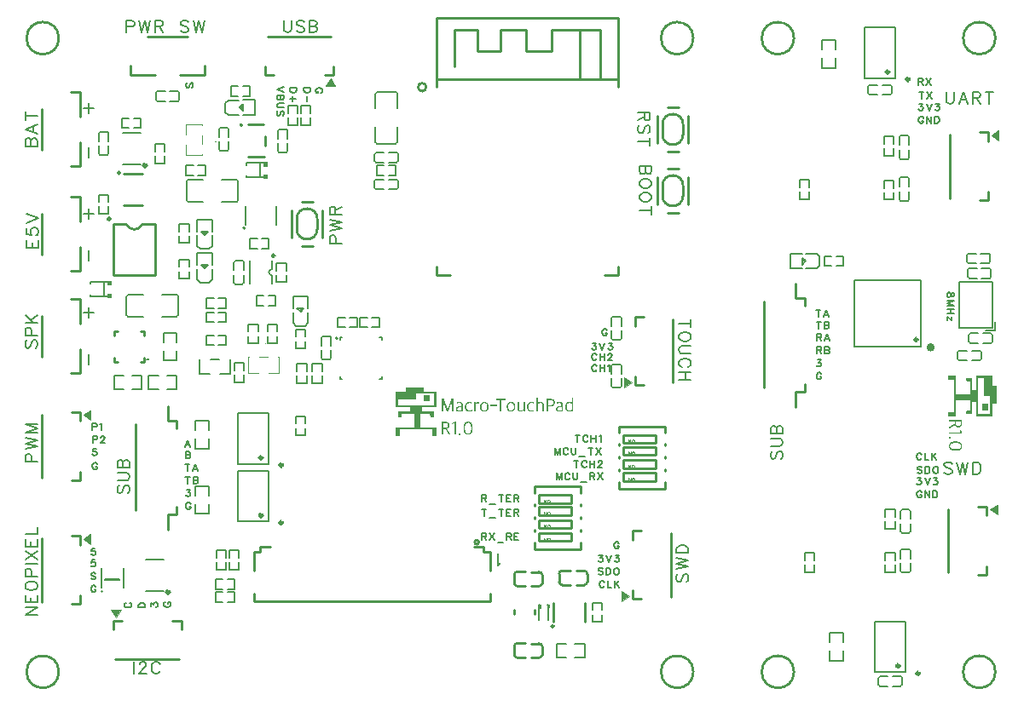
<source format=gto>
G04 Layer: TopSilkscreenLayer*
G04 EasyEDA Pro v1.9.29, 2023-05-19 09:05:19*
G04 Gerber Generator version 0.3*
G04 Scale: 100 percent, Rotated: No, Reflected: No*
G04 Dimensions in millimeters*
G04 Leading zeros omitted, absolute positions, 3 integers and 3 decimals*
%FSLAX33Y33*%
%MOMM*%
%ADD10C,0.202999*%
%ADD11C,0.18*%
%ADD12C,0.0762*%
%ADD13C,0.254*%
%ADD14C,0.1524*%
%ADD15C,0.1582*%
%ADD16C,0.151994*%
%ADD17C,0.124993*%
%ADD18C,0.0254*%
%ADD19C,0.150012*%
%ADD20C,0.2*%
%ADD21C,0.399999*%
%ADD22C,0.299999*%
G75*


G04 Image Start*
G36*
G01X41066Y-39744D02*
G01X41066Y-40144D01*
G01X40066D01*
G01Y-41544D01*
G01X40266D01*
G01Y-40944D01*
G01X42066D01*
G01Y-40344D01*
G01X43866D01*
G01Y-41544D01*
G01X40266D01*
G01X40066D01*
G01Y-41744D01*
G01X41466D01*
G01Y-42144D01*
G01X40266D01*
G01Y-42744D01*
G01X40466D01*
G01X40487Y-42743D01*
G01X40506Y-42740D01*
G01X40525Y-42735D01*
G01X40543Y-42728D01*
G01X40561Y-42720D01*
G01X40578Y-42710D01*
G01X40593Y-42698D01*
G01X40607Y-42685D01*
G01X40620Y-42671D01*
G01X40632Y-42656D01*
G01X40642Y-42639D01*
G01X40650Y-42622D01*
G01X40657Y-42603D01*
G01X40662Y-42584D01*
G01X40665Y-42564D01*
G01X40666Y-42544D01*
G01Y-42344D01*
G01X41866D01*
G01Y-43744D01*
G01X40066D01*
G01Y-44544D01*
G01X40466D01*
G01Y-43944D01*
G01X43666D01*
G01Y-44544D01*
G01X44066D01*
G01Y-43744D01*
G01X42466D01*
G01Y-42344D01*
G01X43466D01*
G01Y-42544D01*
G01X43467Y-42564D01*
G01X43470Y-42584D01*
G01X43475Y-42603D01*
G01X43482Y-42622D01*
G01X43490Y-42639D01*
G01X43500Y-42656D01*
G01X43512Y-42671D01*
G01X43525Y-42685D01*
G01X43539Y-42698D01*
G01X43554Y-42710D01*
G01X43571Y-42720D01*
G01X43588Y-42728D01*
G01X43607Y-42735D01*
G01X43626Y-42740D01*
G01X43646Y-42743D01*
G01X43666Y-42744D01*
G01X43866D01*
G01Y-42144D01*
G01X42666D01*
G01Y-41744D01*
G01X44066D01*
G01Y-40144D01*
G01X42866D01*
G01Y-39744D01*
G37*
G36*
G01X42866Y-40544D02*
G01X42866Y-41144D01*
G01X43466D01*
G01Y-40544D01*
G37*
G36*
G01X94895Y-38608D02*
G01X94895Y-39008D01*
G01X95495D01*
G01Y-42208D01*
G01X94895D01*
G01Y-42608D01*
G01X95695D01*
G01Y-41008D01*
G01X97095D01*
G01Y-42008D01*
G01X96895D01*
G01X96875Y-42009D01*
G01X96855Y-42012D01*
G01X96835Y-42017D01*
G01X96817Y-42024D01*
G01X96800Y-42032D01*
G01X96783Y-42042D01*
G01X96768Y-42054D01*
G01X96754Y-42067D01*
G01X96741Y-42081D01*
G01X96729Y-42096D01*
G01X96719Y-42113D01*
G01X96711Y-42130D01*
G01X96704Y-42149D01*
G01X96699Y-42168D01*
G01X96696Y-42187D01*
G01X96695Y-42208D01*
G01Y-42408D01*
G01X97295D01*
G01Y-41208D01*
G01X97695D01*
G01Y-42608D01*
G01X99295D01*
G01Y-41408D01*
G01X99695D01*
G01Y-39608D01*
G01X99295D01*
G01Y-38608D01*
G01X97695D01*
G01Y-38808D01*
G01X97895D01*
G01X98495D01*
G01Y-40608D01*
G01X99095D01*
G01Y-42408D01*
G01X97895D01*
G01Y-38808D01*
G01X97695D01*
G01Y-40008D01*
G01X97295D01*
G01Y-38808D01*
G01X96695D01*
G01Y-39008D01*
G01X96696Y-39029D01*
G01X96699Y-39048D01*
G01X96704Y-39067D01*
G01X96711Y-39086D01*
G01X96719Y-39103D01*
G01X96729Y-39120D01*
G01X96741Y-39135D01*
G01X96754Y-39149D01*
G01X96768Y-39162D01*
G01X96783Y-39174D01*
G01X96800Y-39184D01*
G01X96817Y-39192D01*
G01X96835Y-39199D01*
G01X96855Y-39204D01*
G01X96875Y-39207D01*
G01X96895Y-39208D01*
G01X97095D01*
G01Y-40408D01*
G01X95695D01*
G01Y-38608D01*
G37*
G36*
G01X98295Y-41408D02*
G01X98295Y-42008D01*
G01X98895D01*
G01Y-41408D01*
G37*
G04 Image End*
G04 Image End*

G04 Text Start*
G04 //text: BAT*
G54D10*
G01X3279Y-15773D02*
G01X4458Y-15773D01*
G01X3279Y-15773D02*
G01X3279Y-15268D01*
G01X3335Y-15100D01*
G01X3391Y-15044D01*
G01X3503Y-14989D01*
G01X3617D01*
G01X3729Y-15044D01*
G01X3785Y-15100D01*
G01X3840Y-15268D01*
G01X3840Y-15773D02*
G01X3840Y-15268D01*
G01X3896Y-15100D01*
G01X3952Y-15044D01*
G01X4067Y-14989D01*
G01X4234D01*
G01X4346Y-15044D01*
G01X4402Y-15100D01*
G01X4458Y-15268D01*
G01Y-15773D01*
G01X3279Y-14067D02*
G01X4458Y-14514D01*
G01X3279Y-14067D02*
G01X4458Y-13617D01*
G01X4067Y-14346D02*
G01X4067Y-13785D01*
G01X3279Y-12751D02*
G01X4458Y-12751D01*
G01X3279Y-13144D02*
G01X3279Y-12357D01*
G04 //text: NEOPIXEL*
G01X3279Y-62382D02*
G01X4458Y-62382D01*
G01X3279Y-62382D02*
G01X4458Y-61598D01*
G01X3279Y-61598D02*
G01X4458Y-61598D01*
G01X3279Y-61123D02*
G01X4458Y-61123D01*
G01X3279Y-61123D02*
G01X3279Y-60394D01*
G01X3840Y-61123D02*
G01X3840Y-60676D01*
G01X4458Y-61123D02*
G01X4458Y-60394D01*
G01X3279Y-59583D02*
G01X3335Y-59698D01*
G01X3447Y-59809D01*
G01X3561Y-59865D01*
G01X3729Y-59921D01*
G01X4008D01*
G01X4178Y-59865D01*
G01X4290Y-59809D01*
G01X4402Y-59698D01*
G01X4458Y-59583D01*
G01Y-59360D01*
G01X4402Y-59248D01*
G01X4290Y-59134D01*
G01X4178Y-59078D01*
G01X4008Y-59022D01*
G01X3729D01*
G01X3561Y-59078D01*
G01X3447Y-59134D01*
G01X3335Y-59248D01*
G01X3279Y-59360D01*
G01Y-59583D01*
G01X3279Y-58550D02*
G01X4458Y-58550D01*
G01X3279Y-58550D02*
G01X3279Y-58044D01*
G01X3335Y-57876D01*
G01X3391Y-57821D01*
G01X3503Y-57765D01*
G01X3673D01*
G01X3785Y-57821D01*
G01X3840Y-57876D01*
G01X3896Y-58044D01*
G01Y-58550D01*
G01X3279Y-57292D02*
G01X4458Y-57292D01*
G01X3279Y-56820D02*
G01X4458Y-56032D01*
G01X3279Y-56032D02*
G01X4458Y-56820D01*
G01X3279Y-55560D02*
G01X4458Y-55560D01*
G01X3279Y-55560D02*
G01X3279Y-54831D01*
G01X3840Y-55560D02*
G01X3840Y-55110D01*
G01X4458Y-55560D02*
G01X4458Y-54831D01*
G01X3279Y-54359D02*
G01X4458Y-54359D01*
G01X4458Y-54359D02*
G01X4458Y-53683D01*
G04 //text: SPK*
G01X3447Y-35055D02*
G01X3335Y-35166D01*
G01X3279Y-35334D01*
G01Y-35557D01*
G01X3335Y-35728D01*
G01X3447Y-35839D01*
G01X3561D01*
G01X3673Y-35784D01*
G01X3729Y-35728D01*
G01X3785Y-35616D01*
G01X3896Y-35278D01*
G01X3952Y-35166D01*
G01X4008Y-35110D01*
G01X4122Y-35055D01*
G01X4290D01*
G01X4402Y-35166D01*
G01X4458Y-35334D01*
G01Y-35557D01*
G01X4402Y-35728D01*
G01X4290Y-35839D01*
G01X3279Y-34580D02*
G01X4458Y-34580D01*
G01X3279Y-34580D02*
G01X3279Y-34074D01*
G01X3335Y-33906D01*
G01X3391Y-33851D01*
G01X3503Y-33795D01*
G01X3673D01*
G01X3785Y-33851D01*
G01X3840Y-33906D01*
G01X3896Y-34074D01*
G01Y-34580D01*
G01X3279Y-33322D02*
G01X4458Y-33322D01*
G01X3279Y-32535D02*
G01X4067Y-33322D01*
G01X3785Y-33040D02*
G01X4458Y-32535D01*
G04 //text: SWD*
G01X68090Y-58296D02*
G01X67978Y-58407D01*
G01X67922Y-58575D01*
G01Y-58798D01*
G01X67978Y-58969D01*
G01X68090Y-59080D01*
G01X68204D01*
G01X68316Y-59025D01*
G01X68372Y-58969D01*
G01X68428Y-58857D01*
G01X68539Y-58519D01*
G01X68595Y-58407D01*
G01X68651Y-58351D01*
G01X68765Y-58296D01*
G01X68933D01*
G01X69045Y-58407D01*
G01X69101Y-58575D01*
G01Y-58798D01*
G01X69045Y-58969D01*
G01X68933Y-59080D01*
G01X67922Y-57821D02*
G01X69101Y-57541D01*
G01X67922Y-57259D02*
G01X69101Y-57541D01*
G01X67922Y-57259D02*
G01X69101Y-56980D01*
G01X67922Y-56698D02*
G01X69101Y-56980D01*
G01X67922Y-56225D02*
G01X69101Y-56225D01*
G01X67922Y-56225D02*
G01X67922Y-55832D01*
G01X67978Y-55664D01*
G01X68090Y-55552D01*
G01X68204Y-55496D01*
G01X68372Y-55441D01*
G01X68651D01*
G01X68821Y-55496D01*
G01X68933Y-55552D01*
G01X69045Y-55664D01*
G01X69101Y-55832D01*
G01Y-56225D01*
G04 //text: PWR SW*
G01X13310Y-3279D02*
G01X13310Y-4458D01*
G01X13310Y-3279D02*
G01X13815Y-3279D01*
G01X13983Y-3335D01*
G01X14039Y-3391D01*
G01X14094Y-3503D01*
G01Y-3673D01*
G01X14039Y-3785D01*
G01X13983Y-3840D01*
G01X13815Y-3896D01*
G01X13310D01*
G01X14569Y-3279D02*
G01X14849Y-4458D01*
G01X15131Y-3279D02*
G01X14849Y-4458D01*
G01X15131Y-3279D02*
G01X15410Y-4458D01*
G01X15692Y-3279D02*
G01X15410Y-4458D01*
G01X16165Y-3279D02*
G01X16165Y-4458D01*
G01X16165Y-3279D02*
G01X16670Y-3279D01*
G01X16838Y-3335D01*
G01X16894Y-3391D01*
G01X16949Y-3503D01*
G01Y-3617D01*
G01X16894Y-3729D01*
G01X16838Y-3785D01*
G01X16670Y-3840D01*
G01X16165D01*
G01X16558Y-3840D02*
G01X16949Y-4458D01*
G01X19467Y-3447D02*
G01X19355Y-3335D01*
G01X19187Y-3279D01*
G01X18961D01*
G01X18793Y-3335D01*
G01X18682Y-3447D01*
G01Y-3561D01*
G01X18738Y-3673D01*
G01X18793Y-3729D01*
G01X18905Y-3785D01*
G01X19243Y-3896D01*
G01X19355Y-3952D01*
G01X19411Y-4008D01*
G01X19467Y-4122D01*
G01Y-4290D01*
G01X19355Y-4402D01*
G01X19187Y-4458D01*
G01X18961D01*
G01X18793Y-4402D01*
G01X18682Y-4290D01*
G01X19939Y-3279D02*
G01X20221Y-4458D01*
G01X20500Y-3279D02*
G01X20221Y-4458D01*
G01X20500Y-3279D02*
G01X20782Y-4458D01*
G01X21062Y-3279D02*
G01X20782Y-4458D01*
G04 //text: USB*
G01X28931Y-3279D02*
G01X28931Y-4122D01*
G01X28986Y-4290D01*
G01X29098Y-4402D01*
G01X29268Y-4458D01*
G01X29380D01*
G01X29548Y-4402D01*
G01X29660Y-4290D01*
G01X29715Y-4122D01*
G01Y-3279D01*
G01X30975Y-3447D02*
G01X30864Y-3335D01*
G01X30696Y-3279D01*
G01X30470D01*
G01X30302Y-3335D01*
G01X30190Y-3447D01*
G01Y-3561D01*
G01X30246Y-3673D01*
G01X30302Y-3729D01*
G01X30414Y-3785D01*
G01X30752Y-3896D01*
G01X30864Y-3952D01*
G01X30919Y-4008D01*
G01X30975Y-4122D01*
G01Y-4290D01*
G01X30864Y-4402D01*
G01X30696Y-4458D01*
G01X30470D01*
G01X30302Y-4402D01*
G01X30190Y-4290D01*
G01X31448Y-3279D02*
G01X31448Y-4458D01*
G01X31448Y-3279D02*
G01X31953Y-3279D01*
G01X32121Y-3335D01*
G01X32179Y-3391D01*
G01X32235Y-3503D01*
G01Y-3617D01*
G01X32179Y-3729D01*
G01X32121Y-3785D01*
G01X31953Y-3840D01*
G01X31448Y-3840D02*
G01X31953Y-3840D01*
G01X32121Y-3896D01*
G01X32179Y-3952D01*
G01X32235Y-4067D01*
G01Y-4234D01*
G01X32179Y-4346D01*
G01X32121Y-4402D01*
G01X31953Y-4458D01*
G01X31448D01*
G04 //text: PWM*
G01X3279Y-47142D02*
G01X4458Y-47142D01*
G01X3279Y-47142D02*
G01X3279Y-46637D01*
G01X3335Y-46469D01*
G01X3391Y-46413D01*
G01X3503Y-46358D01*
G01X3673D01*
G01X3785Y-46413D01*
G01X3840Y-46469D01*
G01X3896Y-46637D01*
G01Y-47142D01*
G01X3279Y-45883D02*
G01X4458Y-45603D01*
G01X3279Y-45321D02*
G01X4458Y-45603D01*
G01X3279Y-45321D02*
G01X4458Y-45042D01*
G01X3279Y-44760D02*
G01X4458Y-45042D01*
G01X3279Y-44287D02*
G01X4458Y-44287D01*
G01X3279Y-44287D02*
G01X4458Y-43838D01*
G01X3279Y-43391D02*
G01X4458Y-43838D01*
G01X3279Y-43391D02*
G01X4458Y-43391D01*
G04 //text: SUB*
G01X12575Y-49478D02*
G01X12463Y-49590D01*
G01X12407Y-49757D01*
G01Y-49981D01*
G01X12463Y-50151D01*
G01X12575Y-50263D01*
G01X12689D01*
G01X12801Y-50207D01*
G01X12857Y-50151D01*
G01X12913Y-50039D01*
G01X13024Y-49701D01*
G01X13080Y-49590D01*
G01X13136Y-49534D01*
G01X13250Y-49478D01*
G01X13418D01*
G01X13530Y-49590D01*
G01X13586Y-49757D01*
G01Y-49981D01*
G01X13530Y-50151D01*
G01X13418Y-50263D01*
G01X12407Y-49003D02*
G01X13250Y-49003D01*
G01X13418Y-48947D01*
G01X13530Y-48835D01*
G01X13586Y-48668D01*
G01Y-48556D01*
G01X13530Y-48386D01*
G01X13418Y-48274D01*
G01X13250Y-48218D01*
G01X12407D01*
G01X12407Y-47746D02*
G01X13586Y-47746D01*
G01X12407Y-47746D02*
G01X12407Y-47240D01*
G01X12463Y-47072D01*
G01X12519Y-47014D01*
G01X12631Y-46958D01*
G01X12745D01*
G01X12857Y-47014D01*
G01X12913Y-47072D01*
G01X12968Y-47240D01*
G01X12968Y-47746D02*
G01X12968Y-47240D01*
G01X13024Y-47072D01*
G01X13080Y-47014D01*
G01X13195Y-46958D01*
G01X13362D01*
G01X13474Y-47014D01*
G01X13530Y-47072D01*
G01X13586Y-47240D01*
G01Y-47746D01*
G04 //text: TOUCH*
G01X69365Y-33388D02*
G01X68186Y-33388D01*
G01X69365Y-32995D02*
G01X69365Y-33779D01*
G01X69365Y-34590D02*
G01X69309Y-34478D01*
G01X69197Y-34366D01*
G01X69083Y-34310D01*
G01X68915Y-34254D01*
G01X68636D01*
G01X68466Y-34310D01*
G01X68354Y-34366D01*
G01X68242Y-34478D01*
G01X68186Y-34590D01*
G01Y-34816D01*
G01X68242Y-34928D01*
G01X68354Y-35039D01*
G01X68466Y-35095D01*
G01X68636Y-35151D01*
G01X68915D01*
G01X69083Y-35095D01*
G01X69197Y-35039D01*
G01X69309Y-34928D01*
G01X69365Y-34816D01*
G01Y-34590D01*
G01X69365Y-35623D02*
G01X68522Y-35623D01*
G01X68354Y-35679D01*
G01X68242Y-35794D01*
G01X68186Y-35961D01*
G01Y-36073D01*
G01X68242Y-36243D01*
G01X68354Y-36355D01*
G01X68522Y-36411D01*
G01X69365D01*
G01X69083Y-37727D02*
G01X69197Y-37668D01*
G01X69309Y-37556D01*
G01X69365Y-37445D01*
G01Y-37221D01*
G01X69309Y-37107D01*
G01X69197Y-36995D01*
G01X69083Y-36939D01*
G01X68915Y-36883D01*
G01X68636D01*
G01X68466Y-36939D01*
G01X68354Y-36995D01*
G01X68242Y-37107D01*
G01X68186Y-37221D01*
G01Y-37445D01*
G01X68242Y-37556D01*
G01X68354Y-37668D01*
G01X68466Y-37727D01*
G01X69365Y-38199D02*
G01X68186Y-38199D01*
G01X69365Y-38984D02*
G01X68186Y-38984D01*
G01X68804Y-38199D02*
G01X68804Y-38984D01*
G04 //text: RST*
G01X65301Y-12421D02*
G01X64122Y-12421D01*
G01X65301Y-12421D02*
G01X65301Y-12926D01*
G01X65245Y-13094D01*
G01X65189Y-13150D01*
G01X65077Y-13205D01*
G01X64963D01*
G01X64851Y-13150D01*
G01X64795Y-13094D01*
G01X64740Y-12926D01*
G01Y-12421D01*
G01X64740Y-12814D02*
G01X64122Y-13205D01*
G01X65133Y-14465D02*
G01X65245Y-14354D01*
G01X65301Y-14186D01*
G01Y-13960D01*
G01X65245Y-13792D01*
G01X65133Y-13680D01*
G01X65019D01*
G01X64907Y-13736D01*
G01X64851Y-13792D01*
G01X64795Y-13904D01*
G01X64684Y-14242D01*
G01X64628Y-14354D01*
G01X64572Y-14409D01*
G01X64458Y-14465D01*
G01X64290D01*
G01X64178Y-14354D01*
G01X64122Y-14186D01*
G01Y-13960D01*
G01X64178Y-13792D01*
G01X64290Y-13680D01*
G01X65301Y-15331D02*
G01X64122Y-15331D01*
G01X65301Y-14938D02*
G01X65301Y-15725D01*
G04 //text: BOOT*
G01X65428Y-17755D02*
G01X64249Y-17755D01*
G01X65428Y-17755D02*
G01X65428Y-18260D01*
G01X65372Y-18428D01*
G01X65316Y-18484D01*
G01X65204Y-18539D01*
G01X65090D01*
G01X64978Y-18484D01*
G01X64922Y-18428D01*
G01X64867Y-18260D01*
G01X64867Y-17755D02*
G01X64867Y-18260D01*
G01X64811Y-18428D01*
G01X64755Y-18484D01*
G01X64640Y-18539D01*
G01X64473D01*
G01X64361Y-18484D01*
G01X64305Y-18428D01*
G01X64249Y-18260D01*
G01Y-17755D01*
G01X65428Y-19350D02*
G01X65372Y-19238D01*
G01X65260Y-19126D01*
G01X65146Y-19070D01*
G01X64978Y-19014D01*
G01X64699D01*
G01X64529Y-19070D01*
G01X64417Y-19126D01*
G01X64305Y-19238D01*
G01X64249Y-19350D01*
G01Y-19576D01*
G01X64305Y-19688D01*
G01X64417Y-19799D01*
G01X64529Y-19855D01*
G01X64699Y-19911D01*
G01X64978D01*
G01X65146Y-19855D01*
G01X65260Y-19799D01*
G01X65372Y-19688D01*
G01X65428Y-19576D01*
G01Y-19350D01*
G01X65428Y-20721D02*
G01X65372Y-20610D01*
G01X65260Y-20498D01*
G01X65146Y-20439D01*
G01X64978Y-20383D01*
G01X64699D01*
G01X64529Y-20439D01*
G01X64417Y-20498D01*
G01X64305Y-20610D01*
G01X64249Y-20721D01*
G01Y-20945D01*
G01X64305Y-21059D01*
G01X64417Y-21171D01*
G01X64529Y-21227D01*
G01X64699Y-21283D01*
G01X64978D01*
G01X65146Y-21227D01*
G01X65260Y-21171D01*
G01X65372Y-21059D01*
G01X65428Y-20945D01*
G01Y-20721D01*
G01X65428Y-22149D02*
G01X64249Y-22149D01*
G01X65428Y-21755D02*
G01X65428Y-22542D01*
G04 //text: PWR*
G01X33505Y-25425D02*
G01X34684Y-25425D01*
G01X33505Y-25425D02*
G01X33505Y-24920D01*
G01X33561Y-24752D01*
G01X33617Y-24696D01*
G01X33729Y-24641D01*
G01X33899D01*
G01X34011Y-24696D01*
G01X34066Y-24752D01*
G01X34122Y-24920D01*
G01Y-25425D01*
G01X33505Y-24166D02*
G01X34684Y-23886D01*
G01X33505Y-23604D02*
G01X34684Y-23886D01*
G01X33505Y-23604D02*
G01X34684Y-23325D01*
G01X33505Y-23043D02*
G01X34684Y-23325D01*
G01X33505Y-22570D02*
G01X34684Y-22570D01*
G01X33505Y-22570D02*
G01X33505Y-22065D01*
G01X33561Y-21897D01*
G01X33617Y-21841D01*
G01X33729Y-21786D01*
G01X33843D01*
G01X33955Y-21841D01*
G01X34011Y-21897D01*
G01X34066Y-22065D01*
G01Y-22570D01*
G01X34066Y-22177D02*
G01X34684Y-21786D01*
G04 //text: -*
G01X9540Y-16916D02*
G01X9540Y-15905D01*
G04 //text: +*
G01X9035Y-11966D02*
G01X10046Y-11966D01*
G01X9540Y-12471D02*
G01X9540Y-11460D01*
G04 //text: VBUS*
G54D11*
G01X28923Y-9868D02*
G01X28252Y-10124D01*
G01X28923Y-10378D02*
G01X28252Y-10124D01*
G01X28923Y-10711D02*
G01X28252Y-10711D01*
G01X28923Y-10711D02*
G01X28923Y-10998D01*
G01X28890Y-11095D01*
G01X28859Y-11125D01*
G01X28796Y-11158D01*
G01X28732D01*
G01X28666Y-11125D01*
G01X28636Y-11095D01*
G01X28603Y-10998D01*
G01X28603Y-10711D02*
G01X28603Y-10998D01*
G01X28572Y-11095D01*
G01X28539Y-11125D01*
G01X28476Y-11158D01*
G01X28379D01*
G01X28316Y-11125D01*
G01X28285Y-11095D01*
G01X28252Y-10998D01*
G01Y-10711D01*
G01X28923Y-11491D02*
G01X28445Y-11491D01*
G01X28349Y-11524D01*
G01X28285Y-11587D01*
G01X28252Y-11681D01*
G01Y-11747D01*
G01X28285Y-11841D01*
G01X28349Y-11905D01*
G01X28445Y-11938D01*
G01X28923D01*
G01X28826Y-12718D02*
G01X28890Y-12652D01*
G01X28923Y-12558D01*
G01Y-12431D01*
G01X28890Y-12334D01*
G01X28826Y-12271D01*
G01X28763D01*
G01X28699Y-12301D01*
G01X28666Y-12334D01*
G01X28636Y-12398D01*
G01X28572Y-12588D01*
G01X28539Y-12652D01*
G01X28509Y-12685D01*
G01X28445Y-12718D01*
G01X28349D01*
G01X28285Y-12652D01*
G01X28252Y-12558D01*
G01Y-12431D01*
G01X28285Y-12334D01*
G01X28349Y-12271D01*
G04 //text: D+*
G01X30193Y-9995D02*
G01X29522Y-9995D01*
G01X30193Y-9995D02*
G01X30193Y-10218D01*
G01X30160Y-10315D01*
G01X30096Y-10378D01*
G01X30033Y-10411D01*
G01X29936Y-10442D01*
G01X29779D01*
G01X29682Y-10411D01*
G01X29619Y-10378D01*
G01X29555Y-10315D01*
G01X29522Y-10218D01*
G01Y-9995D01*
G01X30096Y-11062D02*
G01X29522Y-11062D01*
G01X29809Y-10775D02*
G01X29809Y-11349D01*
G04 //text: D-*
G01X31590Y-9995D02*
G01X30919Y-9995D01*
G01X31590Y-9995D02*
G01X31590Y-10218D01*
G01X31557Y-10315D01*
G01X31493Y-10378D01*
G01X31430Y-10411D01*
G01X31333Y-10442D01*
G01X31176D01*
G01X31079Y-10411D01*
G01X31016Y-10378D01*
G01X30952Y-10315D01*
G01X30919Y-10218D01*
G01Y-9995D01*
G01X31206Y-10775D02*
G01X31206Y-11349D01*
G04 //text: G*
G01X32608Y-10461D02*
G01X32671Y-10428D01*
G01X32735Y-10365D01*
G01X32768Y-10301D01*
G01Y-10174D01*
G01X32735Y-10111D01*
G01X32671Y-10047D01*
G01X32608Y-10014D01*
G01X32511Y-9981D01*
G01X32354D01*
G01X32257Y-10014D01*
G01X32194Y-10047D01*
G01X32130Y-10111D01*
G01X32097Y-10174D01*
G01Y-10301D01*
G01X32130Y-10365D01*
G01X32194Y-10428D01*
G01X32257Y-10461D01*
G01X32354D01*
G01X32354Y-10301D02*
G01X32354Y-10461D01*
G04 //text: S*
G01X19809Y-9934D02*
G01X19873Y-9870D01*
G01X19906Y-9774D01*
G01Y-9647D01*
G01X19873Y-9553D01*
G01X19809Y-9487D01*
G01X19746D01*
G01X19682Y-9520D01*
G01X19649Y-9553D01*
G01X19619Y-9616D01*
G01X19555Y-9807D01*
G01X19522Y-9870D01*
G01X19492Y-9903D01*
G01X19428Y-9934D01*
G01X19332D01*
G01X19268Y-9870D01*
G01X19235Y-9774D01*
G01Y-9647D01*
G01X19268Y-9553D01*
G01X19332Y-9487D01*
G04 //text: G*
G01X62210Y-55276D02*
G01X62177Y-55213D01*
G01X62113Y-55149D01*
G01X62050Y-55116D01*
G01X61923D01*
G01X61859Y-55149D01*
G01X61796Y-55213D01*
G01X61763Y-55276D01*
G01X61730Y-55373D01*
G01Y-55530D01*
G01X61763Y-55627D01*
G01X61796Y-55690D01*
G01X61859Y-55754D01*
G01X61923Y-55787D01*
G01X62050D01*
G01X62113Y-55754D01*
G01X62177Y-55690D01*
G01X62210Y-55627D01*
G01Y-55530D01*
G01X62050Y-55530D02*
G01X62210Y-55530D01*
G04 //text: 3V3*
G01X60226Y-56421D02*
G01X60576Y-56421D01*
G01X60383Y-56678D01*
G01X60480D01*
G01X60543Y-56708D01*
G01X60576Y-56741D01*
G01X60607Y-56835D01*
G01Y-56899D01*
G01X60576Y-56995D01*
G01X60510Y-57059D01*
G01X60416Y-57092D01*
G01X60320D01*
G01X60226Y-57059D01*
G01X60193Y-57028D01*
G01X60160Y-56965D01*
G01X60940Y-56421D02*
G01X61196Y-57092D01*
G01X61450Y-56421D02*
G01X61196Y-57092D01*
G01X61846Y-56421D02*
G01X62197Y-56421D01*
G01X62006Y-56678D01*
G01X62103D01*
G01X62167Y-56708D01*
G01X62197Y-56741D01*
G01X62230Y-56835D01*
G01Y-56899D01*
G01X62197Y-56995D01*
G01X62133Y-57059D01*
G01X62040Y-57092D01*
G01X61943D01*
G01X61846Y-57059D01*
G01X61816Y-57028D01*
G01X61783Y-56965D01*
G04 //text: SDO*
G01X60607Y-57788D02*
G01X60543Y-57724D01*
G01X60447Y-57691D01*
G01X60320D01*
G01X60226Y-57724D01*
G01X60160Y-57788D01*
G01Y-57851D01*
G01X60193Y-57915D01*
G01X60226Y-57948D01*
G01X60289Y-57978D01*
G01X60480Y-58042D01*
G01X60543Y-58075D01*
G01X60576Y-58105D01*
G01X60607Y-58169D01*
G01Y-58265D01*
G01X60543Y-58329D01*
G01X60447Y-58362D01*
G01X60320D01*
G01X60226Y-58329D01*
G01X60160Y-58265D01*
G01X60940Y-57691D02*
G01X60940Y-58362D01*
G01X60940Y-57691D02*
G01X61163Y-57691D01*
G01X61260Y-57724D01*
G01X61323Y-57788D01*
G01X61354Y-57851D01*
G01X61387Y-57948D01*
G01Y-58105D01*
G01X61354Y-58202D01*
G01X61323Y-58265D01*
G01X61260Y-58329D01*
G01X61163Y-58362D01*
G01X60940D01*
G01X61910Y-57691D02*
G01X61846Y-57724D01*
G01X61783Y-57788D01*
G01X61752Y-57851D01*
G01X61719Y-57948D01*
G01Y-58105D01*
G01X61752Y-58202D01*
G01X61783Y-58265D01*
G01X61846Y-58329D01*
G01X61910Y-58362D01*
G01X62040D01*
G01X62103Y-58329D01*
G01X62167Y-58265D01*
G01X62197Y-58202D01*
G01X62230Y-58105D01*
G01Y-57948D01*
G01X62197Y-57851D01*
G01X62167Y-57788D01*
G01X62103Y-57724D01*
G01X62040Y-57691D01*
G01X61910D01*
G04 //text: CLK*
G01X60767Y-59121D02*
G01X60734Y-59058D01*
G01X60670Y-58994D01*
G01X60607Y-58961D01*
G01X60480D01*
G01X60416Y-58994D01*
G01X60353Y-59058D01*
G01X60320Y-59121D01*
G01X60287Y-59218D01*
G01Y-59375D01*
G01X60320Y-59472D01*
G01X60353Y-59535D01*
G01X60416Y-59599D01*
G01X60480Y-59632D01*
G01X60607D01*
G01X60670Y-59599D01*
G01X60734Y-59535D01*
G01X60767Y-59472D01*
G01X61100Y-58961D02*
G01X61100Y-59632D01*
G01X61100Y-59632D02*
G01X61481Y-59632D01*
G01X61813Y-58961D02*
G01X61813Y-59632D01*
G01X62260Y-58961D02*
G01X61813Y-59408D01*
G01X61973Y-59248D02*
G01X62260Y-59632D01*
G04 //text: G*
G01X61021Y-34102D02*
G01X60988Y-34039D01*
G01X60924Y-33975D01*
G01X60861Y-33942D01*
G01X60734D01*
G01X60670Y-33975D01*
G01X60607Y-34039D01*
G01X60574Y-34102D01*
G01X60541Y-34199D01*
G01Y-34356D01*
G01X60574Y-34453D01*
G01X60607Y-34516D01*
G01X60670Y-34580D01*
G01X60734Y-34613D01*
G01X60861D01*
G01X60924Y-34580D01*
G01X60988Y-34516D01*
G01X61021Y-34453D01*
G01Y-34356D01*
G01X60861Y-34356D02*
G01X61021Y-34356D01*
G04 //text: 3V3*
G01X59591Y-35339D02*
G01X59941Y-35339D01*
G01X59748Y-35596D01*
G01X59845D01*
G01X59908Y-35626D01*
G01X59941Y-35659D01*
G01X59972Y-35753D01*
G01Y-35817D01*
G01X59941Y-35913D01*
G01X59875Y-35977D01*
G01X59781Y-36010D01*
G01X59685D01*
G01X59591Y-35977D01*
G01X59558Y-35946D01*
G01X59525Y-35883D01*
G01X60305Y-35339D02*
G01X60561Y-36010D01*
G01X60815Y-35339D02*
G01X60561Y-36010D01*
G01X61211Y-35339D02*
G01X61562Y-35339D01*
G01X61371Y-35596D01*
G01X61468D01*
G01X61532Y-35626D01*
G01X61562Y-35659D01*
G01X61595Y-35753D01*
G01Y-35817D01*
G01X61562Y-35913D01*
G01X61498Y-35977D01*
G01X61405Y-36010D01*
G01X61308D01*
G01X61211Y-35977D01*
G01X61181Y-35946D01*
G01X61148Y-35883D01*
G04 //text: CH2*
G01X60005Y-36515D02*
G01X59972Y-36452D01*
G01X59908Y-36388D01*
G01X59845Y-36355D01*
G01X59718D01*
G01X59654Y-36388D01*
G01X59591Y-36452D01*
G01X59558Y-36515D01*
G01X59525Y-36612D01*
G01Y-36769D01*
G01X59558Y-36866D01*
G01X59591Y-36929D01*
G01X59654Y-36993D01*
G01X59718Y-37026D01*
G01X59845D01*
G01X59908Y-36993D01*
G01X59972Y-36929D01*
G01X60005Y-36866D01*
G01X60338Y-36355D02*
G01X60338Y-37026D01*
G01X60782Y-36355D02*
G01X60782Y-37026D01*
G01X60338Y-36675D02*
G01X60782Y-36675D01*
G01X61148Y-36515D02*
G01X61148Y-36482D01*
G01X61181Y-36419D01*
G01X61211Y-36388D01*
G01X61275Y-36355D01*
G01X61405D01*
G01X61468Y-36388D01*
G01X61498Y-36419D01*
G01X61532Y-36482D01*
G01Y-36546D01*
G01X61498Y-36612D01*
G01X61435Y-36706D01*
G01X61117Y-37026D01*
G01X61562D01*
G04 //text: CH1*
G01X60005Y-37658D02*
G01X59972Y-37595D01*
G01X59908Y-37531D01*
G01X59845Y-37498D01*
G01X59718D01*
G01X59654Y-37531D01*
G01X59591Y-37595D01*
G01X59558Y-37658D01*
G01X59525Y-37755D01*
G01Y-37912D01*
G01X59558Y-38009D01*
G01X59591Y-38072D01*
G01X59654Y-38136D01*
G01X59718Y-38169D01*
G01X59845D01*
G01X59908Y-38136D01*
G01X59972Y-38072D01*
G01X60005Y-38009D01*
G01X60338Y-37498D02*
G01X60338Y-38169D01*
G01X60782Y-37498D02*
G01X60782Y-38169D01*
G01X60338Y-37818D02*
G01X60782Y-37818D01*
G01X61117Y-37625D02*
G01X61181Y-37595D01*
G01X61275Y-37498D01*
G01Y-38169D01*
G04 //text: E5V*
G54D10*
G01X3390Y-25838D02*
G01X4569Y-25838D01*
G01X3390Y-25838D02*
G01X3390Y-25109D01*
G01X3951Y-25838D02*
G01X3951Y-25389D01*
G01X4569Y-25838D02*
G01X4569Y-25109D01*
G01X3390Y-23961D02*
G01X3390Y-24522D01*
G01X3896Y-24578D01*
G01X3840Y-24522D01*
G01X3784Y-24355D01*
G01Y-24187D01*
G01X3840Y-24017D01*
G01X3951Y-23905D01*
G01X4119Y-23849D01*
G01X4233D01*
G01X4401Y-23905D01*
G01X4513Y-24017D01*
G01X4569Y-24187D01*
G01Y-24355D01*
G01X4513Y-24522D01*
G01X4457Y-24578D01*
G01X4345Y-24637D01*
G01X3390Y-23377D02*
G01X4569Y-22927D01*
G01X3390Y-22478D02*
G01X4569Y-22927D01*
G04 //text: +*
G01X9019Y-22479D02*
G01X10030Y-22479D01*
G01X9524Y-22984D02*
G01X9524Y-21973D01*
G04 //text: -*
G01X9524Y-27175D02*
G01X9524Y-26164D01*
G04 //text: I2C*
G01X14072Y-67033D02*
G01X14072Y-68212D01*
G01X14600Y-67315D02*
G01X14600Y-67257D01*
G01X14656Y-67145D01*
G01X14712Y-67089D01*
G01X14826Y-67033D01*
G01X15050D01*
G01X15161Y-67089D01*
G01X15217Y-67145D01*
G01X15273Y-67257D01*
G01Y-67371D01*
G01X15217Y-67483D01*
G01X15105Y-67650D01*
G01X14544Y-68212D01*
G01X15331D01*
G01X16645Y-67315D02*
G01X16589Y-67201D01*
G01X16477Y-67089D01*
G01X16365Y-67033D01*
G01X16139D01*
G01X16027Y-67089D01*
G01X15916Y-67201D01*
G01X15860Y-67315D01*
G01X15804Y-67483D01*
G01Y-67762D01*
G01X15860Y-67932D01*
G01X15916Y-68044D01*
G01X16027Y-68156D01*
G01X16139Y-68212D01*
G01X16365D01*
G01X16477Y-68156D01*
G01X16589Y-68044D01*
G01X16645Y-67932D01*
G04 //text: C*
G54D11*
G01X13274Y-61153D02*
G01X13211Y-61186D01*
G01X13147Y-61250D01*
G01X13114Y-61313D01*
G01Y-61440D01*
G01X13147Y-61504D01*
G01X13211Y-61567D01*
G01X13274Y-61600D01*
G01X13371Y-61633D01*
G01X13528D01*
G01X13625Y-61600D01*
G01X13688Y-61567D01*
G01X13752Y-61504D01*
G01X13785Y-61440D01*
G01Y-61313D01*
G01X13752Y-61250D01*
G01X13688Y-61186D01*
G01X13625Y-61153D01*
G04 //text: D*
G01X14511Y-61633D02*
G01X15182Y-61633D01*
G01X14511Y-61633D02*
G01X14511Y-61410D01*
G01X14544Y-61313D01*
G01X14608Y-61250D01*
G01X14671Y-61217D01*
G01X14768Y-61186D01*
G01X14925D01*
G01X15022Y-61217D01*
G01X15085Y-61250D01*
G01X15149Y-61313D01*
G01X15182Y-61410D01*
G01Y-61633D01*
G04 //text: 3*
G01X15746Y-61499D02*
G01X15746Y-61149D01*
G01X16003Y-61342D01*
G01Y-61245D01*
G01X16033Y-61182D01*
G01X16066Y-61149D01*
G01X16160Y-61118D01*
G01X16224D01*
G01X16320Y-61149D01*
G01X16384Y-61215D01*
G01X16417Y-61309D01*
G01Y-61405D01*
G01X16384Y-61499D01*
G01X16353Y-61532D01*
G01X16290Y-61565D01*
G04 //text: G*
G01X17176Y-61085D02*
G01X17113Y-61118D01*
G01X17049Y-61182D01*
G01X17016Y-61245D01*
G01Y-61372D01*
G01X17049Y-61436D01*
G01X17113Y-61499D01*
G01X17176Y-61532D01*
G01X17273Y-61565D01*
G01X17430D01*
G01X17527Y-61532D01*
G01X17590Y-61499D01*
G01X17654Y-61436D01*
G01X17687Y-61372D01*
G01Y-61245D01*
G01X17654Y-61182D01*
G01X17590Y-61118D01*
G01X17527Y-61085D01*
G01X17430D01*
G01X17430Y-61245D02*
G01X17430Y-61085D01*
G04 //text: +*
G54D10*
G01X9035Y-32286D02*
G01X10046Y-32286D01*
G01X9540Y-32791D02*
G01X9540Y-31780D01*
G04 //text: -*
G01X9540Y-37490D02*
G01X9540Y-36479D01*
G04 //text: 5*
G54D11*
G01X10176Y-55751D02*
G01X9858Y-55751D01*
G01X9825Y-56038D01*
G01X9858Y-56008D01*
G01X9952Y-55975D01*
G01X10049D01*
G01X10143Y-56008D01*
G01X10209Y-56071D01*
G01X10239Y-56165D01*
G01Y-56229D01*
G01X10209Y-56325D01*
G01X10143Y-56389D01*
G01X10049Y-56422D01*
G01X9952D01*
G01X9858Y-56389D01*
G01X9825Y-56358D01*
G01X9792Y-56295D01*
G04 //text: 5*
G01X10192Y-56894D02*
G01X9875Y-56894D01*
G01X9842Y-57181D01*
G01X9875Y-57151D01*
G01X9969Y-57118D01*
G01X10065D01*
G01X10159Y-57151D01*
G01X10225Y-57214D01*
G01X10256Y-57308D01*
G01Y-57372D01*
G01X10225Y-57468D01*
G01X10159Y-57532D01*
G01X10065Y-57565D01*
G01X9969D01*
G01X9875Y-57532D01*
G01X9842Y-57501D01*
G01X9809Y-57438D01*
G04 //text: G*
G01X10272Y-59594D02*
G01X10239Y-59531D01*
G01X10176Y-59467D01*
G01X10112Y-59434D01*
G01X9985D01*
G01X9922Y-59467D01*
G01X9858Y-59531D01*
G01X9825Y-59594D01*
G01X9792Y-59691D01*
G01Y-59848D01*
G01X9825Y-59945D01*
G01X9858Y-60008D01*
G01X9922Y-60072D01*
G01X9985Y-60105D01*
G01X10112D01*
G01X10176Y-60072D01*
G01X10239Y-60008D01*
G01X10272Y-59945D01*
G01Y-59848D01*
G01X10112Y-59848D02*
G01X10272Y-59848D01*
G04 //text: S*
G01X10239Y-58261D02*
G01X10176Y-58197D01*
G01X10079Y-58164D01*
G01X9952D01*
G01X9858Y-58197D01*
G01X9792Y-58261D01*
G01Y-58324D01*
G01X9825Y-58388D01*
G01X9858Y-58421D01*
G01X9922Y-58451D01*
G01X10112Y-58515D01*
G01X10176Y-58548D01*
G01X10209Y-58578D01*
G01X10239Y-58642D01*
G01Y-58738D01*
G01X10176Y-58802D01*
G01X10079Y-58835D01*
G01X9952D01*
G01X9858Y-58802D01*
G01X9792Y-58738D01*
G04 //text: P1*
G01X9919Y-43305D02*
G01X9919Y-43976D01*
G01X9919Y-43305D02*
G01X10206Y-43305D01*
G01X10303Y-43338D01*
G01X10336Y-43369D01*
G01X10366Y-43432D01*
G01Y-43529D01*
G01X10336Y-43592D01*
G01X10303Y-43625D01*
G01X10206Y-43656D01*
G01X9919D01*
G01X10699Y-43432D02*
G01X10763Y-43402D01*
G01X10859Y-43305D01*
G01Y-43976D01*
G04 //text: P2*
G01X9952Y-44575D02*
G01X9952Y-45246D01*
G01X9952Y-44575D02*
G01X10239Y-44575D01*
G01X10336Y-44608D01*
G01X10369Y-44639D01*
G01X10399Y-44702D01*
G01Y-44799D01*
G01X10369Y-44862D01*
G01X10336Y-44895D01*
G01X10239Y-44926D01*
G01X9952D01*
G01X10765Y-44735D02*
G01X10765Y-44702D01*
G01X10796Y-44639D01*
G01X10829Y-44608D01*
G01X10892Y-44575D01*
G01X11019D01*
G01X11083Y-44608D01*
G01X11116Y-44639D01*
G01X11146Y-44702D01*
G01Y-44766D01*
G01X11116Y-44832D01*
G01X11052Y-44926D01*
G01X10732Y-45246D01*
G01X11179D01*
G04 //text: 5*
G01X10319Y-45845D02*
G01X10002Y-45845D01*
G01X9969Y-46132D01*
G01X10002Y-46102D01*
G01X10096Y-46069D01*
G01X10192D01*
G01X10286Y-46102D01*
G01X10352Y-46165D01*
G01X10383Y-46259D01*
G01Y-46323D01*
G01X10352Y-46419D01*
G01X10286Y-46483D01*
G01X10192Y-46516D01*
G01X10096D01*
G01X10002Y-46483D01*
G01X9969Y-46452D01*
G01X9936Y-46389D01*
G04 //text: G*
G01X10416Y-47402D02*
G01X10383Y-47339D01*
G01X10319Y-47275D01*
G01X10256Y-47242D01*
G01X10129D01*
G01X10065Y-47275D01*
G01X10002Y-47339D01*
G01X9969Y-47402D01*
G01X9936Y-47499D01*
G01Y-47656D01*
G01X9969Y-47753D01*
G01X10002Y-47816D01*
G01X10065Y-47880D01*
G01X10129Y-47913D01*
G01X10256D01*
G01X10319Y-47880D01*
G01X10383Y-47816D01*
G01X10416Y-47753D01*
G01Y-47656D01*
G01X10256Y-47656D02*
G01X10416Y-47656D01*
G04 //text: 3*
G01X19273Y-49916D02*
G01X19623Y-49916D01*
G01X19430Y-50172D01*
G01X19527D01*
G01X19590Y-50203D01*
G01X19623Y-50236D01*
G01X19654Y-50330D01*
G01Y-50393D01*
G01X19623Y-50490D01*
G01X19557Y-50553D01*
G01X19463Y-50586D01*
G01X19367D01*
G01X19273Y-50553D01*
G01X19240Y-50523D01*
G01X19207Y-50459D01*
G04 //text: G*
G01X19687Y-51345D02*
G01X19654Y-51282D01*
G01X19590Y-51218D01*
G01X19527Y-51185D01*
G01X19400D01*
G01X19336Y-51218D01*
G01X19273Y-51282D01*
G01X19240Y-51345D01*
G01X19207Y-51442D01*
G01Y-51599D01*
G01X19240Y-51696D01*
G01X19273Y-51759D01*
G01X19336Y-51823D01*
G01X19400Y-51856D01*
G01X19527D01*
G01X19590Y-51823D01*
G01X19654Y-51759D01*
G01X19687Y-51696D01*
G01Y-51599D01*
G01X19527Y-51599D02*
G01X19687Y-51599D01*
G04 //text: A*
G01X19395Y-44991D02*
G01X19139Y-45662D01*
G01X19395Y-44991D02*
G01X19649Y-45662D01*
G01X19235Y-45438D02*
G01X19555Y-45438D01*
G04 //text: TA*
G01X19362Y-47404D02*
G01X19362Y-48075D01*
G01X19139Y-47404D02*
G01X19586Y-47404D01*
G01X20175Y-47404D02*
G01X19919Y-48075D01*
G01X20175Y-47404D02*
G01X20429Y-48075D01*
G01X20015Y-47851D02*
G01X20333Y-47851D01*
G04 //text: TB*
G01X19390Y-48639D02*
G01X19390Y-49310D01*
G01X19166Y-48639D02*
G01X19613Y-48639D01*
G01X19946Y-48639D02*
G01X19946Y-49310D01*
G01X19946Y-48639D02*
G01X20233Y-48639D01*
G01X20330Y-48672D01*
G01X20360Y-48703D01*
G01X20393Y-48766D01*
G01Y-48830D01*
G01X20360Y-48896D01*
G01X20330Y-48926D01*
G01X20233Y-48959D01*
G01X19946Y-48959D02*
G01X20233Y-48959D01*
G01X20330Y-48990D01*
G01X20360Y-49023D01*
G01X20393Y-49086D01*
G01Y-49183D01*
G01X20360Y-49246D01*
G01X20330Y-49277D01*
G01X20233Y-49310D01*
G01X19946D01*
G04 //text: B*
G01X19205Y-46129D02*
G01X19205Y-46799D01*
G01X19205Y-46129D02*
G01X19492Y-46129D01*
G01X19589Y-46162D01*
G01X19622Y-46192D01*
G01X19652Y-46256D01*
G01Y-46319D01*
G01X19622Y-46385D01*
G01X19589Y-46416D01*
G01X19492Y-46449D01*
G01X19205Y-46449D02*
G01X19492Y-46449D01*
G01X19589Y-46479D01*
G01X19622Y-46512D01*
G01X19652Y-46576D01*
G01Y-46672D01*
G01X19622Y-46736D01*
G01X19589Y-46766D01*
G01X19492Y-46799D01*
G01X19205D01*
G04 //text: Macro-TouchPad*
G36*
G01X57539Y-40795D02*
G01X57539Y-41027D01*
G01X57536Y-41215D01*
G01X57534Y-41240D01*
G01X57533Y-41251D01*
G01X57532Y-41254D01*
G01Y-41255D01*
G01X57531D01*
G01Y-41256D01*
G01X57530D01*
G01X57522Y-41252D01*
G01X57508Y-41245D01*
G01X57502Y-41241D01*
G01X57487Y-41236D01*
G01X57472Y-41230D01*
G01X57453Y-41222D01*
G01X57446Y-41220D01*
G01X57438Y-41218D01*
G01X57415Y-41213D01*
G01X57399Y-41208D01*
G01X57385Y-41206D01*
G01X57376Y-41204D01*
G01X57335Y-41199D01*
G01X57324Y-41197D01*
G01X57294Y-41196D01*
G01X57275D01*
G01X57247D01*
G01X57231Y-41198D01*
G01X57222Y-41200D01*
G01X57212Y-41201D01*
G01X57196Y-41202D01*
G01X57187Y-41204D01*
G01X57158Y-41213D01*
G01X57135Y-41220D01*
G01X57124Y-41224D01*
G01X57095Y-41236D01*
G01X57088Y-41239D01*
G01X57081Y-41242D01*
G01X57075Y-41246D01*
G01X57057Y-41259D01*
G01X57037Y-41271D01*
G01X57029Y-41278D01*
G01X57025Y-41283D01*
G01X57020Y-41289D01*
G01X57017Y-41292D01*
G01X57013Y-41294D01*
G01X57005Y-41298D01*
G01X57001Y-41300D01*
G01X56998Y-41303D01*
G01X56983Y-41324D01*
G01X56957Y-41356D01*
G01X56953Y-41362D01*
G01X56946Y-41375D01*
G01X56939Y-41392D01*
G01X56933Y-41403D01*
G01X56926Y-41415D01*
G01X56912Y-41448D01*
G01X56906Y-41459D01*
G01X56902Y-41474D01*
G01X56898Y-41497D01*
G01X56892Y-41518D01*
G01X56889Y-41531D01*
G01X56883Y-41559D01*
G01X56881Y-41570D01*
G01X56880Y-41585D01*
G01Y-41596D01*
G01X56878Y-41605D01*
G01X56877Y-41609D01*
G01X56876Y-41622D01*
G01X56875Y-41677D01*
G01X57024D01*
G01X57025Y-41598D01*
G01X57026Y-41584D01*
G01X57028Y-41578D01*
G01X57029Y-41566D01*
G01X57030Y-41546D01*
G01X57032Y-41539D01*
G01X57035Y-41526D01*
G01X57039Y-41507D01*
G01X57044Y-41494D01*
G01X57051Y-41476D01*
G01X57057Y-41459D01*
G01X57061Y-41449D01*
G01X57069Y-41436D01*
G01X57081Y-41415D01*
G01X57085Y-41409D01*
G01X57095Y-41397D01*
G01X57101Y-41389D01*
G01X57108Y-41382D01*
G01X57132Y-41365D01*
G01X57141Y-41359D01*
G01X57149Y-41353D01*
G01X57155Y-41350D01*
G01X57171Y-41343D01*
G01X57181Y-41339D01*
G01X57197Y-41333D01*
G01X57216Y-41327D01*
G01X57225Y-41325D01*
G01X57234Y-41323D01*
G01X57242Y-41322D01*
G01X57257D01*
G01X57268Y-41320D01*
G01X57275Y-41318D01*
G01X57288Y-41317D01*
G01X57318Y-41316D01*
G01X57346Y-41317D01*
G01X57360Y-41318D01*
G01X57364Y-41319D01*
G01X57374Y-41321D01*
G01X57394Y-41322D01*
G01X57406Y-41323D01*
G01X57420Y-41327D01*
G01X57446Y-41333D01*
G01X57456Y-41336D01*
G01X57479Y-41345D01*
G01X57511Y-41358D01*
G01X57517Y-41361D01*
G01X57522Y-41364D01*
G01X57526Y-41368D01*
G01X57530Y-41375D01*
G01X57535Y-41383D01*
G01X57536Y-41388D01*
G01Y-41390D01*
G01X57537Y-41409D01*
G01X57539Y-41682D01*
G01Y-41969D01*
G01X57524Y-41978D01*
G01X57508Y-41988D01*
G01X57493Y-41999D01*
G01X57480Y-42006D01*
G01X57453Y-42018D01*
G01X57441Y-42023D01*
G01X57429Y-42027D01*
G01X57416Y-42032D01*
G01X57400Y-42035D01*
G01X57386Y-42039D01*
G01X57376Y-42041D01*
G01X57335Y-42046D01*
G01X57320Y-42048D01*
G01X57304Y-42049D01*
G01X57293D01*
G01X57278D01*
G01X57272Y-42048D01*
G01X57269Y-42047D01*
G01X57268D01*
G01X57267Y-42046D01*
G01X57264Y-42045D01*
G01X57260Y-42044D01*
G01X57253D01*
G01X57230Y-42043D01*
G01X57220Y-42042D01*
G01X57216Y-42041D01*
G01X57190Y-42032D01*
G01X57181Y-42029D01*
G01X57173Y-42025D01*
G01X57165Y-42022D01*
G01X57158Y-42018D01*
G01X57129Y-42000D01*
G01X57123Y-41996D01*
G01X57115Y-41990D01*
G01X57111Y-41985D01*
G01X57106Y-41979D01*
G01X57099Y-41972D01*
G01X57091Y-41966D01*
G01X57088Y-41962D01*
G01X57085Y-41959D01*
G01X57082Y-41950D01*
G01X57076Y-41940D01*
G01X57068Y-41928D01*
G01X57064Y-41922D01*
G01X57061Y-41916D01*
G01X57058Y-41908D01*
G01X57048Y-41882D01*
G01X57042Y-41864D01*
G01X57039Y-41850D01*
G01X57035Y-41823D01*
G01X57031Y-41807D01*
G01X57030Y-41797D01*
G01X57029Y-41780D01*
G01X57027Y-41771D01*
G01X57026Y-41768D01*
G01X57025Y-41754D01*
G01X57024Y-41677D01*
G01X56875D01*
G01Y-41700D01*
G01X56876Y-41779D01*
G01X56877Y-41792D01*
G01X56879Y-41799D01*
G01X56880Y-41808D01*
G01X56881Y-41825D01*
G01X56883Y-41834D01*
G01X56885Y-41839D01*
G01X56887Y-41852D01*
G01X56892Y-41875D01*
G01X56903Y-41912D01*
G01X56909Y-41927D01*
G01X56922Y-41956D01*
G01X56929Y-41973D01*
G01X56933Y-41980D01*
G01X56936Y-41986D01*
G01X56949Y-42004D01*
G01X56962Y-42024D01*
G01X56968Y-42032D01*
G01X56973Y-42036D01*
G01X56979Y-42041D01*
G01X56983Y-42045D01*
G01X56986Y-42049D01*
G01X56993Y-42060D01*
G01X56996Y-42065D01*
G01X57001Y-42068D01*
G01X57009Y-42073D01*
G01X57018Y-42080D01*
G01X57022Y-42084D01*
G01X57027Y-42090D01*
G01X57030Y-42093D01*
G01X57034Y-42096D01*
G01X57042Y-42099D01*
G01X57052Y-42105D01*
G01X57064Y-42113D01*
G01X57077Y-42120D01*
G01X57103Y-42132D01*
G01X57115Y-42138D01*
G01X57127Y-42142D01*
G01X57141Y-42146D01*
G01X57181Y-42158D01*
G01X57194Y-42160D01*
G01X57207Y-42161D01*
G01X57235Y-42163D01*
G01X57264D01*
G01X57318Y-42162D01*
G01X57332Y-42161D01*
G01X57341Y-42159D01*
G01X57356Y-42156D01*
G01X57378Y-42153D01*
G01X57387Y-42151D01*
G01X57398Y-42148D01*
G01X57413Y-42141D01*
G01X57430Y-42136D01*
G01X57442Y-42132D01*
G01X57447Y-42129D01*
G01X57462Y-42121D01*
G01X57473Y-42115D01*
G01X57502Y-42097D01*
G01X57508Y-42093D01*
G01X57516Y-42087D01*
G01X57520Y-42083D01*
G01X57525Y-42077D01*
G01X57528Y-42075D01*
G01X57532Y-42074D01*
G01X57536Y-42075D01*
G01X57540Y-42077D01*
G01X57543Y-42080D01*
G01X57546Y-42085D01*
G01X57547Y-42092D01*
G01X57552Y-42112D01*
G01X57556Y-42126D01*
G01X57561Y-42146D01*
G01X57682D01*
G01Y-40801D01*
G01X57664Y-40797D01*
G01X57651Y-40796D01*
G01X57596Y-40795D01*
G37*
G36*
G01X54000Y-40795D02*
G01X54000Y-42146D01*
G01X54144D01*
G01Y-41766D01*
G01X54148Y-41436D01*
G01X54150Y-41403D01*
G01X54152Y-41388D01*
G01X54153Y-41385D01*
G01X54154Y-41383D01*
G01Y-41382D01*
G01X54155D01*
G01X54160Y-41380D01*
G01X54171Y-41376D01*
G01X54184Y-41368D01*
G01X54201Y-41363D01*
G01X54212Y-41359D01*
G01X54224Y-41353D01*
G01X54237Y-41349D01*
G01X54256Y-41345D01*
G01X54295Y-41333D01*
G01X54311Y-41329D01*
G01X54329Y-41326D01*
G01X54341Y-41325D01*
G01X54367Y-41322D01*
G01X54392D01*
G01X54401Y-41321D01*
G01X54405Y-41320D01*
G01X54410Y-41318D01*
G01X54417D01*
G01X54427Y-41320D01*
G01X54434Y-41321D01*
G01X54456Y-41322D01*
G01X54472D01*
G01X54485Y-41323D01*
G01X54504Y-41329D01*
G01X54516Y-41332D01*
G01X54522Y-41334D01*
G01X54529Y-41338D01*
G01X54536Y-41342D01*
G01X54559Y-41356D01*
G01X54563Y-41359D01*
G01X54566Y-41364D01*
G01X54570Y-41369D01*
G01X54577Y-41386D01*
G01X54583Y-41397D01*
G01X54587Y-41404D01*
G01X54589Y-41409D01*
G01X54590Y-41414D01*
G01Y-41425D01*
G01X54592Y-41435D01*
G01X54593Y-41439D01*
G01Y-41442D01*
G01X54595Y-41493D01*
G01X54596Y-41797D01*
G01Y-42146D01*
G01X54739D01*
G01Y-41780D01*
G01X54736Y-41412D01*
G01Y-41406D01*
G01X54735Y-41400D01*
G01X54733Y-41390D01*
G01X54732Y-41374D01*
G01X54730Y-41365D01*
G01X54722Y-41339D01*
G01X54716Y-41323D01*
G01X54706Y-41302D01*
G01X54700Y-41293D01*
G01X54682Y-41267D01*
G01X54678Y-41263D01*
G01X54674Y-41259D01*
G01X54668Y-41255D01*
G01X54645Y-41239D01*
G01X54630Y-41229D01*
G01X54622Y-41225D01*
G01X54616Y-41222D01*
G01X54601Y-41218D01*
G01X54587Y-41211D01*
G01X54575Y-41208D01*
G01X54565Y-41206D01*
G01X54531Y-41201D01*
G01X54520Y-41199D01*
G01X54516Y-41198D01*
G01X54501Y-41197D01*
G01X54464Y-41196D01*
G01X54428Y-41197D01*
G01X54412Y-41198D01*
G01X54405Y-41200D01*
G01X54394Y-41201D01*
G01X54374Y-41202D01*
G01X54366Y-41204D01*
G01X54354Y-41207D01*
G01X54328Y-41213D01*
G01X54293Y-41224D01*
G01X54265Y-41234D01*
G01X54232Y-41248D01*
G01X54222Y-41252D01*
G01X54212Y-41257D01*
G01X54200Y-41264D01*
G01X54181Y-41275D01*
G01X54172Y-41281D01*
G01X54161Y-41288D01*
G01X54156Y-41290D01*
G01X54152Y-41291D01*
G01X54149Y-41290D01*
G01X54148Y-41286D01*
G01X54146Y-41254D01*
G01X54144Y-41044D01*
G01Y-40801D01*
G01X54125Y-40797D01*
G01X54112Y-40796D01*
G01X54058Y-40795D01*
G37*
G36*
G01X44611Y-40881D02*
G01X44611Y-42146D01*
G01X44748D01*
G01Y-41611D01*
G01X44752Y-41095D01*
G01X44753Y-41081D01*
G01Y-41079D01*
G01Y-41078D01*
G01X44756Y-41080D01*
G01X44758Y-41084D01*
G01X44760Y-41089D01*
G01X44763Y-41103D01*
G01X44768Y-41115D01*
G01X44776Y-41134D01*
G01X44781Y-41154D01*
G01X44785Y-41167D01*
G01X44792Y-41183D01*
G01X44800Y-41201D01*
G01X44856Y-41374D01*
G01X44867Y-41401D01*
G01X44878Y-41432D01*
G01X44937Y-41608D01*
G01X44942Y-41624D01*
G01X44951Y-41643D01*
G01X44955Y-41655D01*
G01X44961Y-41676D01*
G01X44968Y-41694D01*
G01X44972Y-41707D01*
G01X44977Y-41728D01*
G01X44985Y-41745D01*
G01X44989Y-41759D01*
G01X44995Y-41779D01*
G01X45002Y-41797D01*
G01X45007Y-41810D01*
G01X45010Y-41824D01*
G01X45013Y-41833D01*
G01X45015Y-41838D01*
G01X45019Y-41844D01*
G01X45022Y-41850D01*
G01X45024Y-41856D01*
G01X45027Y-41870D01*
G01X45031Y-41883D01*
G01X45039Y-41901D01*
G01X45044Y-41921D01*
G01X45048Y-41934D01*
G01X45056Y-41952D01*
G01X45062Y-41973D01*
G01X45066Y-41986D01*
G01X45073Y-42004D01*
G01X45078Y-42024D01*
G01X45083Y-42038D01*
G01X45090Y-42053D01*
G01X45097Y-42072D01*
G01X45108Y-42106D01*
G01X45114Y-42122D01*
G01X45120Y-42135D01*
G01X45122Y-42138D01*
G01X45127Y-42140D01*
G01X45133Y-42142D01*
G01X45141Y-42143D01*
G01X45164Y-42146D01*
G01X45194D01*
G01X45263D01*
G01X45267Y-42125D01*
G01X45272Y-42112D01*
G01X45280Y-42094D01*
G01X45285Y-42074D01*
G01X45289Y-42060D01*
G01X45297Y-42043D01*
G01X45302Y-42022D01*
G01X45306Y-42009D01*
G01X45314Y-41992D01*
G01X45319Y-41975D01*
G01X45323Y-41963D01*
G01X45329Y-41952D01*
G01X45333Y-41938D01*
G01X45338Y-41918D01*
G01X45346Y-41900D01*
G01X45350Y-41887D01*
G01X45355Y-41866D01*
G01X45360Y-41854D01*
G01X45365Y-41843D01*
G01X45370Y-41826D01*
G01X45375Y-41814D01*
G01X45380Y-41803D01*
G01X45385Y-41790D01*
G01X45390Y-41769D01*
G01X45397Y-41751D01*
G01X45401Y-41738D01*
G01X45407Y-41717D01*
G01X45412Y-41705D01*
G01X45417Y-41694D01*
G01X45422Y-41677D01*
G01X45426Y-41665D01*
G01X45432Y-41653D01*
G01X45436Y-41641D01*
G01X45441Y-41620D01*
G01X45449Y-41602D01*
G01X45453Y-41589D01*
G01X45458Y-41569D01*
G01X45466Y-41551D01*
G01X45471Y-41538D01*
G01X45474Y-41524D01*
G01X45477Y-41515D01*
G01X45479Y-41510D01*
G01X45483Y-41503D01*
G01X45486Y-41498D01*
G01X45488Y-41492D01*
G01X45491Y-41478D01*
G01X45495Y-41465D01*
G01X45503Y-41447D01*
G01X45508Y-41426D01*
G01X45512Y-41414D01*
G01X45520Y-41395D01*
G01X45523Y-41382D01*
G01X45525Y-41375D01*
G01X45528Y-41366D01*
G01X45531Y-41361D01*
G01X45535Y-41354D01*
G01X45537Y-41349D01*
G01X45539Y-41343D01*
G01X45542Y-41329D01*
G01X45547Y-41316D01*
G01X45554Y-41298D01*
G01X45559Y-41278D01*
G01X45564Y-41265D01*
G01X45572Y-41247D01*
G01X45575Y-41233D01*
G01X45577Y-41226D01*
G01X45580Y-41218D01*
G01X45582Y-41213D01*
G01X45586Y-41205D01*
G01X45589Y-41200D01*
G01X45594Y-41180D01*
G01X45598Y-41167D01*
G01X45606Y-41150D01*
G01X45611Y-41129D01*
G01X45615Y-41116D01*
G01X45623Y-41099D01*
G01X45627Y-41087D01*
G01X45628Y-41082D01*
G01X45630Y-41079D01*
G01X45633Y-41078D01*
G01X45635D01*
G01X45636Y-41081D01*
G01X45637Y-41098D01*
G01X45641Y-41614D01*
G01Y-42146D01*
G01X45790D01*
G01Y-40887D01*
G01X45775Y-40884D01*
G01X45771Y-40883D01*
G01X45740Y-40882D01*
G01X45664Y-40881D01*
G01X45567D01*
G01X45564Y-40898D01*
G01X45562Y-40906D01*
G01X45560Y-40914D01*
G01X45558Y-40920D01*
G01X45552Y-40933D01*
G01X45548Y-40945D01*
G01X45543Y-40966D01*
G01X45534Y-40987D01*
G01X45526Y-41007D01*
G01X45446Y-41248D01*
G01X45441Y-41263D01*
G01X45432Y-41282D01*
G01X45428Y-41295D01*
G01X45423Y-41315D01*
G01X45415Y-41333D01*
G01X45411Y-41346D01*
G01X45406Y-41367D01*
G01X45398Y-41385D01*
G01X45393Y-41398D01*
G01X45388Y-41418D01*
G01X45381Y-41437D01*
G01X45376Y-41449D01*
G01X45371Y-41470D01*
G01X45363Y-41488D01*
G01X45359Y-41501D01*
G01X45356Y-41515D01*
G01X45353Y-41523D01*
G01X45350Y-41528D01*
G01X45346Y-41536D01*
G01X45344Y-41541D01*
G01X45342Y-41547D01*
G01X45338Y-41560D01*
G01X45334Y-41574D01*
G01X45327Y-41591D01*
G01X45322Y-41612D01*
G01X45317Y-41625D01*
G01X45310Y-41643D01*
G01X45304Y-41664D01*
G01X45300Y-41677D01*
G01X45292Y-41695D01*
G01X45287Y-41715D01*
G01X45283Y-41728D01*
G01X45275Y-41746D01*
G01X45270Y-41767D01*
G01X45266Y-41779D01*
G01X45259Y-41795D01*
G01X45252Y-41814D01*
G01X45217Y-41917D01*
G01X45213Y-41929D01*
G01X45207Y-41941D01*
G01X45206Y-41943D01*
G01X45203Y-41946D01*
G01X45200Y-41947D01*
G01X45197Y-41945D01*
G01X45194Y-41940D01*
G01X45189Y-41928D01*
G01X45184Y-41907D01*
G01X45180Y-41895D01*
G01X45173Y-41879D01*
G01X45166Y-41860D01*
G01X45108Y-41688D01*
G01X45098Y-41661D01*
G01X45087Y-41630D01*
G01X45028Y-41453D01*
G01X45023Y-41438D01*
G01X45014Y-41419D01*
G01X45010Y-41406D01*
G01X45005Y-41385D01*
G01X44997Y-41367D01*
G01X44993Y-41355D01*
G01X44987Y-41334D01*
G01X44980Y-41316D01*
G01X44975Y-41303D01*
G01X44970Y-41283D01*
G01X44963Y-41264D01*
G01X44959Y-41252D01*
G01X44955Y-41238D01*
G01X44952Y-41229D01*
G01X44949Y-41224D01*
G01X44945Y-41217D01*
G01X44943Y-41211D01*
G01X44941Y-41205D01*
G01X44938Y-41192D01*
G01X44934Y-41179D01*
G01X44926Y-41161D01*
G01X44921Y-41140D01*
G01X44916Y-41127D01*
G01X44909Y-41109D01*
G01X44904Y-41089D01*
G01X44899Y-41076D01*
G01X44891Y-41058D01*
G01X44886Y-41037D01*
G01X44882Y-41024D01*
G01X44875Y-41009D01*
G01X44868Y-40990D01*
G01X44845Y-40921D01*
G01X44839Y-40905D01*
G01X44834Y-40892D01*
G01X44830Y-40889D01*
G01X44824Y-40887D01*
G01X44815Y-40885D01*
G01X44786Y-40882D01*
G01X44719Y-40881D01*
G37*
G36*
G01X50027Y-40881D02*
G01X50027Y-41007D01*
G01X50410D01*
G01Y-42146D01*
G01X50559D01*
G01Y-41007D01*
G01X50949D01*
G01Y-40887D01*
G01X50934Y-40884D01*
G01X50931Y-40883D01*
G01X50473Y-40881D01*
G37*
G36*
G01X55037Y-40881D02*
G01X55037Y-41007D01*
G01X55186D01*
G01X55329D01*
G01X55468Y-41008D01*
G01X55479Y-41009D01*
G01X55480Y-41010D01*
G01X55485Y-41011D01*
G01X55496Y-41012D01*
G01X55516Y-41013D01*
G01X55524Y-41015D01*
G01X55552Y-41024D01*
G01X55580Y-41034D01*
G01X55590Y-41038D01*
G01X55598Y-41043D01*
G01X55602Y-41045D01*
G01X55614Y-41056D01*
G01X55622Y-41062D01*
G01X55629Y-41069D01*
G01X55639Y-41080D01*
G01X55646Y-41087D01*
G01X55650Y-41090D01*
G01X55653Y-41094D01*
G01X55656Y-41099D01*
G01X55660Y-41110D01*
G01X55664Y-41120D01*
G01X55669Y-41129D01*
G01X55672Y-41135D01*
G01X55673Y-41142D01*
G01X55678Y-41165D01*
G01X55682Y-41181D01*
G01X55685Y-41195D01*
G01X55686Y-41204D01*
G01X55688Y-41217D01*
G01X55689Y-41252D01*
G01X55690Y-41276D01*
G01X55688Y-41319D01*
G01X55687Y-41333D01*
G01X55685Y-41341D01*
G01X55682Y-41354D01*
G01X55679Y-41370D01*
G01X55676Y-41380D01*
G01X55674Y-41385D01*
G01X55667Y-41396D01*
G01X55662Y-41409D01*
G01X55657Y-41418D01*
G01X55644Y-41439D01*
G01X55637Y-41447D01*
G01X55629Y-41453D01*
G01X55618Y-41462D01*
G01X55612Y-41468D01*
G01X55607Y-41472D01*
G01X55595Y-41479D01*
G01X55580Y-41487D01*
G01X55564Y-41493D01*
G01X55526Y-41505D01*
G01X55517Y-41508D01*
G01X55508Y-41509D01*
G01X55500Y-41510D01*
G01X55485Y-41511D01*
G01X55474Y-41512D01*
G01X55469Y-41514D01*
G01X55465D01*
G01X55429Y-41516D01*
G01X55326D01*
G01X55200Y-41515D01*
G01X55190Y-41514D01*
G01X55189D01*
G01X55188Y-41509D01*
G01X55186Y-41259D01*
G01Y-41007D01*
G01X55037D01*
G01Y-42146D01*
G01X55186D01*
G01Y-41642D01*
G01X55320D01*
G01X55450Y-41641D01*
G01X55462Y-41640D01*
G01X55463D01*
G01X55469Y-41638D01*
G01X55477Y-41637D01*
G01X55501D01*
G01X55519Y-41636D01*
G01X55528D01*
G01X55537Y-41634D01*
G01X55543Y-41633D01*
G01X55555Y-41630D01*
G01X55578Y-41625D01*
G01X55589Y-41622D01*
G01X55612Y-41614D01*
G01X55641Y-41602D01*
G01X55651Y-41598D01*
G01X55662Y-41592D01*
G01X55673Y-41585D01*
G01X55690Y-41576D01*
G01X55696Y-41572D01*
G01X55709Y-41562D01*
G01X55728Y-41548D01*
G01X55736Y-41542D01*
G01X55744Y-41535D01*
G01X55753Y-41523D01*
G01X55761Y-41516D01*
G01X55768Y-41510D01*
G01X55771Y-41506D01*
G01X55774Y-41498D01*
G01X55776Y-41494D01*
G01X55778Y-41491D01*
G01X55784Y-41485D01*
G01X55790Y-41476D01*
G01X55798Y-41460D01*
G01X55807Y-41446D01*
G01X55810Y-41441D01*
G01X55815Y-41428D01*
G01X55826Y-41400D01*
G01X55831Y-41383D01*
G01X55834Y-41371D01*
G01X55838Y-41347D01*
G01X55842Y-41331D01*
G01X55844Y-41322D01*
G01X55845Y-41305D01*
G01X55847Y-41296D01*
G01X55848Y-41290D01*
G01X55849Y-41280D01*
G01X55850Y-41248D01*
G01X55849Y-41218D01*
G01X55848Y-41203D01*
G01X55845Y-41194D01*
G01X55844Y-41184D01*
G01X55843Y-41168D01*
G01X55838Y-41149D01*
G01X55834Y-41129D01*
G01X55830Y-41116D01*
G01X55822Y-41099D01*
G01X55817Y-41081D01*
G01X55812Y-41071D01*
G01X55804Y-41058D01*
G01X55795Y-41041D01*
G01X55791Y-41035D01*
G01X55781Y-41021D01*
G01X55767Y-41003D01*
G01X55761Y-40994D01*
G01X55756Y-40990D01*
G01X55750Y-40985D01*
G01X55737Y-40977D01*
G01X55729Y-40970D01*
G01X55726Y-40966D01*
G01X55720Y-40960D01*
G01X55717Y-40957D01*
G01X55713Y-40954D01*
G01X55705Y-40951D01*
G01X55697Y-40947D01*
G01X55682Y-40938D01*
G01X55660Y-40928D01*
G01X55649Y-40922D01*
G01X55642Y-40918D01*
G01X55637Y-40916D01*
G01X55631Y-40914D01*
G01X55611Y-40910D01*
G01X55572Y-40898D01*
G01X55556Y-40894D01*
G01X55539Y-40891D01*
G01X55526Y-40889D01*
G01X55497Y-40887D01*
G01X55478Y-40886D01*
G01X55469Y-40884D01*
G01X55463Y-40883D01*
G01X55249Y-40881D01*
G37*
G36*
G01X48844Y-41196D02*
G01X48810Y-41197D01*
G01X48797Y-41198D01*
G01X48788Y-41200D01*
G01X48778Y-41201D01*
G01X48762Y-41202D01*
G01X48753Y-41204D01*
G01X48724Y-41213D01*
G01X48687Y-41224D01*
G01X48676Y-41229D01*
G01X48663Y-41234D01*
G01X48652Y-41241D01*
G01X48630Y-41253D01*
G01X48604Y-41270D01*
G01X48588Y-41282D01*
G01X48574Y-41293D01*
G01X48569Y-41298D01*
G01X48563Y-41305D01*
G01X48558Y-41312D01*
G01X48551Y-41319D01*
G01X48542Y-41325D01*
G01X48538Y-41330D01*
G01X48534Y-41335D01*
G01X48524Y-41351D01*
G01X48517Y-41360D01*
G01X48512Y-41365D01*
G01X48509Y-41369D01*
G01X48501Y-41382D01*
G01X48495Y-41393D01*
G01X48490Y-41404D01*
G01X48483Y-41420D01*
G01X48472Y-41438D01*
G01X48469Y-41444D01*
G01X48464Y-41459D01*
G01X48452Y-41493D01*
G01X48448Y-41507D01*
G01X48445Y-41521D01*
G01X48441Y-41548D01*
G01X48437Y-41564D01*
G01X48435Y-41574D01*
G01X48434Y-41590D01*
G01X48432Y-41600D01*
G01Y-41603D01*
G01X48430Y-41617D01*
G01Y-41665D01*
G01X48572D01*
G01X48573Y-41612D01*
G01X48574Y-41597D01*
G01X48576Y-41589D01*
G01X48578Y-41578D01*
G01X48579Y-41558D01*
G01X48581Y-41550D01*
G01X48583Y-41543D01*
G01X48585Y-41530D01*
G01X48588Y-41514D01*
G01X48590Y-41507D01*
G01X48593Y-41500D01*
G01X48600Y-41482D01*
G01X48605Y-41465D01*
G01X48610Y-41455D01*
G01X48627Y-41428D01*
G01X48634Y-41417D01*
G01X48647Y-41399D01*
G01X48653Y-41392D01*
G01X48658Y-41387D01*
G01X48665Y-41381D01*
G01X48675Y-41374D01*
G01X48685Y-41364D01*
G01X48701Y-41353D01*
G01X48721Y-41342D01*
G01X48737Y-41334D01*
G01X48756Y-41327D01*
G01X48769Y-41324D01*
G01X48783Y-41321D01*
G01X48793Y-41319D01*
G01X48812Y-41317D01*
G01X48834Y-41316D01*
G01X48842Y-41315D01*
G01X48846Y-41314D01*
G01X48850Y-41312D01*
G01X48854D01*
G01X48857D01*
G01X48867Y-41315D01*
G01X48874D01*
G01X48908Y-41317D01*
G01X48919Y-41318D01*
G01X48953Y-41327D01*
G01X48967Y-41332D01*
G01X48977Y-41336D01*
G01X48991Y-41345D01*
G01X49008Y-41354D01*
G01X49014Y-41358D01*
G01X49028Y-41367D01*
G01X49034Y-41373D01*
G01X49040Y-41378D01*
G01X49046Y-41385D01*
G01X49053Y-41395D01*
G01X49062Y-41406D01*
G01X49066Y-41410D01*
G01X49073Y-41422D01*
G01X49088Y-41445D01*
G01X49094Y-41456D01*
G01X49099Y-41471D01*
G01X49111Y-41505D01*
G01X49113Y-41514D01*
G01X49115Y-41524D01*
G01X49119Y-41542D01*
G01X49122Y-41570D01*
G01X49125Y-41581D01*
G01Y-41582D01*
G01X49126Y-41586D01*
G01X49127Y-41601D01*
G01X49128Y-41688D01*
G01X49127Y-41779D01*
G01X49126Y-41792D01*
G01X49125Y-41794D01*
G01X49124Y-41799D01*
G01X49121Y-41813D01*
G01X49116Y-41840D01*
G01X49113Y-41852D01*
G01X49105Y-41877D01*
G01X49101Y-41889D01*
G01X49095Y-41901D01*
G01X49088Y-41913D01*
G01X49079Y-41932D01*
G01X49076Y-41938D01*
G01X49072Y-41943D01*
G01X49068Y-41946D01*
G01X49064Y-41949D01*
G01X49061Y-41952D01*
G01X49058Y-41956D01*
G01X49055Y-41964D01*
G01X49052Y-41968D01*
G01X49049Y-41971D01*
G01X49041Y-41978D01*
G01X49034Y-41985D01*
G01X49028Y-41993D01*
G01X49024Y-41996D01*
G01X49020Y-41998D01*
G01X49012Y-42002D01*
G01X49002Y-42008D01*
G01X48990Y-42016D01*
G01X48983Y-42020D01*
G01X48976Y-42023D01*
G01X48968Y-42026D01*
G01X48933Y-42038D01*
G01X48925Y-42040D01*
G01X48917Y-42042D01*
G01X48909Y-42043D01*
G01X48895Y-42044D01*
G01X48883Y-42045D01*
G01X48879Y-42046D01*
G01X48874Y-42047D01*
G01X48867Y-42048D01*
G01X48847Y-42049D01*
G01X48833D01*
G01X48826Y-42048D01*
G01X48822Y-42047D01*
G01X48821Y-42046D01*
G01X48819Y-42045D01*
G01X48814Y-42044D01*
G01X48808D01*
G01X48785Y-42043D01*
G01X48775Y-42042D01*
G01X48770Y-42041D01*
G01X48744Y-42032D01*
G01X48736Y-42029D01*
G01X48728Y-42025D01*
G01X48720Y-42022D01*
G01X48713Y-42018D01*
G01X48684Y-42000D01*
G01X48678Y-41996D01*
G01X48669Y-41990D01*
G01X48665Y-41985D01*
G01X48661Y-41979D01*
G01X48654Y-41972D01*
G01X48646Y-41965D01*
G01X48642Y-41962D01*
G01X48638Y-41957D01*
G01X48630Y-41941D01*
G01X48621Y-41927D01*
G01X48618Y-41922D01*
G01X48604Y-41889D01*
G01X48598Y-41877D01*
G01X48596Y-41870D01*
G01X48594Y-41862D01*
G01X48590Y-41839D01*
G01X48585Y-41824D01*
G01X48583Y-41809D01*
G01X48581Y-41800D01*
G01X48575Y-41754D01*
G01X48574Y-41734D01*
G01X48572Y-41665D01*
G01X48430D01*
G01X48429Y-41694D01*
G01X48431Y-41773D01*
G01X48432Y-41786D01*
G01X48433Y-41793D01*
G01X48435Y-41803D01*
G01X48436Y-41819D01*
G01X48438Y-41829D01*
G01X48439Y-41833D01*
G01X48442Y-41846D01*
G01X48445Y-41862D01*
G01X48447Y-41870D01*
G01X48449Y-41877D01*
G01X48455Y-41889D01*
G01X48459Y-41902D01*
G01X48462Y-41916D01*
G01X48466Y-41924D01*
G01X48468Y-41929D01*
G01X48475Y-41941D01*
G01X48485Y-41964D01*
G01X48491Y-41975D01*
G01X48506Y-42000D01*
G01X48511Y-42007D01*
G01X48518Y-42015D01*
G01X48522Y-42019D01*
G01X48528Y-42023D01*
G01X48531Y-42027D01*
G01X48533Y-42030D01*
G01X48537Y-42039D01*
G01X48539Y-42043D01*
G01X48543Y-42046D01*
G01X48551Y-42052D01*
G01X48558Y-42059D01*
G01X48564Y-42067D01*
G01X48568Y-42071D01*
G01X48573Y-42075D01*
G01X48588Y-42083D01*
G01X48594Y-42088D01*
G01X48599Y-42092D01*
G01X48603Y-42095D01*
G01X48616Y-42104D01*
G01X48637Y-42115D01*
G01X48654Y-42122D01*
G01X48665Y-42127D01*
G01X48671Y-42132D01*
G01X48677Y-42134D01*
G01X48683Y-42136D01*
G01X48697Y-42139D01*
G01X48710Y-42144D01*
G01X48722Y-42149D01*
G01X48730Y-42151D01*
G01X48741Y-42153D01*
G01X48769Y-42157D01*
G01X48778Y-42159D01*
G01X48780D01*
G01Y-42160D01*
G01X48781D01*
G01X48787Y-42162D01*
G01X48819Y-42163D01*
G01X48847D01*
G01X48901Y-42162D01*
G01X48916Y-42161D01*
G01X48924Y-42159D01*
G01X48938Y-42156D01*
G01X48965Y-42152D01*
G01X48976Y-42149D01*
G01X49002Y-42141D01*
G01X49017Y-42135D01*
G01X49053Y-42118D01*
G01X49064Y-42112D01*
G01X49096Y-42092D01*
G01X49103Y-42088D01*
G01X49111Y-42081D01*
G01X49115Y-42077D01*
G01X49120Y-42071D01*
G01X49123Y-42067D01*
G01X49127Y-42065D01*
G01X49135Y-42061D01*
G01X49138Y-42059D01*
G01X49142Y-42056D01*
G01X49151Y-42044D01*
G01X49159Y-42034D01*
G01X49176Y-42012D01*
G01X49183Y-42006D01*
G01X49194Y-41989D01*
G01X49214Y-41956D01*
G01X49224Y-41933D01*
G01X49229Y-41922D01*
G01X49234Y-41916D01*
G01X49238Y-41905D01*
G01X49244Y-41885D01*
G01X49254Y-41854D01*
G01X49257Y-41845D01*
G01X49259Y-41836D01*
G01X49262Y-41820D01*
G01X49265Y-41795D01*
G01X49269Y-41778D01*
G01X49271Y-41765D01*
G01X49272Y-41742D01*
G01X49273Y-41733D01*
G01X49274Y-41728D01*
G01X49275Y-41718D01*
G01X49277Y-41681D01*
G01Y-41668D01*
G01X49276Y-41623D01*
G01X49274Y-41608D01*
G01X49272Y-41600D01*
G01X49271Y-41587D01*
G01X49270Y-41565D01*
G01X49269Y-41556D01*
G01X49267Y-41549D01*
G01X49264Y-41535D01*
G01X49260Y-41508D01*
G01X49257Y-41496D01*
G01X49248Y-41471D01*
G01X49238Y-41443D01*
G01X49228Y-41419D01*
G01X49220Y-41403D01*
G01X49208Y-41384D01*
G01X49199Y-41367D01*
G01X49195Y-41361D01*
G01X49185Y-41348D01*
G01X49162Y-41319D01*
G01X49157Y-41312D01*
G01X49152Y-41307D01*
G01X49144Y-41300D01*
G01X49126Y-41287D01*
G01X49101Y-41268D01*
G01X49096Y-41264D01*
G01X49073Y-41250D01*
G01X49063Y-41244D01*
G01X49052Y-41239D01*
G01X49025Y-41227D01*
G01X49013Y-41222D01*
G01X49006Y-41220D01*
G01X48999Y-41218D01*
G01X48975Y-41213D01*
G01X48954Y-41207D01*
G01X48942Y-41204D01*
G01X48932Y-41203D01*
G01X48916Y-41201D01*
G01X48905D01*
G01X48896Y-41199D01*
G01X48889Y-41197D01*
G01X48879D01*
G37*
G36*
G01X51499Y-41196D02*
G01X51462Y-41197D01*
G01X51447Y-41198D01*
G01X51440Y-41200D01*
G01X51429Y-41201D01*
G01X51413Y-41202D01*
G01X51404Y-41204D01*
G01X51375Y-41213D01*
G01X51361Y-41217D01*
G01X51350Y-41222D01*
G01X51334Y-41229D01*
G01X51315Y-41236D01*
G01X51307Y-41239D01*
G01X51299Y-41242D01*
G01X51292Y-41246D01*
G01X51274Y-41259D01*
G01X51251Y-41273D01*
G01X51242Y-41280D01*
G01X51230Y-41290D01*
G01X51222Y-41296D01*
G01X51215Y-41303D01*
G01X51205Y-41315D01*
G01X51198Y-41322D01*
G01X51194Y-41325D01*
G01X51191Y-41328D01*
G01X51188Y-41332D01*
G01X51185Y-41340D01*
G01X51182Y-41344D01*
G01X51178Y-41347D01*
G01X51171Y-41353D01*
G01X51168Y-41357D01*
G01X51165Y-41361D01*
G01X51162Y-41369D01*
G01X51158Y-41378D01*
G01X51140Y-41405D01*
G01X51136Y-41412D01*
G01X51133Y-41420D01*
G01X51129Y-41428D01*
G01X51121Y-41452D01*
G01X51112Y-41471D01*
G01X51108Y-41484D01*
G01X51103Y-41504D01*
G01X51099Y-41519D01*
G01X51096Y-41533D01*
G01X51092Y-41559D01*
G01X51088Y-41576D01*
G01X51086Y-41587D01*
G01X51085Y-41607D01*
G01X51084Y-41614D01*
G01X51082Y-41620D01*
G01X51081Y-41632D01*
G01Y-41671D01*
G01X51224D01*
G01Y-41646D01*
G01X51225Y-41632D01*
G01X51226Y-41628D01*
G01X51228Y-41623D01*
G01Y-41615D01*
G01X51229Y-41594D01*
G01X51230Y-41577D01*
G01X51231Y-41565D01*
G01X51233Y-41554D01*
G01X51236Y-41540D01*
G01X51239Y-41521D01*
G01X51241Y-41513D01*
G01X51245Y-41502D01*
G01X51251Y-41488D01*
G01X51257Y-41471D01*
G01X51261Y-41461D01*
G01X51269Y-41446D01*
G01X51278Y-41427D01*
G01X51282Y-41421D01*
G01X51285Y-41417D01*
G01X51289Y-41413D01*
G01X51293Y-41410D01*
G01X51296Y-41407D01*
G01X51299Y-41403D01*
G01X51302Y-41395D01*
G01X51305Y-41391D01*
G01X51308Y-41388D01*
G01X51320Y-41379D01*
G01X51329Y-41371D01*
G01X51341Y-41362D01*
G01X51358Y-41350D01*
G01X51368Y-41345D01*
G01X51401Y-41330D01*
G01X51413Y-41325D01*
G01X51422Y-41323D01*
G01X51432Y-41321D01*
G01X51444Y-41319D01*
G01X51472Y-41317D01*
G01X51496Y-41315D01*
G01X51501D01*
G01X51504Y-41313D01*
G01X51507Y-41312D01*
G01X51510D01*
G01X51514D01*
G01X51523Y-41315D01*
G01X51530D01*
G01X51560Y-41317D01*
G01X51571Y-41318D01*
G01X51585Y-41322D01*
G01X51605Y-41326D01*
G01X51614Y-41329D01*
G01X51619Y-41332D01*
G01X51630Y-41338D01*
G01X51643Y-41344D01*
G01X51651Y-41348D01*
G01X51673Y-41362D01*
G01X51681Y-41368D01*
G01X51690Y-41380D01*
G01X51698Y-41387D01*
G01X51706Y-41394D01*
G01X51710Y-41398D01*
G01X51714Y-41404D01*
G01X51739Y-41444D01*
G01X51753Y-41476D01*
G01X51759Y-41488D01*
G01X51761Y-41495D01*
G01X51763Y-41503D01*
G01X51767Y-41526D01*
G01X51772Y-41542D01*
G01X51774Y-41559D01*
G01X51776Y-41571D01*
G01X51778Y-41600D01*
G01X51779Y-41619D01*
G01X51781Y-41628D01*
G01X51782Y-41631D01*
G01X51783Y-41641D01*
G01X51785Y-41678D01*
G01Y-41691D01*
G01X51783Y-41736D01*
G01X51782Y-41751D01*
G01X51780Y-41759D01*
G01X51779Y-41772D01*
G01X51778Y-41795D01*
G01X51776Y-41803D01*
G01X51774Y-41810D01*
G01X51772Y-41825D01*
G01X51769Y-41844D01*
G01X51767Y-41852D01*
G01X51763Y-41863D01*
G01X51758Y-41875D01*
G01X51750Y-41894D01*
G01X51747Y-41902D01*
G01X51744Y-41910D01*
G01X51740Y-41917D01*
G01X51727Y-41935D01*
G01X51714Y-41955D01*
G01X51708Y-41963D01*
G01X51704Y-41967D01*
G01X51698Y-41972D01*
G01X51690Y-41979D01*
G01X51684Y-41987D01*
G01X51679Y-41992D01*
G01X51674Y-41996D01*
G01X51667Y-42000D01*
G01X51644Y-42015D01*
G01X51634Y-42020D01*
G01X51618Y-42026D01*
G01X51592Y-42034D01*
G01X51583Y-42038D01*
G01X51570Y-42041D01*
G01X51536Y-42046D01*
G01X51520Y-42048D01*
G01X51506Y-42049D01*
G01X51495D01*
G01X51486D01*
G01X51477Y-42048D01*
G01X51475Y-42047D01*
G01X51474D01*
G01X51473Y-42046D01*
G01X51470Y-42045D01*
G01X51465Y-42044D01*
G01X51458D01*
G01X51436Y-42043D01*
G01X51426Y-42042D01*
G01X51421Y-42041D01*
G01X51395Y-42032D01*
G01X51384Y-42027D01*
G01X51372Y-42022D01*
G01X51360Y-42015D01*
G01X51339Y-42003D01*
G01X51334Y-41999D01*
G01X51322Y-41989D01*
G01X51314Y-41983D01*
G01X51310Y-41978D01*
G01X51305Y-41972D01*
G01X51295Y-41956D01*
G01X51288Y-41948D01*
G01X51283Y-41943D01*
G01X51272Y-41926D01*
G01X51268Y-41919D01*
G01X51264Y-41911D01*
G01X51261Y-41903D01*
G01X51258Y-41894D01*
G01X51247Y-41860D01*
G01X51242Y-41846D01*
G01X51239Y-41833D01*
G01X51231Y-41780D01*
G01X51230Y-41766D01*
G01X51229Y-41731D01*
G01X51228Y-41719D01*
G01X51226Y-41711D01*
G01X51224Y-41699D01*
G01Y-41671D01*
G01X51081D01*
G01X51080Y-41694D01*
G01X51081Y-41755D01*
G01X51082Y-41768D01*
G01X51083Y-41771D01*
G01X51084Y-41776D01*
G01X51086Y-41788D01*
G01X51087Y-41807D01*
G01X51088Y-41815D01*
G01X51090Y-41822D01*
G01X51093Y-41835D01*
G01X51098Y-41858D01*
G01X51109Y-41894D01*
G01X51119Y-41922D01*
G01X51132Y-41955D01*
G01X51137Y-41966D01*
G01X51140Y-41971D01*
G01X51146Y-41978D01*
G01X51152Y-41986D01*
G01X51158Y-41997D01*
G01X51162Y-42004D01*
G01X51172Y-42018D01*
G01X51195Y-42046D01*
G01X51201Y-42053D01*
G01X51207Y-42059D01*
G01X51214Y-42064D01*
G01X51230Y-42075D01*
G01X51239Y-42082D01*
G01X51244Y-42086D01*
G01X51249Y-42090D01*
G01X51261Y-42097D01*
G01X51294Y-42118D01*
G01X51326Y-42132D01*
G01X51338Y-42138D01*
G01X51351Y-42142D01*
G01X51371Y-42146D01*
G01X51402Y-42155D01*
G01X51412Y-42158D01*
G01X51419Y-42159D01*
G01X51430Y-42161D01*
G01X51451Y-42162D01*
G01X51499Y-42163D01*
G01X51552Y-42162D01*
G01X51567Y-42161D01*
G01X51574Y-42159D01*
G01X51584Y-42158D01*
G01X51601Y-42157D01*
G01X51610Y-42155D01*
G01X51670Y-42135D01*
G01X51682Y-42130D01*
G01X51694Y-42125D01*
G01X51705Y-42118D01*
G01X51727Y-42106D01*
G01X51753Y-42089D01*
G01X51764Y-42080D01*
G01X51777Y-42069D01*
G01X51786Y-42063D01*
G01X51793Y-42056D01*
G01X51802Y-42044D01*
G01X51810Y-42038D01*
G01X51814Y-42034D01*
G01X51818Y-42030D01*
G01X51822Y-42026D01*
G01X51830Y-42010D01*
G01X51835Y-42004D01*
G01X51839Y-42000D01*
G01X51842Y-41995D01*
G01X51851Y-41983D01*
G01X51870Y-41950D01*
G01X51885Y-41918D01*
G01X51891Y-41905D01*
G01X51895Y-41894D01*
G01X51899Y-41880D01*
G01X51910Y-41840D01*
G01X51915Y-41824D01*
G01X51918Y-41807D01*
G01X51925Y-41748D01*
G01X51926Y-41739D01*
G01X51927Y-41705D01*
G01X51928Y-41663D01*
G01X51927Y-41605D01*
G01X51926Y-41591D01*
G01X51925Y-41588D01*
G01X51924Y-41583D01*
G01X51922Y-41572D01*
G01X51921Y-41552D01*
G01X51920Y-41544D01*
G01X51918Y-41538D01*
G01X51915Y-41524D01*
G01X51910Y-41502D01*
G01X51899Y-41465D01*
G01X51893Y-41449D01*
G01X51881Y-41421D01*
G01X51872Y-41400D01*
G01X51866Y-41390D01*
G01X51844Y-41355D01*
G01X51837Y-41346D01*
G01X51828Y-41334D01*
G01X51822Y-41326D01*
G01X51814Y-41319D01*
G01X51802Y-41310D01*
G01X51796Y-41302D01*
G01X51793Y-41297D01*
G01X51788Y-41293D01*
G01X51782Y-41289D01*
G01X51766Y-41279D01*
G01X51758Y-41272D01*
G01X51753Y-41267D01*
G01X51748Y-41264D01*
G01X51736Y-41256D01*
G01X51714Y-41245D01*
G01X51697Y-41237D01*
G01X51686Y-41232D01*
G01X51680Y-41227D01*
G01X51674Y-41225D01*
G01X51668Y-41223D01*
G01X51648Y-41219D01*
G01X51610Y-41207D01*
G01X51600Y-41205D01*
G01X51591Y-41203D01*
G01X51583Y-41202D01*
G01X51569Y-41201D01*
G01X51557Y-41200D01*
G01X51553Y-41199D01*
G01X51546Y-41197D01*
G01X51535D01*
G37*
G36*
G01X47359Y-41196D02*
G01X47316Y-41197D01*
G01X47301Y-41198D01*
G01X47294Y-41200D01*
G01X47284Y-41201D01*
G01X47268Y-41202D01*
G01X47258Y-41204D01*
G01X47254Y-41206D01*
G01X47241Y-41208D01*
G01X47224Y-41211D01*
G01X47217Y-41214D01*
G01X47210Y-41216D01*
G01X47193Y-41224D01*
G01X47175Y-41229D01*
G01X47166Y-41233D01*
G01X47151Y-41241D01*
G01X47125Y-41254D01*
G01X47119Y-41258D01*
G01X47093Y-41276D01*
G01X47076Y-41288D01*
G01X47063Y-41299D01*
G01X47057Y-41304D01*
G01X47051Y-41311D01*
G01X47046Y-41317D01*
G01X47039Y-41324D01*
G01X47031Y-41331D01*
G01X47027Y-41334D01*
G01X47015Y-41355D01*
G01X47011Y-41360D01*
G01X47006Y-41365D01*
G01X47003Y-41369D01*
G01X46995Y-41382D01*
G01X46989Y-41393D01*
G01X46984Y-41404D01*
G01X46976Y-41420D01*
G01X46971Y-41431D01*
G01X46967Y-41438D01*
G01X46962Y-41448D01*
G01X46957Y-41465D01*
G01X46951Y-41479D01*
G01X46948Y-41486D01*
G01X46946Y-41494D01*
G01X46941Y-41525D01*
G01X46936Y-41542D01*
G01X46934Y-41556D01*
G01X46932Y-41565D01*
G01X46927Y-41611D01*
G01X46925Y-41631D01*
G01X46923Y-41700D01*
G01X46924Y-41754D01*
G01X46925Y-41768D01*
G01X46928Y-41776D01*
G01X46929Y-41789D01*
G01X46930Y-41812D01*
G01X46932Y-41821D01*
G01X46934Y-41828D01*
G01X46936Y-41840D01*
G01X46939Y-41857D01*
G01X46941Y-41864D01*
G01X46944Y-41871D01*
G01X46949Y-41883D01*
G01X46953Y-41896D01*
G01X46959Y-41917D01*
G01X46964Y-41929D01*
G01X46971Y-41944D01*
G01X46978Y-41961D01*
G01X46981Y-41968D01*
G01X46985Y-41975D01*
G01X46998Y-41992D01*
G01X47012Y-42016D01*
G01X47019Y-42024D01*
G01X47030Y-42036D01*
G01X47035Y-42045D01*
G01X47042Y-42052D01*
G01X47055Y-42060D01*
G01X47064Y-42069D01*
G01X47075Y-42078D01*
G01X47107Y-42100D01*
G01X47121Y-42109D01*
G01X47132Y-42115D01*
G01X47142Y-42120D01*
G01X47150Y-42123D01*
G01X47178Y-42135D01*
G01X47189Y-42139D01*
G01X47200Y-42142D01*
G01X47220Y-42146D01*
G01X47251Y-42155D01*
G01X47261Y-42158D01*
G01X47268Y-42159D01*
G01X47281Y-42161D01*
G01X47309Y-42162D01*
G01X47356Y-42163D01*
G01X47419Y-42162D01*
G01X47433Y-42161D01*
G01X47436D01*
G01X47441Y-42159D01*
G01X47457Y-42156D01*
G01X47478Y-42153D01*
G01X47487Y-42151D01*
G01X47499Y-42148D01*
G01X47514Y-42141D01*
G01X47535Y-42136D01*
G01X47547Y-42132D01*
G01X47569Y-42122D01*
G01X47589Y-42113D01*
G01X47600Y-42108D01*
G01X47619Y-42095D01*
G01X47621Y-42092D01*
G01X47623Y-42089D01*
G01X47624Y-42084D01*
G01X47626Y-42077D01*
G01X47627Y-42059D01*
G01X47628Y-42034D01*
G01X47627Y-42011D01*
G01Y-42000D01*
G01X47625Y-41992D01*
G01X47623Y-41987D01*
G01Y-41985D01*
G01X47621Y-41983D01*
G01X47619D01*
G01X47610Y-41987D01*
G01X47584Y-41999D01*
G01X47573Y-42003D01*
G01X47546Y-42013D01*
G01X47542Y-42015D01*
G01X47505Y-42026D01*
G01X47489Y-42030D01*
G01X47472Y-42033D01*
G01X47459Y-42034D01*
G01X47407Y-42041D01*
G01X47382Y-42043D01*
G01X47356D01*
G01X47339D01*
G01X47327Y-42042D01*
G01X47317Y-42039D01*
G01X47307Y-42038D01*
G01X47291Y-42037D01*
G01X47271Y-42032D01*
G01X47252Y-42027D01*
G01X47238Y-42023D01*
G01X47217Y-42013D01*
G01X47200Y-42006D01*
G01X47195Y-42002D01*
G01X47190Y-41999D01*
G01X47187Y-41994D01*
G01X47184Y-41991D01*
G01X47181Y-41987D01*
G01X47176Y-41985D01*
G01X47168Y-41981D01*
G01X47165Y-41979D01*
G01X47161Y-41976D01*
G01X47155Y-41967D01*
G01X47148Y-41960D01*
G01X47140Y-41954D01*
G01X47137Y-41951D01*
G01X47134Y-41947D01*
G01X47131Y-41938D01*
G01X47125Y-41928D01*
G01X47117Y-41917D01*
G01X47113Y-41911D01*
G01X47110Y-41904D01*
G01X47107Y-41897D01*
G01X47097Y-41870D01*
G01X47090Y-41849D01*
G01X47081Y-41805D01*
G01X47078Y-41789D01*
G01X47075Y-41766D01*
G01X47074Y-41749D01*
G01X47072Y-41660D01*
G01X47073Y-41587D01*
G01X47075Y-41573D01*
G01X47077Y-41566D01*
G01X47079Y-41551D01*
G01X47084Y-41525D01*
G01X47087Y-41514D01*
G01X47095Y-41488D01*
G01X47100Y-41476D01*
G01X47105Y-41464D01*
G01X47112Y-41453D01*
G01X47122Y-41436D01*
G01X47125Y-41430D01*
G01X47135Y-41416D01*
G01X47150Y-41398D01*
G01X47156Y-41389D01*
G01X47160Y-41385D01*
G01X47166Y-41381D01*
G01X47182Y-41370D01*
G01X47191Y-41363D01*
G01X47196Y-41359D01*
G01X47206Y-41353D01*
G01X47223Y-41346D01*
G01X47233Y-41341D01*
G01X47240Y-41336D01*
G01X47246Y-41334D01*
G01X47253Y-41332D01*
G01X47277Y-41327D01*
G01X47292Y-41323D01*
G01X47310Y-41320D01*
G01X47321Y-41319D01*
G01X47345Y-41317D01*
G01X47379Y-41316D01*
G01X47402Y-41317D01*
G01X47415Y-41318D01*
G01X47419Y-41319D01*
G01X47423Y-41320D01*
G01X47437Y-41322D01*
G01X47459Y-41323D01*
G01X47468Y-41324D01*
G01X47475Y-41326D01*
G01X47488Y-41329D01*
G01X47511Y-41333D01*
G01X47522Y-41336D01*
G01X47545Y-41345D01*
G01X47572Y-41355D01*
G01X47588Y-41360D01*
G01X47600Y-41366D01*
G01X47609Y-41372D01*
G01X47612Y-41373D01*
G01X47613Y-41374D01*
G01X47615Y-41369D01*
G01Y-41358D01*
G01X47616Y-41313D01*
G01Y-41290D01*
G01X47615Y-41276D01*
G01X47613Y-41264D01*
G01X47611Y-41258D01*
G01X47610Y-41255D01*
G01X47609Y-41253D01*
G01X47608Y-41252D01*
G01X47607Y-41251D01*
G01X47606D01*
G01X47599Y-41249D01*
G01X47589Y-41245D01*
G01X47575Y-41236D01*
G01X47562Y-41230D01*
G01X47535Y-41220D01*
G01X47517Y-41215D01*
G01X47503Y-41211D01*
G01X47476Y-41207D01*
G01X47460Y-41203D01*
G01X47448Y-41202D01*
G01X47429Y-41201D01*
G01X47421Y-41199D01*
G01X47416Y-41198D01*
G01X47406Y-41197D01*
G01X47371Y-41196D01*
G37*
G36*
G01X53528Y-41196D02*
G01X53483Y-41197D01*
G01X53468Y-41198D01*
G01X53460Y-41200D01*
G01X53451Y-41201D01*
G01X53434Y-41202D01*
G01X53415Y-41207D01*
G01X53389Y-41213D01*
G01X53379Y-41216D01*
G01X53356Y-41224D01*
G01X53328Y-41236D01*
G01X53318Y-41240D01*
G01X53307Y-41246D01*
G01X53295Y-41253D01*
G01X53279Y-41262D01*
G01X53272Y-41266D01*
G01X53259Y-41276D01*
G01X53240Y-41290D01*
G01X53232Y-41296D01*
G01X53225Y-41303D01*
G01X53215Y-41315D01*
G01X53207Y-41322D01*
G01X53203Y-41325D01*
G01X53199Y-41330D01*
G01X53195Y-41335D01*
G01X53179Y-41359D01*
G01X53164Y-41380D01*
G01X53156Y-41393D01*
G01X53144Y-41415D01*
G01X53141Y-41422D01*
G01X53130Y-41451D01*
G01X53120Y-41478D01*
G01X53113Y-41499D01*
G01X53099Y-41571D01*
G01X53097Y-41581D01*
G01X53096Y-41597D01*
G01X53095Y-41607D01*
G01X53093Y-41617D01*
G01X53092Y-41620D01*
G01X53091Y-41631D01*
G01X53090Y-41691D01*
G01X53091Y-41749D01*
G01X53092Y-41763D01*
G01X53093Y-41765D01*
G01X53094Y-41770D01*
G01X53096Y-41783D01*
G01X53097Y-41806D01*
G01X53098Y-41815D01*
G01X53100Y-41822D01*
G01X53103Y-41836D01*
G01X53106Y-41855D01*
G01X53108Y-41864D01*
G01X53111Y-41874D01*
G01X53118Y-41889D01*
G01X53122Y-41903D01*
G01X53123Y-41909D01*
G01X53126Y-41919D01*
G01X53129Y-41924D01*
G01X53133Y-41930D01*
G01X53137Y-41940D01*
G01X53142Y-41957D01*
G01X53147Y-41966D01*
G01X53168Y-41999D01*
G01X53182Y-42018D01*
G01X53204Y-42046D01*
G01X53210Y-42053D01*
G01X53219Y-42060D01*
G01X53225Y-42064D01*
G01X53233Y-42069D01*
G01X53237Y-42073D01*
G01X53241Y-42076D01*
G01X53248Y-42084D01*
G01X53251Y-42088D01*
G01X53255Y-42090D01*
G01X53263Y-42093D01*
G01X53272Y-42098D01*
G01X53299Y-42115D01*
G01X53314Y-42123D01*
G01X53330Y-42129D01*
G01X53382Y-42146D01*
G01X53391Y-42149D01*
G01X53400Y-42151D01*
G01X53416Y-42154D01*
G01X53437Y-42157D01*
G01X53445Y-42159D01*
G01X53447Y-42160D01*
G01X53450Y-42161D01*
G01X53454Y-42162D01*
G01X53468Y-42163D01*
G01X53522D01*
G01X53585Y-42162D01*
G01X53599Y-42161D01*
G01X53602D01*
G01X53608Y-42159D01*
G01X53623Y-42156D01*
G01X53645Y-42153D01*
G01X53654Y-42151D01*
G01X53665Y-42148D01*
G01X53680Y-42141D01*
G01X53701Y-42136D01*
G01X53714Y-42132D01*
G01X53735Y-42122D01*
G01X53756Y-42113D01*
G01X53766Y-42108D01*
G01X53786Y-42095D01*
G01X53788Y-42092D01*
G01X53790Y-42089D01*
G01X53791Y-42084D01*
G01X53792Y-42077D01*
G01X53794Y-42059D01*
G01Y-42034D01*
G01Y-41980D01*
G01X53780Y-41986D01*
G01X53760Y-41994D01*
G01X53745Y-42002D01*
G01X53726Y-42009D01*
G01X53691Y-42020D01*
G01X53678Y-42024D01*
G01X53664Y-42027D01*
G01X53637Y-42032D01*
G01X53620Y-42036D01*
G01X53608Y-42038D01*
G01X53584D01*
G01X53576Y-42040D01*
G01X53571Y-42041D01*
G01X53559Y-42043D01*
G01X53531D01*
G01X53506D01*
G01X53492Y-42042D01*
G01X53483Y-42039D01*
G01X53474Y-42038D01*
G01X53457Y-42037D01*
G01X53438Y-42032D01*
G01X53418Y-42027D01*
G01X53409Y-42024D01*
G01X53404Y-42022D01*
G01X53397Y-42018D01*
G01X53388Y-42013D01*
G01X53377Y-42010D01*
G01X53372Y-42008D01*
G01X53368Y-42006D01*
G01X53361Y-42000D01*
G01X53357Y-41997D01*
G01X53338Y-41985D01*
G01X53330Y-41978D01*
G01X53326Y-41974D01*
G01X53322Y-41967D01*
G01X53315Y-41960D01*
G01X53306Y-41954D01*
G01X53303Y-41951D01*
G01X53301Y-41947D01*
G01X53297Y-41938D01*
G01X53291Y-41928D01*
G01X53284Y-41917D01*
G01X53280Y-41910D01*
G01X53276Y-41902D01*
G01X53267Y-41879D01*
G01X53260Y-41863D01*
G01X53257Y-41852D01*
G01X53255Y-41842D01*
G01X53250Y-41812D01*
G01X53246Y-41795D01*
G01X53244Y-41786D01*
G01Y-41769D01*
G01X53242Y-41760D01*
G01X53241Y-41757D01*
G01X53240Y-41743D01*
G01X53239Y-41668D01*
G01X53240Y-41594D01*
G01X53241Y-41579D01*
G01X53243Y-41572D01*
G01X53244Y-41562D01*
G01X53246Y-41546D01*
G01X53248Y-41537D01*
G01X53256Y-41508D01*
G01X53260Y-41494D01*
G01X53265Y-41483D01*
G01X53274Y-41461D01*
G01X53282Y-41444D01*
G01X53286Y-41436D01*
G01X53289Y-41432D01*
G01X53299Y-41420D01*
G01X53314Y-41400D01*
G01X53325Y-41387D01*
G01X53330Y-41382D01*
G01X53334Y-41378D01*
G01X53337Y-41377D01*
G01X53343Y-41375D01*
G01X53347Y-41373D01*
G01X53350Y-41371D01*
G01X53361Y-41361D01*
G01X53374Y-41353D01*
G01X53384Y-41347D01*
G01X53395Y-41342D01*
G01X53402Y-41339D01*
G01X53418Y-41333D01*
G01X53437Y-41327D01*
G01X53450Y-41324D01*
G01X53458Y-41323D01*
G01X53474Y-41322D01*
G01X53483Y-41320D01*
G01X53490Y-41318D01*
G01X53505Y-41317D01*
G01X53537Y-41316D01*
G01X53566Y-41317D01*
G01X53581Y-41318D01*
G01X53585Y-41319D01*
G01X53590Y-41320D01*
G01X53603Y-41322D01*
G01X53626Y-41323D01*
G01X53635Y-41324D01*
G01X53642Y-41326D01*
G01X53654Y-41329D01*
G01X53678Y-41333D01*
G01X53714Y-41345D01*
G01X53730Y-41350D01*
G01X53758Y-41363D01*
G01X53772Y-41369D01*
G01X53775D01*
G01X53777Y-41370D01*
G01X53780Y-41369D01*
G01X53782D01*
G01X53783Y-41368D01*
G01X53786Y-41365D01*
G01X53787Y-41358D01*
G01X53788Y-41346D01*
G01X53789Y-41308D01*
G01Y-41259D01*
G01X53774Y-41253D01*
G01X53764Y-41249D01*
G01X53754Y-41243D01*
G01X53741Y-41236D01*
G01X53729Y-41230D01*
G01X53701Y-41220D01*
G01X53684Y-41215D01*
G01X53671Y-41211D01*
G01X53647Y-41207D01*
G01X53632Y-41203D01*
G01X53621Y-41202D01*
G01X53601Y-41201D01*
G01X53593Y-41199D01*
G01X53588Y-41198D01*
G01X53578Y-41197D01*
G01X53541Y-41196D01*
G37*
G36*
G01X56316Y-41196D02*
G01X56272Y-41197D01*
G01X56256Y-41198D01*
G01X56249Y-41200D01*
G01X56237Y-41201D01*
G01X56218Y-41202D01*
G01X56210Y-41204D01*
G01X56203Y-41206D01*
G01X56187Y-41208D01*
G01X56157Y-41213D01*
G01X56145Y-41216D01*
G01X56085Y-41236D01*
G01X56077Y-41239D01*
G01X56067Y-41243D01*
G01X56061Y-41248D01*
G01X56060Y-41250D01*
G01X56059Y-41253D01*
G01X56058Y-41257D01*
G01X56057Y-41270D01*
G01X56056Y-41299D01*
G01Y-41315D01*
G01X56057Y-41323D01*
G01X56059Y-41333D01*
G01X56060Y-41338D01*
G01X56061Y-41340D01*
G01X56062Y-41342D01*
G01X56064Y-41344D01*
G01X56066Y-41345D01*
G01X56067D01*
G01X56078Y-41344D01*
G01X56097Y-41339D01*
G01X56110Y-41336D01*
G01X56145Y-41330D01*
G01X56185Y-41325D01*
G01X56202Y-41323D01*
G01X56228Y-41322D01*
G01X56259Y-41321D01*
G01X56272Y-41320D01*
G01X56276Y-41319D01*
G01X56281Y-41318D01*
G01X56292D01*
G01X56307Y-41320D01*
G01X56322Y-41321D01*
G01X56361Y-41322D01*
G01X56370Y-41323D01*
G01X56378Y-41324D01*
G01X56384Y-41326D01*
G01X56397Y-41329D01*
G01X56413Y-41332D01*
G01X56423Y-41335D01*
G01X56429Y-41337D01*
G01X56440Y-41345D01*
G01X56456Y-41353D01*
G01X56461Y-41357D01*
G01X56465Y-41361D01*
G01X56474Y-41373D01*
G01X56479Y-41379D01*
G01X56482Y-41383D01*
G01X56488Y-41392D01*
G01X56491Y-41399D01*
G01X56497Y-41415D01*
G01X56502Y-41433D01*
G01X56504Y-41439D01*
G01X56505Y-41447D01*
G01X56507Y-41467D01*
G01X56508Y-41519D01*
G01Y-41528D01*
G01X56507Y-41560D01*
G01X56506Y-41576D01*
G01X56504Y-41590D01*
G01X56502Y-41597D01*
G01X56500Y-41601D01*
G01X56499D01*
G01X56498Y-41602D01*
G01X56497D01*
G01X56491Y-41603D01*
G01X56481Y-41604D01*
G01X56472Y-41606D01*
G01X56459Y-41608D01*
G01X56436Y-41609D01*
G01X56428Y-41610D01*
G01X56421Y-41612D01*
G01X56409Y-41614D01*
G01X56390D01*
G01X56381Y-41616D01*
G01X56375Y-41618D01*
G01X56363Y-41619D01*
G01X56344Y-41620D01*
G01X56336Y-41622D01*
G01X56329Y-41623D01*
G01X56316Y-41625D01*
G01X56293Y-41626D01*
G01X56284Y-41628D01*
G01X56277Y-41630D01*
G01X56266Y-41631D01*
G01X56246Y-41632D01*
G01X56239Y-41633D01*
G01X56231Y-41635D01*
G01X56217Y-41638D01*
G01X56190Y-41642D01*
G01X56179Y-41645D01*
G01X56153Y-41654D01*
G01X56138Y-41660D01*
G01X56101Y-41677D01*
G01X56093Y-41681D01*
G01X56085Y-41687D01*
G01X56055Y-41708D01*
G01X56048Y-41715D01*
G01X56038Y-41728D01*
G01X56030Y-41734D01*
G01X56026Y-41737D01*
G01X56022Y-41741D01*
G01X56019Y-41746D01*
G01X56010Y-41762D01*
G01X56001Y-41776D01*
G01X55998Y-41781D01*
G01X55993Y-41794D01*
G01X55987Y-41810D01*
G01X55982Y-41829D01*
G01X55979Y-41838D01*
G01X55977Y-41847D01*
G01X55976Y-41855D01*
G01Y-41870D01*
G01X55974Y-41881D01*
G01X55971Y-41891D01*
G01Y-41894D01*
G01X56120D01*
G01X56121Y-41890D01*
G01X56123Y-41881D01*
G01X56124Y-41870D01*
G01X56125Y-41850D01*
G01X56127Y-41840D01*
G01X56136Y-41817D01*
G01X56142Y-41805D01*
G01X56145Y-41800D01*
G01X56150Y-41794D01*
G01X56159Y-41782D01*
G01X56162Y-41779D01*
G01X56165Y-41775D01*
G01X56169Y-41773D01*
G01X56177Y-41770D01*
G01X56181Y-41768D01*
G01X56184Y-41765D01*
G01X56191Y-41760D01*
G01X56194Y-41758D01*
G01X56200Y-41756D01*
G01X56216Y-41750D01*
G01X56231Y-41744D01*
G01X56236Y-41742D01*
G01X56242Y-41740D01*
G01X56248D01*
G01X56262Y-41739D01*
G01X56275Y-41736D01*
G01X56285Y-41734D01*
G01X56301Y-41733D01*
G01X56311Y-41731D01*
G01X56315Y-41730D01*
G01X56329Y-41729D01*
G01X56351Y-41728D01*
G01X56360Y-41726D01*
G01X56367Y-41724D01*
G01X56380Y-41723D01*
G01X56403Y-41722D01*
G01X56411Y-41721D01*
G01X56418Y-41718D01*
G01X56430Y-41717D01*
G01X56449Y-41716D01*
G01X56465Y-41713D01*
G01X56471Y-41712D01*
G01X56488Y-41711D01*
G01X56508D01*
G01Y-41992D01*
G01X56465Y-42018D01*
G01X56451Y-42025D01*
G01X56444Y-42027D01*
G01X56430Y-42030D01*
G01X56417Y-42035D01*
G01X56405Y-42040D01*
G01X56399Y-42042D01*
G01X56394Y-42043D01*
G01X56382Y-42044D01*
G01X56372Y-42045D01*
G01X56359Y-42048D01*
G01X56342Y-42049D01*
G01X56332Y-42051D01*
G01X56323Y-42053D01*
G01X56316Y-42054D01*
G01X56299Y-42055D01*
G01X56290Y-42054D01*
G01X56281D01*
G01X56279Y-42053D01*
G01X56277Y-42052D01*
G01X56276D01*
G01X56274Y-42051D01*
G01X56269Y-42050D01*
G01X56263Y-42049D01*
G01X56244D01*
G01X56232Y-42047D01*
G01X56225Y-42045D01*
G01X56210Y-42038D01*
G01X56193Y-42033D01*
G01X56189Y-42031D01*
G01X56185Y-42029D01*
G01X56179Y-42023D01*
G01X56168Y-42015D01*
G01X56163Y-42011D01*
G01X56159Y-42007D01*
G01X56155Y-42001D01*
G01X56150Y-41994D01*
G01X56135Y-41969D01*
G01X56132Y-41963D01*
G01X56130Y-41954D01*
G01X56127Y-41937D01*
G01X56124Y-41916D01*
G01X56122Y-41904D01*
G01X56121Y-41899D01*
G01X56120Y-41894D01*
G01X55971D01*
G01X55970Y-41903D01*
G01Y-41920D01*
G01X55971Y-41932D01*
G01X55974Y-41942D01*
G01X55976Y-41952D01*
G01X55977Y-41968D01*
G01X55979Y-41978D01*
G01X55987Y-42000D01*
G01X55998Y-42029D01*
G01X56004Y-42041D01*
G01X56007Y-42046D01*
G01X56013Y-42052D01*
G01X56022Y-42063D01*
G01X56025Y-42067D01*
G01X56032Y-42076D01*
G01X56042Y-42086D01*
G01X56053Y-42095D01*
G01X56061Y-42101D01*
G01X56067Y-42109D01*
G01X56071Y-42113D01*
G01X56075Y-42116D01*
G01X56079Y-42119D01*
G01X56090Y-42122D01*
G01X56100Y-42126D01*
G01X56115Y-42135D01*
G01X56127Y-42141D01*
G01X56143Y-42146D01*
G01X56162Y-42152D01*
G01X56190Y-42160D01*
G01X56193Y-42161D01*
G01X56205Y-42162D01*
G01X56262Y-42163D01*
G01X56316Y-42162D01*
G01X56331Y-42161D01*
G01X56338Y-42159D01*
G01X56351Y-42156D01*
G01X56368Y-42153D01*
G01X56375Y-42151D01*
G01X56382Y-42149D01*
G01X56399Y-42141D01*
G01X56416Y-42136D01*
G01X56427Y-42132D01*
G01X56440Y-42123D01*
G01X56457Y-42114D01*
G01X56463Y-42111D01*
G01X56477Y-42100D01*
G01X56484Y-42095D01*
G01X56489Y-42090D01*
G01X56495Y-42083D01*
G01X56500Y-42077D01*
G01X56504Y-42073D01*
G01X56508Y-42071D01*
G01X56514Y-42069D01*
G01X56519Y-42068D01*
G01X56523Y-42070D01*
G01X56525Y-42073D01*
G01Y-42078D01*
G01X56526Y-42088D01*
G01X56530Y-42103D01*
G01X56532Y-42117D01*
G01X56537Y-42146D01*
G01X56657D01*
G01Y-41811D01*
G01X56655Y-41475D01*
G01X56654Y-41469D01*
G01Y-41468D01*
G01X56653Y-41462D01*
G01X56652Y-41455D01*
G01X56651Y-41433D01*
G01Y-41417D01*
G01X56650Y-41405D01*
G01X56646Y-41389D01*
G01X56641Y-41369D01*
G01X56637Y-41356D01*
G01X56634Y-41350D01*
G01X56623Y-41327D01*
G01X56618Y-41319D01*
G01X56613Y-41311D01*
G01X56591Y-41281D01*
G01X56584Y-41273D01*
G01X56560Y-41256D01*
G01X56548Y-41248D01*
G01X56534Y-41239D01*
G01X56527Y-41235D01*
G01X56519Y-41231D01*
G01X56511Y-41227D01*
G01X56502Y-41224D01*
G01X56468Y-41213D01*
G01X56459Y-41210D01*
G01X56449Y-41208D01*
G01X56432Y-41205D01*
G01X56393Y-41200D01*
G01X56381Y-41198D01*
G01X56369Y-41197D01*
G37*
G36*
G01X46362Y-41196D02*
G01X46320Y-41197D01*
G01X46305Y-41198D01*
G01X46298Y-41200D01*
G01X46288Y-41201D01*
G01X46272Y-41202D01*
G01X46257Y-41206D01*
G01X46241Y-41208D01*
G01X46211Y-41213D01*
G01X46199Y-41216D01*
G01X46139Y-41236D01*
G01X46131Y-41239D01*
G01X46122Y-41243D01*
G01X46118Y-41246D01*
G01X46116Y-41248D01*
G01X46115Y-41250D01*
G01X46114Y-41253D01*
G01X46113Y-41257D01*
G01X46111Y-41270D01*
G01Y-41299D01*
G01Y-41315D01*
G01X46112Y-41323D01*
G01X46113Y-41333D01*
G01X46115Y-41338D01*
G01X46116Y-41340D01*
G01X46117Y-41342D01*
G01X46118Y-41343D01*
G01X46119Y-41344D01*
G01X46120Y-41345D01*
G01X46122D01*
G01X46132Y-41344D01*
G01X46152Y-41339D01*
G01X46165Y-41336D01*
G01X46199Y-41330D01*
G01X46239Y-41325D01*
G01X46256Y-41323D01*
G01X46283Y-41322D01*
G01X46314Y-41321D01*
G01X46327Y-41320D01*
G01X46331Y-41319D01*
G01X46336Y-41318D01*
G01X46347D01*
G01X46362Y-41320D01*
G01X46377Y-41321D01*
G01X46415Y-41322D01*
G01X46425Y-41323D01*
G01X46433Y-41324D01*
G01X46444Y-41327D01*
G01X46464Y-41332D01*
G01X46477Y-41336D01*
G01X46483Y-41339D01*
G01X46498Y-41347D01*
G01X46508Y-41353D01*
G01X46515Y-41358D01*
G01X46523Y-41364D01*
G01X46527Y-41368D01*
G01X46540Y-41388D01*
G01X46546Y-41398D01*
G01X46551Y-41413D01*
G01X46555Y-41427D01*
G01X46558Y-41441D01*
G01X46560Y-41451D01*
G01X46561Y-41460D01*
G01X46562Y-41493D01*
G01X46563Y-41537D01*
G01X46562Y-41562D01*
G01X46561Y-41577D01*
G01X46559Y-41590D01*
G01X46557Y-41596D01*
G01X46555Y-41600D01*
G01X46554Y-41601D01*
G01X46553Y-41602D01*
G01X46552D01*
G01X46546Y-41603D01*
G01X46536Y-41604D01*
G01X46526Y-41606D01*
G01X46513Y-41608D01*
G01X46491Y-41609D01*
G01X46482Y-41610D01*
G01X46475Y-41612D01*
G01X46464Y-41614D01*
G01X46444D01*
G01X46436Y-41616D01*
G01X46429Y-41618D01*
G01X46418Y-41619D01*
G01X46398Y-41620D01*
G01X46391Y-41622D01*
G01X46383Y-41623D01*
G01X46370Y-41625D01*
G01X46347Y-41626D01*
G01X46339Y-41628D01*
G01X46332Y-41630D01*
G01X46320Y-41631D01*
G01X46301Y-41632D01*
G01X46293Y-41633D01*
G01X46286Y-41635D01*
G01X46272Y-41638D01*
G01X46245Y-41642D01*
G01X46234Y-41645D01*
G01X46208Y-41654D01*
G01X46192Y-41660D01*
G01X46163Y-41672D01*
G01X46147Y-41680D01*
G01X46139Y-41684D01*
G01X46135Y-41687D01*
G01X46123Y-41697D01*
G01X46115Y-41703D01*
G01X46108Y-41710D01*
G01X46098Y-41722D01*
G01X46090Y-41728D01*
G01X46086Y-41732D01*
G01X46082Y-41736D01*
G01X46078Y-41742D01*
G01X46073Y-41748D01*
G01X46053Y-41781D01*
G01X46048Y-41794D01*
G01X46042Y-41810D01*
G01X46036Y-41829D01*
G01X46032Y-41842D01*
G01X46031Y-41850D01*
G01X46030Y-41865D01*
G01X46029Y-41875D01*
G01X46026Y-41885D01*
G01X46025Y-41892D01*
G01X46175D01*
G01Y-41884D01*
G01X46176Y-41874D01*
G01X46182Y-41840D01*
G01X46184Y-41833D01*
G01X46187Y-41824D01*
G01X46189Y-41819D01*
G01X46197Y-41808D01*
G01X46205Y-41792D01*
G01X46209Y-41787D01*
G01X46212Y-41783D01*
G01X46237Y-41766D01*
G01X46243Y-41761D01*
G01X46249Y-41758D01*
G01X46257Y-41754D01*
G01X46265Y-41751D01*
G01X46281Y-41746D01*
G01X46325Y-41737D01*
G01X46342Y-41734D01*
G01X46365Y-41731D01*
G01X46468Y-41719D01*
G01X46514Y-41714D01*
G01X46533Y-41712D01*
G01X46563Y-41711D01*
G01Y-41852D01*
G01X46561Y-41940D01*
G01X46559Y-41968D01*
G01X46557Y-41981D01*
G01X46556Y-41990D01*
G01X46554Y-41993D01*
G01X46553Y-41996D01*
G01X46552Y-41997D01*
G01X46543Y-42002D01*
G01X46534Y-42008D01*
G01X46523Y-42016D01*
G01X46514Y-42020D01*
G01X46508Y-42022D01*
G01X46494Y-42027D01*
G01X46479Y-42033D01*
G01X46473Y-42035D01*
G01X46465Y-42038D01*
G01X46434Y-42043D01*
G01X46418Y-42047D01*
G01X46408Y-42049D01*
G01X46392Y-42050D01*
G01X46382Y-42052D01*
G01X46377Y-42053D01*
G01X46371Y-42054D01*
G01X46354Y-42055D01*
G01X46345Y-42054D01*
G01X46335D01*
G01X46333Y-42053D01*
G01X46332Y-42052D01*
G01X46331D01*
G01X46329Y-42051D01*
G01X46324Y-42050D01*
G01X46317Y-42049D01*
G01X46299D01*
G01X46286Y-42047D01*
G01X46279Y-42045D01*
G01X46265Y-42038D01*
G01X46248Y-42033D01*
G01X46244Y-42031D01*
G01X46240Y-42029D01*
G01X46234Y-42023D01*
G01X46222Y-42015D01*
G01X46214Y-42008D01*
G01X46208Y-42000D01*
G01X46197Y-41983D01*
G01X46190Y-41972D01*
G01X46185Y-41957D01*
G01X46182Y-41949D01*
G01X46181Y-41941D01*
G01X46180Y-41933D01*
G01X46179Y-41919D01*
G01X46178Y-41907D01*
G01X46176Y-41903D01*
G01X46175Y-41898D01*
G01Y-41892D01*
G01X46025D01*
G01Y-41912D01*
G01Y-41927D01*
G01X46026Y-41938D01*
G01X46029Y-41948D01*
G01X46032Y-41962D01*
G01X46035Y-41981D01*
G01X46036Y-41990D01*
G01X46041Y-42000D01*
G01X46049Y-42019D01*
G01X46056Y-42036D01*
G01X46060Y-42043D01*
G01X46065Y-42050D01*
G01X46071Y-42057D01*
G01X46093Y-42086D01*
G01X46102Y-42095D01*
G01X46107Y-42099D01*
G01X46111Y-42103D01*
G01X46117Y-42105D01*
G01X46121Y-42107D01*
G01X46124Y-42109D01*
G01X46131Y-42115D01*
G01X46141Y-42120D01*
G01X46157Y-42127D01*
G01X46169Y-42134D01*
G01X46175Y-42138D01*
G01X46181Y-42141D01*
G01X46197Y-42146D01*
G01X46234Y-42158D01*
G01X46246Y-42160D01*
G01X46259Y-42161D01*
G01X46288Y-42163D01*
G01X46316D01*
G01X46370Y-42162D01*
G01X46385Y-42161D01*
G01X46388Y-42160D01*
G01X46393Y-42159D01*
G01X46406Y-42156D01*
G01X46422Y-42153D01*
G01X46430Y-42151D01*
G01X46436Y-42149D01*
G01X46454Y-42141D01*
G01X46471Y-42136D01*
G01X46481Y-42132D01*
G01X46495Y-42123D01*
G01X46511Y-42114D01*
G01X46518Y-42111D01*
G01X46531Y-42100D01*
G01X46538Y-42095D01*
G01X46543Y-42090D01*
G01X46550Y-42083D01*
G01X46555Y-42077D01*
G01X46559Y-42073D01*
G01X46563Y-42071D01*
G01X46568Y-42069D01*
G01X46573Y-42068D01*
G01X46577Y-42071D01*
G01X46579Y-42075D01*
G01X46580Y-42080D01*
G01X46581Y-42093D01*
G01X46582Y-42101D01*
G01X46584Y-42108D01*
G01X46587Y-42121D01*
G01X46591Y-42146D01*
G01X46706D01*
G01Y-41777D01*
G01X46703Y-41406D01*
G01Y-41400D01*
G01Y-41399D01*
G01X46694Y-41371D01*
G01X46690Y-41357D01*
G01X46686Y-41347D01*
G01X46680Y-41337D01*
G01X46676Y-41329D01*
G01X46673Y-41320D01*
G01X46669Y-41315D01*
G01X46665Y-41309D01*
G01X46646Y-41284D01*
G01X46639Y-41274D01*
G01X46635Y-41270D01*
G01X46629Y-41266D01*
G01X46606Y-41251D01*
G01X46591Y-41240D01*
G01X46585Y-41236D01*
G01X46579Y-41233D01*
G01X46571Y-41230D01*
G01X46544Y-41220D01*
G01X46523Y-41214D01*
G01X46480Y-41204D01*
G01X46463Y-41201D01*
G01X46440Y-41199D01*
G01X46416Y-41197D01*
G37*
G36*
G01X48231Y-41202D02*
G01X48219Y-41203D01*
G01X48210Y-41206D01*
G01X48199Y-41207D01*
G01X48179Y-41208D01*
G01X48171Y-41209D01*
G01X48109Y-41230D01*
G01X48097Y-41234D01*
G01X48085Y-41240D01*
G01X48074Y-41248D01*
G01X48054Y-41258D01*
G01X48046Y-41263D01*
G01X48016Y-41285D01*
G01X48009Y-41292D01*
G01X48002Y-41300D01*
G01X47998Y-41304D01*
G01X47994Y-41308D01*
G01X47986Y-41312D01*
G01X47981Y-41314D01*
G01X47979D01*
G01X47975D01*
G01X47971Y-41313D01*
G01X47969Y-41309D01*
G01X47967Y-41299D01*
G01X47966Y-41283D01*
G01X47965Y-41262D01*
G01Y-41213D01*
G01X47834D01*
G01Y-42146D01*
G01X47977D01*
G01Y-41777D01*
G01X47982Y-41457D01*
G01X47984Y-41423D01*
G01X47986Y-41408D01*
G01X47987Y-41404D01*
G01X47988Y-41403D01*
G01Y-41402D01*
G01X47999Y-41396D01*
G01X48013Y-41388D01*
G01X48019Y-41385D01*
G01X48042Y-41375D01*
G01X48052Y-41369D01*
G01X48059Y-41365D01*
G01X48069Y-41361D01*
G01X48090Y-41355D01*
G01X48120Y-41345D01*
G01X48129Y-41342D01*
G01X48140Y-41340D01*
G01X48157Y-41337D01*
G01X48163Y-41336D01*
G01X48191Y-41333D01*
G01X48216Y-41332D01*
G01X48224Y-41331D01*
G01X48231Y-41329D01*
G01X48236D01*
G01X48242D01*
G01X48256Y-41331D01*
G01X48264Y-41332D01*
G01X48298Y-41333D01*
G01Y-41207D01*
G01X48277D01*
G01X48265Y-41206D01*
G01X48256Y-41203D01*
G01X48244Y-41202D01*
G37*
G36*
G01X52140Y-41213D02*
G01X52140Y-41559D01*
G01X52142Y-41907D01*
G01Y-41914D01*
G01Y-41915D01*
G01X52144Y-41919D01*
G01X52145Y-41932D01*
G01X52146Y-41955D01*
G01X52147Y-41964D01*
G01X52151Y-41976D01*
G01X52155Y-41996D01*
G01X52160Y-42009D01*
G01X52170Y-42030D01*
G01X52177Y-42047D01*
G01X52180Y-42053D01*
G01X52184Y-42057D01*
G01X52188Y-42060D01*
G01X52192Y-42063D01*
G01X52195Y-42067D01*
G01X52198Y-42071D01*
G01X52202Y-42079D01*
G01X52204Y-42083D01*
G01X52207Y-42086D01*
G01X52215Y-42092D01*
G01X52222Y-42099D01*
G01X52228Y-42107D01*
G01X52232Y-42111D01*
G01X52236Y-42113D01*
G01X52244Y-42116D01*
G01X52252Y-42121D01*
G01X52267Y-42129D01*
G01X52300Y-42143D01*
G01X52315Y-42150D01*
G01X52323Y-42152D01*
G01X52350Y-42157D01*
G01X52358Y-42159D01*
G01X52359Y-42160D01*
G01X52360D01*
G01X52365Y-42162D01*
G01X52397Y-42163D01*
G01X52423D01*
G01X52474Y-42162D01*
G01X52489Y-42161D01*
G01X52497Y-42159D01*
G01X52512Y-42156D01*
G01X52534Y-42153D01*
G01X52543Y-42151D01*
G01X52555Y-42148D01*
G01X52570Y-42141D01*
G01X52583Y-42138D01*
G01X52590Y-42136D01*
G01X52599Y-42133D01*
G01X52604Y-42130D01*
G01X52616Y-42123D01*
G01X52639Y-42113D01*
G01X52650Y-42108D01*
G01X52662Y-42100D01*
G01X52682Y-42092D01*
G01X52689Y-42088D01*
G01X52693Y-42085D01*
G01X52698Y-42080D01*
G01X52707Y-42075D01*
G01X52729Y-42063D01*
G01X52732D01*
G01X52734Y-42067D01*
G01X52736Y-42075D01*
G01X52738Y-42086D01*
G01X52742Y-42118D01*
G01X52745Y-42129D01*
G01X52747Y-42136D01*
G01X52748Y-42138D01*
G01X52749Y-42140D01*
G01X52751Y-42141D01*
G01X52753Y-42143D01*
G01X52755D01*
G01X52758Y-42144D01*
G01X52768Y-42145D01*
G01X52805Y-42146D01*
G01X52873D01*
G01Y-41213D01*
G01X52729D01*
G01Y-41969D01*
G01X52715Y-41975D01*
G01X52705Y-41979D01*
G01X52687Y-41989D01*
G01X52681Y-41992D01*
G01X52666Y-41997D01*
G01X52651Y-42003D01*
G01X52632Y-42012D01*
G01X52619Y-42016D01*
G01X52599Y-42020D01*
G01X52560Y-42032D01*
G01X52551Y-42034D01*
G01X52541Y-42036D01*
G01X52532Y-42037D01*
G01X52515Y-42038D01*
G01X52502Y-42039D01*
G01X52497Y-42041D01*
G01X52492Y-42042D01*
G01X52484Y-42043D01*
G01X52460D01*
G01X52441D01*
G01X52432Y-42042D01*
G01X52424Y-42041D01*
G01X52418Y-42039D01*
G01X52408Y-42038D01*
G01X52392Y-42037D01*
G01X52383Y-42034D01*
G01X52360Y-42026D01*
G01X52353Y-42023D01*
G01X52346Y-42019D01*
G01X52339Y-42014D01*
G01X52331Y-42009D01*
G01X52325Y-42003D01*
G01X52317Y-41994D01*
G01X52313Y-41989D01*
G01X52300Y-41963D01*
G01X52297Y-41956D01*
G01X52295Y-41948D01*
G01X52293Y-41938D01*
G01X52291Y-41926D01*
G01X52290Y-41905D01*
G01X52288Y-41556D01*
G01Y-41213D01*
G37*
G36*
G01X49454Y-41471D02*
G01X49454Y-41597D01*
G01X50078D01*
G01Y-41471D01*
G37*
G04 //text: R1.0*
G36*
G01X95014Y-42960D02*
G01X95014Y-43108D01*
G01X95558D01*
G01Y-43231D01*
G01Y-43234D01*
G01X95672D01*
G01X95674Y-43124D01*
G01X95675Y-43113D01*
G01Y-43111D01*
G01X95679Y-43110D01*
G01X95915Y-43108D01*
G01X96153D01*
G01Y-43242D01*
G01X96152Y-43373D01*
G01X96151Y-43384D01*
G01X96150Y-43386D01*
G01X96149Y-43390D01*
G01X96148Y-43400D01*
G01X96147Y-43417D01*
G01X96142Y-43436D01*
G01X96137Y-43456D01*
G01X96134Y-43464D01*
G01X96131Y-43470D01*
G01X96125Y-43480D01*
G01X96120Y-43493D01*
G01X96114Y-43504D01*
G01X96096Y-43529D01*
G01X96092Y-43533D01*
G01X96088Y-43538D01*
G01X96083Y-43542D01*
G01X96076Y-43546D01*
G01X96053Y-43560D01*
G01X96042Y-43566D01*
G01X96027Y-43572D01*
G01X96010Y-43577D01*
G01X95996Y-43580D01*
G01X95978Y-43583D01*
G01X95956Y-43586D01*
G01X95932Y-43588D01*
G01X95901Y-43589D01*
G01X95882D01*
G01X95873Y-43588D01*
G01X95865Y-43586D01*
G01X95859Y-43585D01*
G01X95845Y-43582D01*
G01X95826Y-43579D01*
G01X95817Y-43577D01*
G01X95807Y-43573D01*
G01X95788Y-43565D01*
G01X95771Y-43557D01*
G01X95764Y-43553D01*
G01X95756Y-43549D01*
G01X95749Y-43543D01*
G01X95743Y-43538D01*
G01X95737Y-43533D01*
G01X95731Y-43525D01*
G01X95711Y-43497D01*
G01X95704Y-43484D01*
G01X95701Y-43478D01*
G01X95689Y-43449D01*
G01X95687Y-43441D01*
G01X95684Y-43433D01*
G01X95682Y-43424D01*
G01X95681Y-43415D01*
G01X95675Y-43375D01*
G01X95674Y-43368D01*
G01X95673Y-43320D01*
G01X95672Y-43234D01*
G01X95558D01*
G01X95556Y-43304D01*
G01X95554Y-43328D01*
G01X95553Y-43340D01*
G01X95551Y-43348D01*
G01X95550Y-43353D01*
G01X95548Y-43356D01*
G01X95547Y-43357D01*
G01X95541Y-43359D01*
G01X95536Y-43361D01*
G01X95532Y-43363D01*
G01X95526Y-43368D01*
G01X95516Y-43375D01*
G01X95497Y-43383D01*
G01X95492Y-43386D01*
G01X95486Y-43392D01*
G01X95477Y-43397D01*
G01X95461Y-43406D01*
G01X95443Y-43417D01*
G01X95421Y-43429D01*
G01X95402Y-43440D01*
G01X95381Y-43452D01*
G01X95349Y-43472D01*
G01X95329Y-43483D01*
G01X95312Y-43492D01*
G01X95280Y-43512D01*
G01X95260Y-43523D01*
G01X95243Y-43532D01*
G01X95225Y-43543D01*
G01X95203Y-43555D01*
G01X95171Y-43575D01*
G01X95151Y-43586D01*
G01X95135Y-43595D01*
G01X95116Y-43606D01*
G01X95095Y-43618D01*
G01X95063Y-43638D01*
G01X95043Y-43649D01*
G01X95031Y-43655D01*
G01X95026Y-43659D01*
G01X95022Y-43662D01*
G01X95019Y-43667D01*
G01X95018Y-43670D01*
G01X95017Y-43675D01*
G01X95015Y-43692D01*
G01X95014Y-43753D01*
G01Y-43830D01*
G01X95035Y-43821D01*
G01X95043Y-43817D01*
G01X95046Y-43814D01*
G01X95051Y-43809D01*
G01X95060Y-43804D01*
G01X95076Y-43795D01*
G01X95095Y-43784D01*
G01X95116Y-43772D01*
G01X95148Y-43753D01*
G01X95177Y-43735D01*
G01X95197Y-43724D01*
G01X95213Y-43715D01*
G01X95245Y-43695D01*
G01X95274Y-43678D01*
G01X95294Y-43667D01*
G01X95311Y-43658D01*
G01X95343Y-43638D01*
G01X95400Y-43604D01*
G01X95420Y-43592D01*
G01X95437Y-43583D01*
G01X95469Y-43564D01*
G01X95497Y-43546D01*
G01X95517Y-43535D01*
G01X95534Y-43526D01*
G01X95566Y-43506D01*
G01X95573Y-43503D01*
G01X95579Y-43501D01*
G01X95584Y-43500D01*
G01X95589Y-43501D01*
G01X95593Y-43503D01*
G01X95596Y-43506D01*
G01X95599Y-43511D01*
G01X95602Y-43524D01*
G01X95607Y-43538D01*
G01X95616Y-43559D01*
G01X95625Y-43579D01*
G01X95630Y-43590D01*
G01X95644Y-43609D01*
G01X95655Y-43626D01*
G01X95666Y-43639D01*
G01X95672Y-43644D01*
G01X95679Y-43650D01*
G01X95685Y-43655D01*
G01X95692Y-43662D01*
G01X95699Y-43671D01*
G01X95703Y-43675D01*
G01X95709Y-43679D01*
G01X95715Y-43683D01*
G01X95748Y-43704D01*
G01X95781Y-43718D01*
G01X95793Y-43724D01*
G01X95805Y-43728D01*
G01X95833Y-43734D01*
G01X95852Y-43739D01*
G01X95859Y-43740D01*
G01X95872Y-43742D01*
G01X95899Y-43743D01*
G01X95927Y-43744D01*
G01X95978Y-43743D01*
G01X95993Y-43741D01*
G01X96001Y-43739D01*
G01X96015Y-43737D01*
G01X96034Y-43734D01*
G01X96042Y-43732D01*
G01X96053Y-43728D01*
G01X96065Y-43722D01*
G01X96085Y-43715D01*
G01X96093Y-43712D01*
G01X96100Y-43709D01*
G01X96107Y-43705D01*
G01X96125Y-43692D01*
G01X96146Y-43679D01*
G01X96153Y-43673D01*
G01X96157Y-43669D01*
G01X96162Y-43662D01*
G01X96169Y-43655D01*
G01X96181Y-43646D01*
G01X96187Y-43638D01*
G01X96211Y-43606D01*
G01X96219Y-43592D01*
G01X96225Y-43581D01*
G01X96230Y-43571D01*
G01X96233Y-43564D01*
G01X96245Y-43535D01*
G01X96250Y-43519D01*
G01X96256Y-43501D01*
G01X96260Y-43485D01*
G01X96263Y-43471D01*
G01X96271Y-43426D01*
G01X96272Y-43415D01*
G01X96273Y-43405D01*
G01X96274Y-43384D01*
G01X96276Y-43377D01*
G01Y-43375D01*
G01X96277Y-43369D01*
G01X96279Y-43210D01*
G01Y-42960D01*
G37*
G36*
G01X96079Y-43996D02*
G01X96079Y-44017D01*
G01X96080Y-44028D01*
G01X96090Y-44061D01*
G01X96094Y-44077D01*
G01X96097Y-44091D01*
G01X96101Y-44119D01*
G01X96104Y-44130D01*
G01X96113Y-44159D01*
G01X96117Y-44174D01*
G01X96120Y-44190D01*
G01X96122Y-44202D01*
G01X96124Y-44224D01*
G01X95566D01*
G01X95010Y-44227D01*
G01X95006D01*
G01X95005D01*
G01X95004Y-44233D01*
G01X95003Y-44269D01*
G01X95002Y-44299D01*
G01Y-44368D01*
G01X96296D01*
G01Y-44325D01*
G01X96295Y-44301D01*
G01Y-44290D01*
G01X96293Y-44280D01*
G01X96292Y-44276D01*
G01X96291Y-44275D01*
G01X96285Y-44264D01*
G01X96271Y-44231D01*
G01X96260Y-44209D01*
G01X96252Y-44189D01*
G01X96246Y-44178D01*
G01X96239Y-44166D01*
G01X96233Y-44153D01*
G01X96222Y-44124D01*
G01X96218Y-44115D01*
G01X96212Y-44104D01*
G01X96205Y-44091D01*
G01X96195Y-44069D01*
G01X96189Y-44058D01*
G01X96185Y-44051D01*
G01X96181Y-44041D01*
G01X96175Y-44025D01*
G01X96170Y-44016D01*
G01X96162Y-44004D01*
G01X96159Y-44001D01*
G01X96154Y-43999D01*
G01X96145Y-43997D01*
G01X96132Y-43996D01*
G37*
G36*
G01X94962Y-44643D02*
G01X94962Y-44809D01*
G01X95134D01*
G01Y-44643D01*
G37*
G36*
G01X95641Y-45124D02*
G01X95511Y-45125D01*
G01X95499Y-45126D01*
G01X95498D01*
G01X95492Y-45128D01*
G01X95486Y-45129D01*
G01X95456Y-45130D01*
G01X95445Y-45131D01*
G01X95435Y-45134D01*
G01X95418Y-45136D01*
G01X95385Y-45141D01*
G01X95373Y-45143D01*
G01X95343Y-45152D01*
G01X95306Y-45164D01*
G01X95271Y-45175D01*
G01X95260Y-45179D01*
G01X95248Y-45185D01*
G01X95236Y-45192D01*
G01X95209Y-45204D01*
G01X95203Y-45208D01*
G01X95189Y-45219D01*
G01X95180Y-45224D01*
G01X95164Y-45232D01*
G01X95159Y-45237D01*
G01X95147Y-45247D01*
G01X95138Y-45253D01*
G01X95131Y-45260D01*
G01X95125Y-45268D01*
G01X95120Y-45272D01*
G01X95115Y-45277D01*
G01X95102Y-45285D01*
G01X95097Y-45290D01*
G01X95093Y-45294D01*
G01X95092Y-45296D01*
G01X95089Y-45302D01*
G01X95087Y-45306D01*
G01X95083Y-45310D01*
G01X95076Y-45316D01*
G01X95072Y-45319D01*
G01X95070Y-45323D01*
G01X95066Y-45331D01*
G01X95061Y-45342D01*
G01X95052Y-45353D01*
G01X95045Y-45366D01*
G01X95038Y-45383D01*
G01X95033Y-45393D01*
G01X95028Y-45400D01*
G01X95025Y-45406D01*
G01X95019Y-45421D01*
G01X95008Y-45456D01*
G01X95004Y-45469D01*
G01X95001Y-45483D01*
G01X94997Y-45506D01*
G01X94995Y-45515D01*
G01X94993Y-45519D01*
G01Y-45521D01*
G01X94992Y-45525D01*
G01X94991Y-45539D01*
G01Y-45582D01*
G01X95111D01*
G01Y-45567D01*
G01X95112Y-45561D01*
G01X95113Y-45558D01*
G01Y-45557D01*
G01X95114Y-45556D01*
G01X95115Y-45553D01*
G01X95116Y-45549D01*
G01Y-45542D01*
G01X95117Y-45523D01*
G01X95119Y-45511D01*
G01X95121Y-45505D01*
G01X95128Y-45489D01*
G01X95131Y-45476D01*
G01X95133Y-45469D01*
G01X95136Y-45460D01*
G01X95138Y-45455D01*
G01X95160Y-45420D01*
G01X95167Y-45412D01*
G01X95176Y-45402D01*
G01X95195Y-45387D01*
G01X95201Y-45382D01*
G01X95207Y-45375D01*
G01X95211Y-45369D01*
G01X95215Y-45365D01*
G01X95219Y-45363D01*
G01X95227Y-45360D01*
G01X95236Y-45355D01*
G01X95249Y-45347D01*
G01X95260Y-45341D01*
G01X95275Y-45334D01*
G01X95286Y-45330D01*
G01X95315Y-45318D01*
G01X95322Y-45316D01*
G01X95329Y-45313D01*
G01X95337Y-45311D01*
G01X95361Y-45307D01*
G01X95382Y-45301D01*
G01X95394Y-45298D01*
G01X95429Y-45292D01*
G01X95475Y-45287D01*
G01X95489Y-45286D01*
G01X95667Y-45284D01*
G01X95830Y-45286D01*
G01X95840Y-45287D01*
G01X95846Y-45288D01*
G01X95857Y-45289D01*
G01X95877Y-45290D01*
G01X95884Y-45292D01*
G01X95892Y-45294D01*
G01X95906Y-45297D01*
G01X95933Y-45301D01*
G01X95944Y-45304D01*
G01X95970Y-45313D01*
G01X95998Y-45323D01*
G01X96021Y-45332D01*
G01X96027Y-45335D01*
G01X96042Y-45344D01*
G01X96053Y-45350D01*
G01X96064Y-45357D01*
G01X96082Y-45370D01*
G01X96088Y-45376D01*
G01X96094Y-45381D01*
G01X96100Y-45388D01*
G01X96104Y-45394D01*
G01X96112Y-45401D01*
G01X96120Y-45408D01*
G01X96124Y-45411D01*
G01X96127Y-45416D01*
G01X96136Y-45432D01*
G01X96145Y-45446D01*
G01X96148Y-45452D01*
G01X96153Y-45467D01*
G01X96162Y-45493D01*
G01X96164Y-45503D01*
G01X96167Y-45516D01*
G01X96173Y-45550D01*
G01X96175Y-45567D01*
G01X96176Y-45594D01*
G01Y-45602D01*
G01Y-45625D01*
G01X96174Y-45638D01*
G01X96172Y-45647D01*
G01X96169Y-45660D01*
G01X96166Y-45676D01*
G01X96164Y-45683D01*
G01X96161Y-45690D01*
G01X96152Y-45711D01*
G01X96145Y-45729D01*
G01X96140Y-45736D01*
G01X96137Y-45740D01*
G01X96127Y-45752D01*
G01X96121Y-45761D01*
G01X96114Y-45768D01*
G01X96102Y-45777D01*
G01X96093Y-45789D01*
G01X96086Y-45796D01*
G01X96082Y-45799D01*
G01X96064Y-45811D01*
G01X96041Y-45825D01*
G01X96034Y-45829D01*
G01X96026Y-45833D01*
G01X96019Y-45836D01*
G01X95994Y-45845D01*
G01X95975Y-45854D01*
G01X95961Y-45858D01*
G01X95938Y-45862D01*
G01X95922Y-45866D01*
G01X95908Y-45869D01*
G01X95881Y-45873D01*
G01X95865Y-45878D01*
G01X95854Y-45879D01*
G01X95834Y-45880D01*
G01X95826Y-45882D01*
G01X95821Y-45883D01*
G01X95811Y-45884D01*
G01X95776Y-45885D01*
G01X95764D01*
G01X95721Y-45886D01*
G01X95707Y-45887D01*
G01X95704Y-45888D01*
G01X95701Y-45889D01*
G01X95689Y-45890D01*
G01X95632Y-45891D01*
G01X95579Y-45890D01*
G01X95563Y-45889D01*
G01X95560Y-45888D01*
G01X95558Y-45887D01*
G01X95548Y-45886D01*
G01X95513Y-45885D01*
G01X95500D01*
G01X95458Y-45884D01*
G01X95443Y-45883D01*
G01X95435Y-45881D01*
G01X95424Y-45880D01*
G01X95404Y-45878D01*
G01X95397Y-45877D01*
G01X95390Y-45875D01*
G01X95375Y-45872D01*
G01X95349Y-45868D01*
G01X95337Y-45865D01*
G01X95311Y-45857D01*
G01X95284Y-45846D01*
G01X95270Y-45841D01*
G01X95259Y-45835D01*
G01X95247Y-45828D01*
G01X95228Y-45819D01*
G01X95222Y-45816D01*
G01X95217Y-45812D01*
G01X95214Y-45808D01*
G01X95211Y-45804D01*
G01X95208Y-45801D01*
G01X95204Y-45798D01*
G01X95196Y-45795D01*
G01X95192Y-45792D01*
G01X95189Y-45789D01*
G01X95182Y-45781D01*
G01X95175Y-45774D01*
G01X95167Y-45768D01*
G01X95164Y-45764D01*
G01X95162Y-45761D01*
G01X95158Y-45752D01*
G01X95154Y-45743D01*
G01X95145Y-45730D01*
G01X95140Y-45719D01*
G01X95135Y-45710D01*
G01X95128Y-45691D01*
G01X95125Y-45677D01*
G01X95121Y-45663D01*
G01X95113Y-45611D01*
G01X95111Y-45598D01*
G01Y-45582D01*
G01X94991D01*
G01Y-45587D01*
G01X94992Y-45641D01*
G01X94993Y-45656D01*
G01X94995Y-45664D01*
G01X94998Y-45678D01*
G01X95002Y-45705D01*
G01X95005Y-45716D01*
G01X95014Y-45739D01*
G01X95025Y-45768D01*
G01X95030Y-45778D01*
G01X95035Y-45789D01*
G01X95042Y-45800D01*
G01X95053Y-45819D01*
G01X95058Y-45828D01*
G01X95080Y-45858D01*
G01X95087Y-45865D01*
G01X95099Y-45874D01*
G01X95108Y-45886D01*
G01X95115Y-45894D01*
G01X95128Y-45903D01*
G01X95134Y-45911D01*
G01X95140Y-45918D01*
G01X95144Y-45921D01*
G01X95152Y-45924D01*
G01X95156Y-45926D01*
G01X95160Y-45928D01*
G01X95166Y-45934D01*
G01X95174Y-45939D01*
G01X95191Y-45948D01*
G01X95204Y-45957D01*
G01X95210Y-45960D01*
G01X95233Y-45969D01*
G01X95243Y-45976D01*
G01X95250Y-45980D01*
G01X95260Y-45984D01*
G01X95277Y-45989D01*
G01X95295Y-45996D01*
G01X95301Y-45999D01*
G01X95309Y-46001D01*
G01X95332Y-46005D01*
G01X95371Y-46017D01*
G01X95386Y-46020D01*
G01X95393Y-46022D01*
G01X95408Y-46023D01*
G01X95419Y-46024D01*
G01X95428Y-46027D01*
G01X95446Y-46030D01*
G01X95457Y-46031D01*
G01X95485Y-46033D01*
G01X95511Y-46034D01*
G01X95518Y-46036D01*
G01X95520Y-46037D01*
G01X95524D01*
G01X95559Y-46039D01*
G01X95658Y-46040D01*
G01X95782Y-46038D01*
G01X95794Y-46037D01*
G01X95801Y-46035D01*
G01X95807Y-46034D01*
G01X95842Y-46033D01*
G01X95853Y-46032D01*
G01X95864Y-46030D01*
G01X95881Y-46027D01*
G01X95914Y-46023D01*
G01X95926Y-46020D01*
G01X95956Y-46011D01*
G01X95983Y-46004D01*
G01X95997Y-46001D01*
G01X96010Y-45996D01*
G01X96025Y-45990D01*
G01X96045Y-45983D01*
G01X96056Y-45978D01*
G01X96068Y-45972D01*
G01X96080Y-45965D01*
G01X96101Y-45954D01*
G01X96133Y-45934D01*
G01X96140Y-45929D01*
G01X96148Y-45923D01*
G01X96152Y-45919D01*
G01X96156Y-45913D01*
G01X96159Y-45909D01*
G01X96163Y-45907D01*
G01X96172Y-45903D01*
G01X96175Y-45901D01*
G01X96179Y-45898D01*
G01X96185Y-45890D01*
G01X96192Y-45883D01*
G01X96200Y-45876D01*
G01X96203Y-45873D01*
G01X96206Y-45869D01*
G01X96209Y-45861D01*
G01X96212Y-45857D01*
G01X96215Y-45854D01*
G01X96223Y-45848D01*
G01X96226Y-45843D01*
G01X96228Y-45839D01*
G01X96232Y-45828D01*
G01X96234Y-45824D01*
G01X96237Y-45820D01*
G01X96242Y-45813D01*
G01X96248Y-45803D01*
G01X96255Y-45787D01*
G01X96260Y-45776D01*
G01X96264Y-45769D01*
G01X96267Y-45764D01*
G01X96269Y-45758D01*
G01X96272Y-45743D01*
G01X96276Y-45731D01*
G01X96282Y-45718D01*
G01X96284Y-45710D01*
G01X96286Y-45700D01*
G01X96290Y-45666D01*
G01X96293Y-45654D01*
G01X96294Y-45650D01*
G01X96295Y-45639D01*
G01X96296Y-45579D01*
G01X96295Y-45521D01*
G01X96294Y-45507D01*
G01X96293Y-45505D01*
G01X96292Y-45500D01*
G01X96289Y-45485D01*
G01X96286Y-45466D01*
G01X96284Y-45458D01*
G01X96280Y-45447D01*
G01X96274Y-45432D01*
G01X96271Y-45418D01*
G01X96269Y-45412D01*
G01X96266Y-45403D01*
G01X96263Y-45398D01*
G01X96256Y-45386D01*
G01X96244Y-45359D01*
G01X96240Y-45353D01*
G01X96227Y-45335D01*
G01X96215Y-45315D01*
G01X96208Y-45306D01*
G01X96204Y-45302D01*
G01X96198Y-45298D01*
G01X96190Y-45291D01*
G01X96181Y-45279D01*
G01X96169Y-45269D01*
G01X96162Y-45262D01*
G01X96155Y-45254D01*
G01X96151Y-45250D01*
G01X96146Y-45245D01*
G01X96122Y-45230D01*
G01X96101Y-45215D01*
G01X96087Y-45206D01*
G01X96066Y-45195D01*
G01X96039Y-45184D01*
G01X96022Y-45176D01*
G01X96004Y-45171D01*
G01X95993Y-45166D01*
G01X95981Y-45161D01*
G01X95974Y-45159D01*
G01X95967Y-45157D01*
G01X95943Y-45152D01*
G01X95928Y-45148D01*
G01X95913Y-45145D01*
G01X95887Y-45141D01*
G01X95870Y-45136D01*
G01X95853Y-45134D01*
G01X95841Y-45132D01*
G01X95812Y-45130D01*
G01X95793Y-45129D01*
G01X95784Y-45127D01*
G01X95780Y-45126D01*
G01X95744Y-45124D01*
G37*
G04 //text: G*
G01X82325Y-38434D02*
G01X82292Y-38371D01*
G01X82229Y-38307D01*
G01X82165Y-38274D01*
G01X82038D01*
G01X81975Y-38307D01*
G01X81911Y-38371D01*
G01X81878Y-38434D01*
G01X81845Y-38531D01*
G01Y-38688D01*
G01X81878Y-38785D01*
G01X81911Y-38848D01*
G01X81975Y-38912D01*
G01X82038Y-38945D01*
G01X82165D01*
G01X82229Y-38912D01*
G01X82292Y-38848D01*
G01X82325Y-38785D01*
G01Y-38688D01*
G01X82165Y-38688D02*
G01X82325Y-38688D01*
G04 //text: 3*
G01X81911Y-37004D02*
G01X82262Y-37004D01*
G01X82069Y-37261D01*
G01X82165D01*
G01X82229Y-37291D01*
G01X82262Y-37324D01*
G01X82292Y-37418D01*
G01Y-37482D01*
G01X82262Y-37578D01*
G01X82196Y-37642D01*
G01X82102Y-37675D01*
G01X82005D01*
G01X81911Y-37642D01*
G01X81878Y-37612D01*
G01X81845Y-37548D01*
G04 //text: RB*
G01X81877Y-35720D02*
G01X81877Y-36391D01*
G01X81877Y-35720D02*
G01X82164Y-35720D01*
G01X82260Y-35753D01*
G01X82293Y-35784D01*
G01X82324Y-35847D01*
G01Y-35911D01*
G01X82293Y-35977D01*
G01X82260Y-36007D01*
G01X82164Y-36040D01*
G01X81877D01*
G01X82100Y-36040D02*
G01X82324Y-36391D01*
G01X82657Y-35720D02*
G01X82657Y-36391D01*
G01X82657Y-35720D02*
G01X82944Y-35720D01*
G01X83040Y-35753D01*
G01X83071Y-35784D01*
G01X83104Y-35847D01*
G01Y-35911D01*
G01X83071Y-35977D01*
G01X83040Y-36007D01*
G01X82944Y-36040D01*
G01X82657Y-36040D02*
G01X82944Y-36040D01*
G01X83040Y-36071D01*
G01X83071Y-36104D01*
G01X83104Y-36167D01*
G01Y-36264D01*
G01X83071Y-36327D01*
G01X83040Y-36358D01*
G01X82944Y-36391D01*
G01X82657D01*
G04 //text: RA*
G01X81877Y-34450D02*
G01X81877Y-35121D01*
G01X81877Y-34450D02*
G01X82164Y-34450D01*
G01X82260Y-34483D01*
G01X82293Y-34514D01*
G01X82324Y-34577D01*
G01Y-34641D01*
G01X82293Y-34707D01*
G01X82260Y-34737D01*
G01X82164Y-34770D01*
G01X81877D01*
G01X82100Y-34770D02*
G01X82324Y-35121D01*
G01X82913Y-34450D02*
G01X82657Y-35121D01*
G01X82913Y-34450D02*
G01X83167Y-35121D01*
G01X82753Y-34897D02*
G01X83071Y-34897D01*
G04 //text: TB*
G01X82067Y-33218D02*
G01X82067Y-33888D01*
G01X81843Y-33218D02*
G01X82291Y-33218D01*
G01X82623Y-33218D02*
G01X82623Y-33888D01*
G01X82623Y-33218D02*
G01X82910Y-33218D01*
G01X83007Y-33251D01*
G01X83037Y-33281D01*
G01X83070Y-33345D01*
G01Y-33408D01*
G01X83037Y-33474D01*
G01X83007Y-33505D01*
G01X82910Y-33538D01*
G01X82623Y-33538D02*
G01X82910Y-33538D01*
G01X83007Y-33568D01*
G01X83037Y-33601D01*
G01X83070Y-33665D01*
G01Y-33761D01*
G01X83037Y-33825D01*
G01X83007Y-33855D01*
G01X82910Y-33888D01*
G01X82623D01*
G04 //text: TA*
G01X82001Y-32080D02*
G01X82001Y-32750D01*
G01X81777Y-32080D02*
G01X82224Y-32080D01*
G01X82814Y-32080D02*
G01X82557Y-32750D01*
G01X82814Y-32080D02*
G01X83068Y-32750D01*
G01X82654Y-32527D02*
G01X82971Y-32527D01*
G04 //text: SUB*
G54D10*
G01X77472Y-46079D02*
G01X77360Y-46191D01*
G01X77304Y-46359D01*
G01Y-46582D01*
G01X77360Y-46752D01*
G01X77472Y-46864D01*
G01X77586D01*
G01X77698Y-46808D01*
G01X77754Y-46752D01*
G01X77810Y-46641D01*
G01X77921Y-46303D01*
G01X77977Y-46191D01*
G01X78033Y-46135D01*
G01X78147Y-46079D01*
G01X78315D01*
G01X78427Y-46191D01*
G01X78483Y-46359D01*
G01Y-46582D01*
G01X78427Y-46752D01*
G01X78315Y-46864D01*
G01X77304Y-45604D02*
G01X78147Y-45604D01*
G01X78315Y-45548D01*
G01X78427Y-45437D01*
G01X78483Y-45269D01*
G01Y-45157D01*
G01X78427Y-44987D01*
G01X78315Y-44875D01*
G01X78147Y-44820D01*
G01X77304D01*
G01X77304Y-44347D02*
G01X78483Y-44347D01*
G01X77304Y-44347D02*
G01X77304Y-43842D01*
G01X77360Y-43674D01*
G01X77416Y-43616D01*
G01X77528Y-43560D01*
G01X77642D01*
G01X77754Y-43616D01*
G01X77810Y-43674D01*
G01X77865Y-43842D01*
G01X77865Y-44347D02*
G01X77865Y-43842D01*
G01X77921Y-43674D01*
G01X77977Y-43616D01*
G01X78092Y-43560D01*
G01X78259D01*
G01X78371Y-43616D01*
G01X78427Y-43674D01*
G01X78483Y-43842D01*
G01Y-44347D01*
G04 //text: SWD*
G01X95294Y-47353D02*
G01X95182Y-47241D01*
G01X95014Y-47186D01*
G01X94791D01*
G01X94621Y-47241D01*
G01X94509Y-47353D01*
G01Y-47467D01*
G01X94565Y-47579D01*
G01X94621Y-47635D01*
G01X94732Y-47691D01*
G01X95070Y-47803D01*
G01X95182Y-47859D01*
G01X95238Y-47915D01*
G01X95294Y-48029D01*
G01Y-48196D01*
G01X95182Y-48308D01*
G01X95014Y-48364D01*
G01X94791D01*
G01X94621Y-48308D01*
G01X94509Y-48196D01*
G01X95769Y-47186D02*
G01X96048Y-48364D01*
G01X96330Y-47186D02*
G01X96048Y-48364D01*
G01X96330Y-47186D02*
G01X96609Y-48364D01*
G01X96891Y-47186D02*
G01X96609Y-48364D01*
G01X97364Y-47186D02*
G01X97364Y-48364D01*
G01X97364Y-47186D02*
G01X97758Y-47186D01*
G01X97925Y-47241D01*
G01X98037Y-47353D01*
G01X98093Y-47467D01*
G01X98149Y-47635D01*
G01Y-47915D01*
G01X98093Y-48085D01*
G01X98037Y-48196D01*
G01X97925Y-48308D01*
G01X97758Y-48364D01*
G01X97364D01*
G04 //text: CLK*
G54D11*
G01X92263Y-46421D02*
G01X92230Y-46358D01*
G01X92166Y-46294D01*
G01X92103Y-46261D01*
G01X91976D01*
G01X91912Y-46294D01*
G01X91849Y-46358D01*
G01X91816Y-46421D01*
G01X91783Y-46518D01*
G01Y-46675D01*
G01X91816Y-46772D01*
G01X91849Y-46835D01*
G01X91912Y-46899D01*
G01X91976Y-46932D01*
G01X92103D01*
G01X92166Y-46899D01*
G01X92230Y-46835D01*
G01X92263Y-46772D01*
G01X92596Y-46261D02*
G01X92596Y-46932D01*
G01X92596Y-46932D02*
G01X92977Y-46932D01*
G01X93309Y-46261D02*
G01X93309Y-46932D01*
G01X93756Y-46261D02*
G01X93309Y-46708D01*
G01X93469Y-46548D02*
G01X93756Y-46932D01*
G04 //text: SDO*
G01X92297Y-47720D02*
G01X92233Y-47656D01*
G01X92137Y-47623D01*
G01X92010D01*
G01X91916Y-47656D01*
G01X91850Y-47720D01*
G01Y-47783D01*
G01X91883Y-47847D01*
G01X91916Y-47880D01*
G01X91979Y-47910D01*
G01X92170Y-47974D01*
G01X92233Y-48007D01*
G01X92266Y-48037D01*
G01X92297Y-48101D01*
G01Y-48197D01*
G01X92233Y-48261D01*
G01X92137Y-48294D01*
G01X92010D01*
G01X91916Y-48261D01*
G01X91850Y-48197D01*
G01X92629Y-47623D02*
G01X92629Y-48294D01*
G01X92629Y-47623D02*
G01X92853Y-47623D01*
G01X92949Y-47656D01*
G01X93013Y-47720D01*
G01X93043Y-47783D01*
G01X93076Y-47880D01*
G01Y-48037D01*
G01X93043Y-48134D01*
G01X93013Y-48197D01*
G01X92949Y-48261D01*
G01X92853Y-48294D01*
G01X92629D01*
G01X93600Y-47623D02*
G01X93536Y-47656D01*
G01X93473Y-47720D01*
G01X93442Y-47783D01*
G01X93409Y-47880D01*
G01Y-48037D01*
G01X93442Y-48134D01*
G01X93473Y-48197D01*
G01X93536Y-48261D01*
G01X93600Y-48294D01*
G01X93729D01*
G01X93793Y-48261D01*
G01X93856Y-48197D01*
G01X93887Y-48134D01*
G01X93920Y-48037D01*
G01Y-47880D01*
G01X93887Y-47783D01*
G01X93856Y-47720D01*
G01X93793Y-47656D01*
G01X93729Y-47623D01*
G01X93600D01*
G04 //text: 3V3*
G01X91867Y-48766D02*
G01X92218Y-48766D01*
G01X92025Y-49023D01*
G01X92121D01*
G01X92185Y-49053D01*
G01X92218Y-49086D01*
G01X92248Y-49180D01*
G01Y-49244D01*
G01X92218Y-49340D01*
G01X92152Y-49404D01*
G01X92058Y-49437D01*
G01X91961D01*
G01X91867Y-49404D01*
G01X91834Y-49373D01*
G01X91801Y-49310D01*
G01X92581Y-48766D02*
G01X92838Y-49437D01*
G01X93092Y-48766D02*
G01X92838Y-49437D01*
G01X93488Y-48766D02*
G01X93838Y-48766D01*
G01X93648Y-49023D01*
G01X93745D01*
G01X93808Y-49053D01*
G01X93838Y-49086D01*
G01X93872Y-49180D01*
G01Y-49244D01*
G01X93838Y-49340D01*
G01X93775Y-49404D01*
G01X93681Y-49437D01*
G01X93584D01*
G01X93488Y-49404D01*
G01X93457Y-49373D01*
G01X93424Y-49310D01*
G04 //text: GND*
G01X92281Y-50196D02*
G01X92248Y-50133D01*
G01X92185Y-50069D01*
G01X92121Y-50036D01*
G01X91994D01*
G01X91931Y-50069D01*
G01X91867Y-50133D01*
G01X91834Y-50196D01*
G01X91801Y-50293D01*
G01Y-50450D01*
G01X91834Y-50547D01*
G01X91867Y-50610D01*
G01X91931Y-50674D01*
G01X91994Y-50707D01*
G01X92121D01*
G01X92185Y-50674D01*
G01X92248Y-50610D01*
G01X92281Y-50547D01*
G01Y-50450D01*
G01X92121Y-50450D02*
G01X92281Y-50450D01*
G01X92614Y-50036D02*
G01X92614Y-50707D01*
G01X92614Y-50036D02*
G01X93059Y-50707D01*
G01X93059Y-50036D02*
G01X93059Y-50707D01*
G01X93394Y-50036D02*
G01X93394Y-50707D01*
G01X93394Y-50036D02*
G01X93615Y-50036D01*
G01X93711Y-50069D01*
G01X93775Y-50133D01*
G01X93808Y-50196D01*
G01X93838Y-50293D01*
G01Y-50450D01*
G01X93808Y-50547D01*
G01X93775Y-50610D01*
G01X93711Y-50674D01*
G01X93615Y-50707D01*
G01X93394D01*
G04 //text: TCH1*
G01X58097Y-44483D02*
G01X58097Y-45154D01*
G01X57874Y-44483D02*
G01X58321Y-44483D01*
G01X59131Y-44643D02*
G01X59101Y-44580D01*
G01X59037Y-44516D01*
G01X58974Y-44483D01*
G01X58847D01*
G01X58781Y-44516D01*
G01X58717Y-44580D01*
G01X58687Y-44643D01*
G01X58654Y-44740D01*
G01Y-44897D01*
G01X58687Y-44994D01*
G01X58717Y-45057D01*
G01X58781Y-45121D01*
G01X58847Y-45154D01*
G01X58974D01*
G01X59037Y-45121D01*
G01X59101Y-45057D01*
G01X59131Y-44994D01*
G01X59466Y-44483D02*
G01X59466Y-45154D01*
G01X59911Y-44483D02*
G01X59911Y-45154D01*
G01X59466Y-44803D02*
G01X59911Y-44803D01*
G01X60244Y-44610D02*
G01X60307Y-44580D01*
G01X60404Y-44483D01*
G01Y-45154D01*
G04 //text: MCU_TX*
G01X55842Y-45753D02*
G01X55842Y-46424D01*
G01X55842Y-45753D02*
G01X56098Y-46424D01*
G01X56352Y-45753D02*
G01X56098Y-46424D01*
G01X56352Y-45753D02*
G01X56352Y-46424D01*
G01X57165Y-45913D02*
G01X57132Y-45850D01*
G01X57069Y-45786D01*
G01X57005Y-45753D01*
G01X56878D01*
G01X56815Y-45786D01*
G01X56749Y-45850D01*
G01X56718Y-45913D01*
G01X56685Y-46010D01*
G01Y-46167D01*
G01X56718Y-46264D01*
G01X56749Y-46327D01*
G01X56815Y-46391D01*
G01X56878Y-46424D01*
G01X57005D01*
G01X57069Y-46391D01*
G01X57132Y-46327D01*
G01X57165Y-46264D01*
G01X57498Y-45753D02*
G01X57498Y-46231D01*
G01X57528Y-46327D01*
G01X57592Y-46391D01*
G01X57688Y-46424D01*
G01X57752D01*
G01X57849Y-46391D01*
G01X57912Y-46327D01*
G01X57942Y-46231D01*
G01Y-45753D01*
G01X58275Y-46647D02*
G01X58849Y-46647D01*
G01X59406Y-45753D02*
G01X59406Y-46424D01*
G01X59182Y-45753D02*
G01X59629Y-45753D01*
G01X59962Y-45753D02*
G01X60409Y-46424D01*
G01X60409Y-45753D02*
G01X59962Y-46424D01*
G04 //text: TCH2*
G01X57970Y-47023D02*
G01X57970Y-47694D01*
G01X57747Y-47023D02*
G01X58194Y-47023D01*
G01X59004Y-47183D02*
G01X58974Y-47120D01*
G01X58910Y-47056D01*
G01X58847Y-47023D01*
G01X58720D01*
G01X58654Y-47056D01*
G01X58590Y-47120D01*
G01X58560Y-47183D01*
G01X58527Y-47280D01*
G01Y-47437D01*
G01X58560Y-47534D01*
G01X58590Y-47597D01*
G01X58654Y-47661D01*
G01X58720Y-47694D01*
G01X58847D01*
G01X58910Y-47661D01*
G01X58974Y-47597D01*
G01X59004Y-47534D01*
G01X59339Y-47023D02*
G01X59339Y-47694D01*
G01X59784Y-47023D02*
G01X59784Y-47694D01*
G01X59339Y-47343D02*
G01X59784Y-47343D01*
G01X60150Y-47183D02*
G01X60150Y-47150D01*
G01X60180Y-47087D01*
G01X60213Y-47056D01*
G01X60277Y-47023D01*
G01X60404D01*
G01X60467Y-47056D01*
G01X60500Y-47087D01*
G01X60531Y-47150D01*
G01Y-47214D01*
G01X60500Y-47280D01*
G01X60437Y-47374D01*
G01X60117Y-47694D01*
G01X60564D01*
G04 //text: MCU_RX*
G01X56009Y-48258D02*
G01X56009Y-48929D01*
G01X56009Y-48258D02*
G01X56266Y-48929D01*
G01X56520Y-48258D02*
G01X56266Y-48929D01*
G01X56520Y-48258D02*
G01X56520Y-48929D01*
G01X57332Y-48418D02*
G01X57299Y-48355D01*
G01X57236Y-48291D01*
G01X57172Y-48258D01*
G01X57045D01*
G01X56982Y-48291D01*
G01X56916Y-48355D01*
G01X56885Y-48418D01*
G01X56852Y-48515D01*
G01Y-48672D01*
G01X56885Y-48769D01*
G01X56916Y-48832D01*
G01X56982Y-48896D01*
G01X57045Y-48929D01*
G01X57172D01*
G01X57236Y-48896D01*
G01X57299Y-48832D01*
G01X57332Y-48769D01*
G01X57665Y-48258D02*
G01X57665Y-48736D01*
G01X57696Y-48832D01*
G01X57759Y-48896D01*
G01X57856Y-48929D01*
G01X57919D01*
G01X58016Y-48896D01*
G01X58079Y-48832D01*
G01X58110Y-48736D01*
G01Y-48258D01*
G01X58442Y-49152D02*
G01X59016Y-49152D01*
G01X59349Y-48258D02*
G01X59349Y-48929D01*
G01X59349Y-48258D02*
G01X59636Y-48258D01*
G01X59733Y-48291D01*
G01X59766Y-48322D01*
G01X59796Y-48385D01*
G01Y-48449D01*
G01X59766Y-48515D01*
G01X59733Y-48545D01*
G01X59636Y-48578D01*
G01X59349D01*
G01X59573Y-48578D02*
G01X59796Y-48929D01*
G01X60129Y-48258D02*
G01X60576Y-48929D01*
G01X60576Y-48258D02*
G01X60129Y-48929D01*
G04 //text: R_TER*
G01X48603Y-50452D02*
G01X48603Y-51123D01*
G01X48603Y-50452D02*
G01X48890Y-50452D01*
G01X48986Y-50485D01*
G01X49019Y-50516D01*
G01X49050Y-50579D01*
G01Y-50643D01*
G01X49019Y-50709D01*
G01X48986Y-50739D01*
G01X48890Y-50772D01*
G01X48603D01*
G01X48826Y-50772D02*
G01X49050Y-51123D01*
G01X49383Y-51346D02*
G01X49957Y-51346D01*
G01X50513Y-50452D02*
G01X50513Y-51123D01*
G01X50289Y-50452D02*
G01X50737Y-50452D01*
G01X51069Y-50452D02*
G01X51069Y-51123D01*
G01X51069Y-50452D02*
G01X51483Y-50452D01*
G01X51069Y-50772D02*
G01X51323Y-50772D01*
G01X51069Y-51123D02*
G01X51483Y-51123D01*
G01X51816Y-50452D02*
G01X51816Y-51123D01*
G01X51816Y-50452D02*
G01X52103Y-50452D01*
G01X52200Y-50485D01*
G01X52230Y-50516D01*
G01X52263Y-50579D01*
G01Y-50643D01*
G01X52230Y-50709D01*
G01X52200Y-50739D01*
G01X52103Y-50772D01*
G01X51816D01*
G01X52040Y-50772D02*
G01X52263Y-51123D01*
G04 //text: T_TER*
G01X48826Y-51849D02*
G01X48826Y-52520D01*
G01X48603Y-51849D02*
G01X49050Y-51849D01*
G01X49383Y-52743D02*
G01X49957Y-52743D01*
G01X50513Y-51849D02*
G01X50513Y-52520D01*
G01X50289Y-51849D02*
G01X50737Y-51849D01*
G01X51069Y-51849D02*
G01X51069Y-52520D01*
G01X51069Y-51849D02*
G01X51483Y-51849D01*
G01X51069Y-52169D02*
G01X51323Y-52169D01*
G01X51069Y-52520D02*
G01X51483Y-52520D01*
G01X51816Y-51849D02*
G01X51816Y-52520D01*
G01X51816Y-51849D02*
G01X52103Y-51849D01*
G01X52200Y-51882D01*
G01X52230Y-51913D01*
G01X52263Y-51976D01*
G01Y-52040D01*
G01X52230Y-52106D01*
G01X52200Y-52136D01*
G01X52103Y-52169D01*
G01X51816D01*
G01X52040Y-52169D02*
G01X52263Y-52520D01*
G04 //text: RX_RE*
G01X48603Y-54262D02*
G01X48603Y-54933D01*
G01X48603Y-54262D02*
G01X48890Y-54262D01*
G01X48986Y-54295D01*
G01X49019Y-54326D01*
G01X49050Y-54389D01*
G01Y-54453D01*
G01X49019Y-54519D01*
G01X48986Y-54549D01*
G01X48890Y-54582D01*
G01X48603D01*
G01X48826Y-54582D02*
G01X49050Y-54933D01*
G01X49383Y-54262D02*
G01X49830Y-54933D01*
G01X49830Y-54262D02*
G01X49383Y-54933D01*
G01X50162Y-55156D02*
G01X50737Y-55156D01*
G01X51069Y-54262D02*
G01X51069Y-54933D01*
G01X51069Y-54262D02*
G01X51356Y-54262D01*
G01X51453Y-54295D01*
G01X51483Y-54326D01*
G01X51516Y-54389D01*
G01Y-54453D01*
G01X51483Y-54519D01*
G01X51453Y-54549D01*
G01X51356Y-54582D01*
G01X51069D01*
G01X51293Y-54582D02*
G01X51516Y-54933D01*
G01X51849Y-54262D02*
G01X51849Y-54933D01*
G01X51849Y-54262D02*
G01X52263Y-54262D01*
G01X51849Y-54582D02*
G01X52103Y-54582D01*
G01X51849Y-54933D02*
G01X52263Y-54933D01*
G04 //text: GND*
G01X92461Y-12968D02*
G01X92428Y-12904D01*
G01X92365Y-12841D01*
G01X92301Y-12808D01*
G01X92174D01*
G01X92111Y-12841D01*
G01X92047Y-12904D01*
G01X92014Y-12968D01*
G01X91981Y-13064D01*
G01Y-13222D01*
G01X92014Y-13318D01*
G01X92047Y-13382D01*
G01X92111Y-13445D01*
G01X92174Y-13478D01*
G01X92301D01*
G01X92365Y-13445D01*
G01X92428Y-13382D01*
G01X92461Y-13318D01*
G01Y-13222D01*
G01X92301Y-13222D02*
G01X92461Y-13222D01*
G01X92794Y-12808D02*
G01X92794Y-13478D01*
G01X92794Y-12808D02*
G01X93239Y-13478D01*
G01X93239Y-12808D02*
G01X93239Y-13478D01*
G01X93574Y-12808D02*
G01X93574Y-13478D01*
G01X93574Y-12808D02*
G01X93795Y-12808D01*
G01X93891Y-12841D01*
G01X93955Y-12904D01*
G01X93988Y-12968D01*
G01X94018Y-13064D01*
G01Y-13222D01*
G01X93988Y-13318D01*
G01X93955Y-13382D01*
G01X93891Y-13445D01*
G01X93795Y-13478D01*
G01X93574D01*
G04 //text: 3V3*
G01X92047Y-11538D02*
G01X92398Y-11538D01*
G01X92205Y-11794D01*
G01X92301D01*
G01X92365Y-11825D01*
G01X92398Y-11858D01*
G01X92428Y-11952D01*
G01Y-12015D01*
G01X92398Y-12112D01*
G01X92332Y-12175D01*
G01X92238Y-12208D01*
G01X92141D01*
G01X92047Y-12175D01*
G01X92014Y-12145D01*
G01X91981Y-12081D01*
G01X92761Y-11538D02*
G01X93018Y-12208D01*
G01X93272Y-11538D02*
G01X93018Y-12208D01*
G01X93668Y-11538D02*
G01X94018Y-11538D01*
G01X93828Y-11794D01*
G01X93924D01*
G01X93988Y-11825D01*
G01X94018Y-11858D01*
G01X94051Y-11952D01*
G01Y-12015D01*
G01X94018Y-12112D01*
G01X93955Y-12175D01*
G01X93861Y-12208D01*
G01X93764D01*
G01X93668Y-12175D01*
G01X93637Y-12145D01*
G01X93604Y-12081D01*
G04 //text: TX*
G01X92253Y-10395D02*
G01X92253Y-11065D01*
G01X92030Y-10395D02*
G01X92477Y-10395D01*
G01X92809Y-10395D02*
G01X93256Y-11065D01*
G01X93256Y-10395D02*
G01X92809Y-11065D01*
G04 //text: RX*
G01X91963Y-9033D02*
G01X91963Y-9703D01*
G01X91963Y-9033D02*
G01X92250Y-9033D01*
G01X92346Y-9066D01*
G01X92379Y-9096D01*
G01X92410Y-9160D01*
G01Y-9223D01*
G01X92379Y-9289D01*
G01X92346Y-9320D01*
G01X92250Y-9353D01*
G01X91963D01*
G01X92186Y-9353D02*
G01X92410Y-9703D01*
G01X92743Y-9033D02*
G01X93190Y-9703D01*
G01X93190Y-9033D02*
G01X92743Y-9703D01*
G04 //text: UART*
G54D10*
G01X94717Y-10391D02*
G01X94717Y-11234D01*
G01X94772Y-11402D01*
G01X94884Y-11514D01*
G01X95054Y-11570D01*
G01X95166D01*
G01X95334Y-11514D01*
G01X95446Y-11402D01*
G01X95501Y-11234D01*
G01Y-10391D01*
G01X96423Y-10391D02*
G01X95976Y-11570D01*
G01X96423Y-10391D02*
G01X96873Y-11570D01*
G01X96144Y-11179D02*
G01X96705Y-11179D01*
G01X97346Y-10391D02*
G01X97346Y-11570D01*
G01X97346Y-10391D02*
G01X97851Y-10391D01*
G01X98021Y-10447D01*
G01X98077Y-10503D01*
G01X98133Y-10615D01*
G01Y-10729D01*
G01X98077Y-10841D01*
G01X98021Y-10897D01*
G01X97851Y-10952D01*
G01X97346D01*
G01X97739Y-10952D02*
G01X98133Y-11570D01*
G01X98999Y-10391D02*
G01X98999Y-11570D01*
G01X98605Y-10391D02*
G01X99390Y-10391D01*
G04 //text: 8MHz*
G54D11*
G01X95471Y-30475D02*
G01X95438Y-30381D01*
G01X95374Y-30348D01*
G01X95311D01*
G01X95247Y-30381D01*
G01X95214Y-30444D01*
G01X95184Y-30571D01*
G01X95151Y-30665D01*
G01X95087Y-30731D01*
G01X95024Y-30762D01*
G01X94927D01*
G01X94864Y-30731D01*
G01X94833Y-30698D01*
G01X94800Y-30602D01*
G01Y-30475D01*
G01X94833Y-30381D01*
G01X94864Y-30348D01*
G01X94927Y-30315D01*
G01X95024D01*
G01X95087Y-30348D01*
G01X95151Y-30411D01*
G01X95184Y-30508D01*
G01X95214Y-30635D01*
G01X95247Y-30698D01*
G01X95311Y-30731D01*
G01X95374D01*
G01X95438Y-30698D01*
G01X95471Y-30602D01*
G01Y-30475D01*
G01X95471Y-31095D02*
G01X94800Y-31095D01*
G01X95471Y-31095D02*
G01X94800Y-31351D01*
G01X95471Y-31605D02*
G01X94800Y-31351D01*
G01X95471Y-31605D02*
G01X94800Y-31605D01*
G01X95471Y-31938D02*
G01X94800Y-31938D01*
G01X95471Y-32385D02*
G01X94800Y-32385D01*
G01X95151Y-31938D02*
G01X95151Y-32385D01*
G01X95247Y-33068D02*
G01X94800Y-32718D01*
G01X95247Y-32718D02*
G01X95247Y-33068D01*
G01X94800Y-32718D02*
G01X94800Y-33068D01*
G04 //text: 1*
G54D10*
G01X50444Y-57203D02*
G01X50333Y-57259D01*
G01X50162Y-57427D01*
G01Y-56248D01*
G04 //text: R1.0*
G36*
G01X47230Y-43150D02*
G01X47172Y-43151D01*
G01X47159Y-43152D01*
G01X47156Y-43153D01*
G01X47151Y-43154D01*
G01X47136Y-43157D01*
G01X47117Y-43160D01*
G01X47109Y-43162D01*
G01X47098Y-43166D01*
G01X47083Y-43172D01*
G01X47069Y-43175D01*
G01X47063Y-43177D01*
G01X47054Y-43180D01*
G01X47049Y-43183D01*
G01X47037Y-43190D01*
G01X47010Y-43202D01*
G01X47004Y-43206D01*
G01X46986Y-43219D01*
G01X46966Y-43231D01*
G01X46957Y-43238D01*
G01X46953Y-43242D01*
G01X46949Y-43248D01*
G01X46942Y-43256D01*
G01X46930Y-43265D01*
G01X46920Y-43277D01*
G01X46913Y-43284D01*
G01X46905Y-43291D01*
G01X46901Y-43295D01*
G01X46897Y-43300D01*
G01X46881Y-43324D01*
G01X46866Y-43345D01*
G01X46857Y-43359D01*
G01X46846Y-43380D01*
G01X46835Y-43407D01*
G01X46827Y-43424D01*
G01X46822Y-43442D01*
G01X46817Y-43453D01*
G01X46812Y-43465D01*
G01X46810Y-43472D01*
G01X46808Y-43479D01*
G01X46803Y-43503D01*
G01X46799Y-43518D01*
G01X46796Y-43533D01*
G01X46792Y-43559D01*
G01X46787Y-43576D01*
G01X46785Y-43593D01*
G01X46783Y-43605D01*
G01X46781Y-43634D01*
G01X46780Y-43653D01*
G01X46778Y-43662D01*
G01X46777Y-43666D01*
G01X46775Y-43702D01*
G01Y-43779D01*
G01X46935D01*
G01X46937Y-43616D01*
G01X46938Y-43606D01*
G01X46939Y-43600D01*
G01X46941Y-43589D01*
G01Y-43569D01*
G01X46943Y-43562D01*
G01X46945Y-43554D01*
G01X46948Y-43540D01*
G01X46952Y-43513D01*
G01X46955Y-43502D01*
G01X46964Y-43476D01*
G01X46974Y-43448D01*
G01X46983Y-43425D01*
G01X46986Y-43419D01*
G01X46995Y-43404D01*
G01X47001Y-43393D01*
G01X47008Y-43382D01*
G01X47021Y-43364D01*
G01X47027Y-43358D01*
G01X47032Y-43352D01*
G01X47039Y-43346D01*
G01X47045Y-43342D01*
G01X47052Y-43334D01*
G01X47059Y-43326D01*
G01X47062Y-43322D01*
G01X47067Y-43319D01*
G01X47083Y-43310D01*
G01X47097Y-43301D01*
G01X47103Y-43298D01*
G01X47118Y-43293D01*
G01X47144Y-43284D01*
G01X47154Y-43282D01*
G01X47167Y-43279D01*
G01X47201Y-43273D01*
G01X47218Y-43271D01*
G01X47245Y-43270D01*
G01X47253D01*
G01X47276D01*
G01X47289Y-43272D01*
G01X47298Y-43274D01*
G01X47311Y-43277D01*
G01X47327Y-43280D01*
G01X47334Y-43282D01*
G01X47341Y-43285D01*
G01X47362Y-43294D01*
G01X47380Y-43301D01*
G01X47387Y-43306D01*
G01X47391Y-43309D01*
G01X47403Y-43319D01*
G01X47412Y-43325D01*
G01X47419Y-43332D01*
G01X47428Y-43344D01*
G01X47440Y-43353D01*
G01X47447Y-43360D01*
G01X47450Y-43364D01*
G01X47462Y-43382D01*
G01X47476Y-43405D01*
G01X47480Y-43412D01*
G01X47484Y-43420D01*
G01X47487Y-43427D01*
G01X47496Y-43452D01*
G01X47505Y-43471D01*
G01X47509Y-43485D01*
G01X47513Y-43508D01*
G01X47517Y-43524D01*
G01X47520Y-43538D01*
G01X47524Y-43565D01*
G01X47529Y-43581D01*
G01X47530Y-43592D01*
G01X47531Y-43612D01*
G01X47533Y-43620D01*
G01X47534Y-43625D01*
G01X47535Y-43635D01*
G01X47536Y-43670D01*
G01Y-43682D01*
G01X47537Y-43725D01*
G01X47538Y-43739D01*
G01X47539Y-43742D01*
G01X47540Y-43745D01*
G01X47541Y-43757D01*
G01X47542Y-43814D01*
G01X47541Y-43867D01*
G01X47540Y-43883D01*
G01X47539Y-43886D01*
G01X47538Y-43888D01*
G01X47537Y-43898D01*
G01X47536Y-43933D01*
G01Y-43946D01*
G01X47535Y-43988D01*
G01X47534Y-44003D01*
G01X47532Y-44011D01*
G01X47531Y-44022D01*
G01X47529Y-44042D01*
G01X47528Y-44049D01*
G01X47526Y-44056D01*
G01X47523Y-44071D01*
G01X47519Y-44097D01*
G01X47516Y-44109D01*
G01X47508Y-44135D01*
G01X47497Y-44162D01*
G01X47492Y-44176D01*
G01X47486Y-44187D01*
G01X47479Y-44199D01*
G01X47470Y-44218D01*
G01X47467Y-44224D01*
G01X47463Y-44229D01*
G01X47459Y-44232D01*
G01X47455Y-44235D01*
G01X47452Y-44238D01*
G01X47449Y-44242D01*
G01X47446Y-44250D01*
G01X47443Y-44254D01*
G01X47440Y-44257D01*
G01X47432Y-44264D01*
G01X47425Y-44271D01*
G01X47419Y-44279D01*
G01X47415Y-44282D01*
G01X47412Y-44284D01*
G01X47403Y-44288D01*
G01X47394Y-44292D01*
G01X47381Y-44301D01*
G01X47370Y-44306D01*
G01X47361Y-44311D01*
G01X47342Y-44318D01*
G01X47328Y-44321D01*
G01X47314Y-44325D01*
G01X47262Y-44333D01*
G01X47249Y-44335D01*
G01X47233D01*
G01X47218D01*
G01X47212Y-44334D01*
G01X47209Y-44333D01*
G01X47208D01*
G01X47207Y-44332D01*
G01X47204Y-44331D01*
G01X47200Y-44330D01*
G01X47193D01*
G01X47174Y-44329D01*
G01X47162Y-44327D01*
G01X47156Y-44325D01*
G01X47140Y-44318D01*
G01X47127Y-44315D01*
G01X47120Y-44313D01*
G01X47111Y-44310D01*
G01X47106Y-44308D01*
G01X47071Y-44286D01*
G01X47063Y-44279D01*
G01X47054Y-44270D01*
G01X47038Y-44251D01*
G01X47033Y-44245D01*
G01X47026Y-44239D01*
G01X47020Y-44235D01*
G01X47016Y-44231D01*
G01X47014Y-44227D01*
G01X47011Y-44219D01*
G01X47006Y-44210D01*
G01X46998Y-44197D01*
G01X46992Y-44186D01*
G01X46985Y-44171D01*
G01X46981Y-44160D01*
G01X46969Y-44131D01*
G01X46967Y-44124D01*
G01X46964Y-44117D01*
G01X46962Y-44109D01*
G01X46958Y-44085D01*
G01X46952Y-44064D01*
G01X46949Y-44052D01*
G01X46943Y-44017D01*
G01X46938Y-43971D01*
G01X46937Y-43957D01*
G01X46935Y-43779D01*
G01X46775D01*
G01Y-43805D01*
G01X46776Y-43935D01*
G01X46777Y-43947D01*
G01Y-43948D01*
G01X46779Y-43954D01*
G01X46780Y-43960D01*
G01X46781Y-43990D01*
G01X46782Y-44001D01*
G01X46785Y-44011D01*
G01X46787Y-44028D01*
G01X46792Y-44061D01*
G01X46794Y-44073D01*
G01X46803Y-44103D01*
G01X46815Y-44140D01*
G01X46826Y-44175D01*
G01X46830Y-44186D01*
G01X46836Y-44198D01*
G01X46843Y-44210D01*
G01X46855Y-44237D01*
G01X46859Y-44243D01*
G01X46870Y-44257D01*
G01X46875Y-44266D01*
G01X46883Y-44282D01*
G01X46888Y-44287D01*
G01X46898Y-44299D01*
G01X46904Y-44308D01*
G01X46911Y-44315D01*
G01X46919Y-44321D01*
G01X46923Y-44326D01*
G01X46928Y-44331D01*
G01X46936Y-44344D01*
G01X46941Y-44349D01*
G01X46945Y-44353D01*
G01X46947Y-44354D01*
G01X46953Y-44357D01*
G01X46957Y-44359D01*
G01X46961Y-44363D01*
G01X46967Y-44370D01*
G01X46970Y-44374D01*
G01X46974Y-44376D01*
G01X46982Y-44380D01*
G01X46993Y-44385D01*
G01X47004Y-44394D01*
G01X47017Y-44401D01*
G01X47034Y-44408D01*
G01X47044Y-44413D01*
G01X47051Y-44418D01*
G01X47057Y-44421D01*
G01X47072Y-44427D01*
G01X47107Y-44438D01*
G01X47120Y-44442D01*
G01X47134Y-44445D01*
G01X47157Y-44449D01*
G01X47166Y-44451D01*
G01X47170Y-44453D01*
G01X47172D01*
G01X47176Y-44454D01*
G01X47190Y-44455D01*
G01X47238D01*
G01X47292Y-44454D01*
G01X47307Y-44453D01*
G01X47315Y-44451D01*
G01X47329Y-44448D01*
G01X47356Y-44444D01*
G01X47367Y-44441D01*
G01X47390Y-44432D01*
G01X47419Y-44421D01*
G01X47429Y-44416D01*
G01X47440Y-44411D01*
G01X47451Y-44404D01*
G01X47470Y-44393D01*
G01X47479Y-44388D01*
G01X47509Y-44366D01*
G01X47516Y-44359D01*
G01X47525Y-44347D01*
G01X47537Y-44338D01*
G01X47545Y-44331D01*
G01X47554Y-44318D01*
G01X47562Y-44312D01*
G01X47569Y-44306D01*
G01X47572Y-44302D01*
G01X47575Y-44294D01*
G01X47577Y-44290D01*
G01X47579Y-44286D01*
G01X47585Y-44280D01*
G01X47590Y-44272D01*
G01X47599Y-44255D01*
G01X47608Y-44242D01*
G01X47611Y-44236D01*
G01X47620Y-44213D01*
G01X47627Y-44203D01*
G01X47631Y-44196D01*
G01X47635Y-44186D01*
G01X47640Y-44169D01*
G01X47647Y-44151D01*
G01X47650Y-44145D01*
G01X47652Y-44137D01*
G01X47656Y-44114D01*
G01X47668Y-44075D01*
G01X47671Y-44060D01*
G01X47673Y-44053D01*
G01X47674Y-44038D01*
G01X47675Y-44027D01*
G01X47678Y-44018D01*
G01X47681Y-44000D01*
G01X47682Y-43989D01*
G01X47684Y-43961D01*
G01X47685Y-43935D01*
G01X47687Y-43928D01*
G01X47688Y-43926D01*
G01X47689Y-43922D01*
G01X47690Y-43887D01*
G01X47691Y-43788D01*
G01X47689Y-43664D01*
G01X47688Y-43652D01*
G01X47686Y-43645D01*
G01X47685Y-43639D01*
G01X47684Y-43604D01*
G01X47683Y-43593D01*
G01X47681Y-43582D01*
G01X47678Y-43565D01*
G01X47674Y-43532D01*
G01X47671Y-43520D01*
G01X47662Y-43490D01*
G01X47655Y-43463D01*
G01X47652Y-43449D01*
G01X47647Y-43436D01*
G01X47641Y-43421D01*
G01X47634Y-43401D01*
G01X47629Y-43390D01*
G01X47623Y-43378D01*
G01X47616Y-43366D01*
G01X47605Y-43345D01*
G01X47585Y-43313D01*
G01X47580Y-43306D01*
G01X47574Y-43298D01*
G01X47570Y-43294D01*
G01X47564Y-43290D01*
G01X47560Y-43287D01*
G01X47558Y-43283D01*
G01X47554Y-43274D01*
G01X47552Y-43271D01*
G01X47549Y-43267D01*
G01X47541Y-43261D01*
G01X47534Y-43254D01*
G01X47527Y-43246D01*
G01X47524Y-43243D01*
G01X47520Y-43240D01*
G01X47512Y-43237D01*
G01X47508Y-43234D01*
G01X47505Y-43231D01*
G01X47499Y-43223D01*
G01X47494Y-43220D01*
G01X47490Y-43218D01*
G01X47479Y-43214D01*
G01X47475Y-43212D01*
G01X47471Y-43209D01*
G01X47464Y-43204D01*
G01X47454Y-43198D01*
G01X47438Y-43191D01*
G01X47427Y-43186D01*
G01X47420Y-43182D01*
G01X47415Y-43179D01*
G01X47409Y-43177D01*
G01X47394Y-43174D01*
G01X47382Y-43170D01*
G01X47369Y-43164D01*
G01X47361Y-43162D01*
G01X47351Y-43160D01*
G01X47317Y-43156D01*
G01X47305Y-43153D01*
G01X47301Y-43152D01*
G01X47290Y-43151D01*
G37*
G36*
G01X45976Y-43150D02*
G01X45952Y-43151D01*
G01X45941D01*
G01X45931Y-43153D01*
G01X45927Y-43154D01*
G01X45926Y-43155D01*
G01X45915Y-43161D01*
G01X45882Y-43175D01*
G01X45860Y-43186D01*
G01X45840Y-43194D01*
G01X45829Y-43200D01*
G01X45817Y-43207D01*
G01X45804Y-43213D01*
G01X45775Y-43224D01*
G01X45766Y-43228D01*
G01X45755Y-43234D01*
G01X45742Y-43241D01*
G01X45720Y-43251D01*
G01X45709Y-43257D01*
G01X45702Y-43261D01*
G01X45692Y-43265D01*
G01X45676Y-43271D01*
G01X45667Y-43276D01*
G01X45655Y-43284D01*
G01X45652Y-43287D01*
G01X45650Y-43292D01*
G01X45648Y-43301D01*
G01X45647Y-43314D01*
G01Y-43367D01*
G01X45668D01*
G01X45679Y-43366D01*
G01X45712Y-43356D01*
G01X45728Y-43352D01*
G01X45742Y-43349D01*
G01X45770Y-43345D01*
G01X45781Y-43342D01*
G01X45810Y-43333D01*
G01X45825Y-43329D01*
G01X45841Y-43326D01*
G01X45853Y-43324D01*
G01X45875Y-43322D01*
G01Y-43880D01*
G01X45878Y-44436D01*
G01Y-44440D01*
G01Y-44441D01*
G01X45884Y-44442D01*
G01X45920Y-44443D01*
G01X45950Y-44444D01*
G01X46019D01*
G01Y-43150D01*
G37*
G36*
G01X44611Y-43167D02*
G01X44611Y-43293D01*
G01X44759D01*
G01X44893D01*
G01X45024Y-43294D01*
G01X45035Y-43295D01*
G01X45037Y-43296D01*
G01X45041Y-43297D01*
G01X45051Y-43298D01*
G01X45068Y-43299D01*
G01X45087Y-43304D01*
G01X45107Y-43309D01*
G01X45115Y-43312D01*
G01X45121Y-43315D01*
G01X45131Y-43321D01*
G01X45144Y-43326D01*
G01X45155Y-43332D01*
G01X45180Y-43350D01*
G01X45184Y-43354D01*
G01X45189Y-43358D01*
G01X45193Y-43363D01*
G01X45197Y-43370D01*
G01X45211Y-43393D01*
G01X45217Y-43404D01*
G01X45223Y-43419D01*
G01X45228Y-43436D01*
G01X45231Y-43450D01*
G01X45234Y-43468D01*
G01X45237Y-43490D01*
G01X45239Y-43514D01*
G01X45240Y-43545D01*
G01Y-43564D01*
G01X45239Y-43573D01*
G01X45237Y-43581D01*
G01X45236Y-43587D01*
G01X45233Y-43601D01*
G01X45230Y-43620D01*
G01X45228Y-43629D01*
G01X45224Y-43639D01*
G01X45216Y-43658D01*
G01X45208Y-43675D01*
G01X45204Y-43682D01*
G01X45200Y-43690D01*
G01X45194Y-43697D01*
G01X45189Y-43703D01*
G01X45184Y-43709D01*
G01X45176Y-43715D01*
G01X45149Y-43735D01*
G01X45135Y-43742D01*
G01X45129Y-43745D01*
G01X45100Y-43757D01*
G01X45092Y-43759D01*
G01X45084Y-43762D01*
G01X45075Y-43764D01*
G01X45066Y-43765D01*
G01X45026Y-43771D01*
G01X45019Y-43772D01*
G01X44971Y-43773D01*
G01X44885Y-43774D01*
G01X44775Y-43772D01*
G01X44764Y-43771D01*
G01X44762D01*
G01X44761Y-43767D01*
G01X44759Y-43531D01*
G01Y-43293D01*
G01X44611D01*
G01Y-44432D01*
G01X44759D01*
G01Y-43888D01*
G01X44882D01*
G01X44955Y-43890D01*
G01X44979Y-43892D01*
G01X44991Y-43893D01*
G01X44999Y-43895D01*
G01X45004Y-43896D01*
G01X45007Y-43898D01*
G01X45008Y-43899D01*
G01X45010Y-43905D01*
G01X45012Y-43910D01*
G01X45014Y-43914D01*
G01X45019Y-43920D01*
G01X45026Y-43930D01*
G01X45034Y-43949D01*
G01X45037Y-43954D01*
G01X45043Y-43960D01*
G01X45048Y-43969D01*
G01X45057Y-43985D01*
G01X45068Y-44003D01*
G01X45080Y-44025D01*
G01X45091Y-44044D01*
G01X45103Y-44065D01*
G01X45123Y-44097D01*
G01X45134Y-44117D01*
G01X45143Y-44134D01*
G01X45163Y-44166D01*
G01X45174Y-44186D01*
G01X45183Y-44203D01*
G01X45194Y-44221D01*
G01X45206Y-44243D01*
G01X45226Y-44275D01*
G01X45237Y-44295D01*
G01X45246Y-44311D01*
G01X45257Y-44330D01*
G01X45269Y-44351D01*
G01X45289Y-44383D01*
G01X45300Y-44403D01*
G01X45306Y-44415D01*
G01X45310Y-44420D01*
G01X45313Y-44424D01*
G01X45318Y-44427D01*
G01X45321Y-44428D01*
G01X45326Y-44429D01*
G01X45343Y-44431D01*
G01X45404Y-44432D01*
G01X45481D01*
G01X45472Y-44411D01*
G01X45468Y-44403D01*
G01X45465Y-44400D01*
G01X45460Y-44395D01*
G01X45455Y-44386D01*
G01X45446Y-44370D01*
G01X45435Y-44351D01*
G01X45423Y-44330D01*
G01X45404Y-44298D01*
G01X45386Y-44269D01*
G01X45375Y-44249D01*
G01X45366Y-44233D01*
G01X45346Y-44201D01*
G01X45329Y-44172D01*
G01X45318Y-44152D01*
G01X45309Y-44135D01*
G01X45289Y-44103D01*
G01X45255Y-44046D01*
G01X45243Y-44026D01*
G01X45234Y-44009D01*
G01X45215Y-43977D01*
G01X45197Y-43949D01*
G01X45186Y-43929D01*
G01X45177Y-43912D01*
G01X45157Y-43880D01*
G01X45154Y-43873D01*
G01X45152Y-43867D01*
G01X45151Y-43862D01*
G01X45152Y-43857D01*
G01X45154Y-43853D01*
G01X45157Y-43850D01*
G01X45162Y-43847D01*
G01X45175Y-43844D01*
G01X45189Y-43839D01*
G01X45210Y-43830D01*
G01X45230Y-43821D01*
G01X45241Y-43816D01*
G01X45260Y-43802D01*
G01X45277Y-43791D01*
G01X45290Y-43780D01*
G01X45295Y-43774D01*
G01X45301Y-43767D01*
G01X45306Y-43761D01*
G01X45313Y-43754D01*
G01X45322Y-43747D01*
G01X45326Y-43743D01*
G01X45330Y-43737D01*
G01X45334Y-43731D01*
G01X45355Y-43698D01*
G01X45369Y-43665D01*
G01X45375Y-43653D01*
G01X45379Y-43641D01*
G01X45385Y-43613D01*
G01X45390Y-43594D01*
G01X45391Y-43587D01*
G01X45393Y-43574D01*
G01X45394Y-43547D01*
G01X45395Y-43519D01*
G01X45394Y-43468D01*
G01X45392Y-43453D01*
G01X45390Y-43445D01*
G01X45388Y-43431D01*
G01X45385Y-43412D01*
G01X45383Y-43404D01*
G01X45379Y-43393D01*
G01X45373Y-43381D01*
G01X45366Y-43361D01*
G01X45363Y-43353D01*
G01X45360Y-43346D01*
G01X45356Y-43339D01*
G01X45343Y-43321D01*
G01X45330Y-43300D01*
G01X45324Y-43293D01*
G01X45320Y-43289D01*
G01X45313Y-43284D01*
G01X45306Y-43277D01*
G01X45297Y-43265D01*
G01X45289Y-43259D01*
G01X45257Y-43235D01*
G01X45243Y-43227D01*
G01X45232Y-43221D01*
G01X45222Y-43216D01*
G01X45215Y-43213D01*
G01X45186Y-43201D01*
G01X45170Y-43196D01*
G01X45152Y-43190D01*
G01X45136Y-43186D01*
G01X45122Y-43183D01*
G01X45077Y-43175D01*
G01X45066Y-43174D01*
G01X45056Y-43173D01*
G01X45035Y-43172D01*
G01X45028Y-43170D01*
G01X45026D01*
G01X45020Y-43169D01*
G01X44861Y-43167D01*
G37*
G36*
G01X46294Y-44312D02*
G01X46294Y-44484D01*
G01X46460D01*
G01Y-44312D01*
G37*
G04 //text: ON*
G54D12*
G01X63627Y-45213D02*
G01X63655Y-45197D01*
G01X63680Y-45172D01*
G01X63695Y-45144D01*
G01X63708Y-45103D01*
G01Y-45037D01*
G01X63695Y-44997D01*
G01X63680Y-44969D01*
G01X63655Y-44941D01*
G01X63627Y-44928D01*
G01X63573D01*
G01X63545Y-44941D01*
G01X63520Y-44969D01*
G01X63505Y-44997D01*
G01X63492Y-45037D01*
G01Y-45103D01*
G01X63505Y-45144D01*
G01X63520Y-45172D01*
G01X63545Y-45197D01*
G01X63573Y-45213D01*
G01X63627D01*
G01X63350Y-45213D02*
G01X63350Y-44928D01*
G01X63350Y-45213D02*
G01X63162Y-44928D01*
G01X63162Y-45213D02*
G01X63162Y-44928D01*
G04 //text: ON*
G01X63647Y-49023D02*
G01X63675Y-49007D01*
G01X63700Y-48982D01*
G01X63715Y-48954D01*
G01X63728Y-48913D01*
G01Y-48847D01*
G01X63715Y-48807D01*
G01X63700Y-48779D01*
G01X63675Y-48751D01*
G01X63647Y-48738D01*
G01X63593D01*
G01X63565Y-48751D01*
G01X63540Y-48779D01*
G01X63525Y-48807D01*
G01X63512Y-48847D01*
G01Y-48913D01*
G01X63525Y-48954D01*
G01X63540Y-48982D01*
G01X63565Y-49007D01*
G01X63593Y-49023D01*
G01X63647D01*
G01X63370Y-49023D02*
G01X63370Y-48738D01*
G01X63370Y-49023D02*
G01X63182Y-48738D01*
G01X63182Y-49023D02*
G01X63182Y-48738D01*
G04 //text: ON*
G01X63637Y-47723D02*
G01X63664Y-47707D01*
G01X63690Y-47682D01*
G01X63705Y-47654D01*
G01X63718Y-47613D01*
G01Y-47547D01*
G01X63705Y-47507D01*
G01X63690Y-47479D01*
G01X63664Y-47451D01*
G01X63637Y-47438D01*
G01X63583D01*
G01X63555Y-47451D01*
G01X63530Y-47479D01*
G01X63515Y-47507D01*
G01X63502Y-47547D01*
G01Y-47613D01*
G01X63515Y-47654D01*
G01X63530Y-47682D01*
G01X63555Y-47707D01*
G01X63583Y-47723D01*
G01X63637D01*
G01X63360Y-47723D02*
G01X63360Y-47438D01*
G01X63360Y-47723D02*
G01X63172Y-47438D01*
G01X63172Y-47723D02*
G01X63172Y-47438D01*
G04 //text: ON*
G01X63647Y-46423D02*
G01X63675Y-46407D01*
G01X63700Y-46382D01*
G01X63715Y-46354D01*
G01X63728Y-46313D01*
G01Y-46247D01*
G01X63715Y-46207D01*
G01X63700Y-46179D01*
G01X63675Y-46151D01*
G01X63647Y-46138D01*
G01X63593D01*
G01X63565Y-46151D01*
G01X63540Y-46179D01*
G01X63525Y-46207D01*
G01X63512Y-46247D01*
G01Y-46313D01*
G01X63525Y-46354D01*
G01X63540Y-46382D01*
G01X63565Y-46407D01*
G01X63593Y-46423D01*
G01X63647D01*
G01X63370Y-46423D02*
G01X63370Y-46138D01*
G01X63370Y-46423D02*
G01X63182Y-46138D01*
G01X63182Y-46423D02*
G01X63182Y-46138D01*
G04 //text: ON*
G01X55245Y-51182D02*
G01X55273Y-51166D01*
G01X55298Y-51141D01*
G01X55313Y-51113D01*
G01X55326Y-51072D01*
G01Y-51006D01*
G01X55313Y-50966D01*
G01X55298Y-50938D01*
G01X55273Y-50910D01*
G01X55245Y-50897D01*
G01X55191D01*
G01X55163Y-50910D01*
G01X55138Y-50938D01*
G01X55123Y-50966D01*
G01X55110Y-51006D01*
G01Y-51072D01*
G01X55123Y-51113D01*
G01X55138Y-51141D01*
G01X55163Y-51166D01*
G01X55191Y-51182D01*
G01X55245D01*
G01X54968Y-51182D02*
G01X54968Y-50897D01*
G01X54968Y-51182D02*
G01X54780Y-50897D01*
G01X54780Y-51182D02*
G01X54780Y-50897D01*
G04 //text: ON*
G01X55265Y-54992D02*
G01X55293Y-54976D01*
G01X55318Y-54951D01*
G01X55333Y-54923D01*
G01X55346Y-54882D01*
G01Y-54816D01*
G01X55333Y-54776D01*
G01X55318Y-54748D01*
G01X55293Y-54720D01*
G01X55265Y-54707D01*
G01X55211D01*
G01X55183Y-54720D01*
G01X55158Y-54748D01*
G01X55143Y-54776D01*
G01X55130Y-54816D01*
G01Y-54882D01*
G01X55143Y-54923D01*
G01X55158Y-54951D01*
G01X55183Y-54976D01*
G01X55211Y-54992D01*
G01X55265D01*
G01X54988Y-54992D02*
G01X54988Y-54707D01*
G01X54988Y-54992D02*
G01X54800Y-54707D01*
G01X54800Y-54992D02*
G01X54800Y-54707D01*
G04 //text: ON*
G01X55255Y-53692D02*
G01X55282Y-53676D01*
G01X55308Y-53651D01*
G01X55323Y-53623D01*
G01X55336Y-53582D01*
G01Y-53516D01*
G01X55323Y-53476D01*
G01X55308Y-53448D01*
G01X55282Y-53420D01*
G01X55255Y-53407D01*
G01X55201D01*
G01X55173Y-53420D01*
G01X55148Y-53448D01*
G01X55133Y-53476D01*
G01X55120Y-53516D01*
G01Y-53582D01*
G01X55133Y-53623D01*
G01X55148Y-53651D01*
G01X55173Y-53676D01*
G01X55201Y-53692D01*
G01X55255D01*
G01X54978Y-53692D02*
G01X54978Y-53407D01*
G01X54978Y-53692D02*
G01X54790Y-53407D01*
G01X54790Y-53692D02*
G01X54790Y-53407D01*
G04 //text: ON*
G01X55265Y-52392D02*
G01X55293Y-52376D01*
G01X55318Y-52351D01*
G01X55333Y-52323D01*
G01X55346Y-52282D01*
G01Y-52216D01*
G01X55333Y-52176D01*
G01X55318Y-52148D01*
G01X55293Y-52120D01*
G01X55265Y-52107D01*
G01X55211D01*
G01X55183Y-52120D01*
G01X55158Y-52148D01*
G01X55143Y-52176D01*
G01X55130Y-52216D01*
G01Y-52282D01*
G01X55143Y-52323D01*
G01X55158Y-52351D01*
G01X55183Y-52376D01*
G01X55211Y-52392D01*
G01X55265D01*
G01X54988Y-52392D02*
G01X54988Y-52107D01*
G01X54988Y-52392D02*
G01X54800Y-52107D01*
G01X54800Y-52392D02*
G01X54800Y-52107D01*
G04 Text End*

G04 PolygonModel Start*
G54D13*
G01X3400Y-5025D02*
G03X6600Y-5025I1600J0D01*
G03X3400I-1600J0D01*
G01X3400Y-68025D02*
G03X6600Y-68025I1600J0D01*
G03X3400I-1600J0D01*
G01X66400Y-68025D02*
G03X69600Y-68025I1600J0D01*
G03X66400I-1600J0D01*
G01X76400Y-68025D02*
G03X79600Y-68025I1600J0D01*
G03X76400I-1600J0D01*
G01X96400Y-68025D02*
G03X99600Y-68025I1600J0D01*
G03X96400I-1600J0D01*
G01X76400Y-5025D02*
G03X79600Y-5025I1600J0D01*
G03X76400I-1600J0D01*
G01X96400Y-5025D02*
G03X99600Y-5025I1600J0D01*
G03X96400I-1600J0D01*
G01X66400Y-5025D02*
G03X69600Y-5025I1600J0D01*
G03X66400I-1600J0D01*
G01X60383Y-9076D02*
G01X60383Y-4191D01*
G01X60383Y-4191D02*
G01X58148Y-4191D01*
G01X58351Y-9076D02*
G01X58351Y-4191D01*
G01X58351Y-4191D02*
G01X55499Y-4191D01*
G01X55499Y-4191D02*
G01X55499Y-6350D01*
G01X55499Y-6350D02*
G01X52959Y-6350D01*
G01X52959Y-6350D02*
G01X52959Y-4191D01*
G01X52959Y-4191D02*
G01X50419Y-4191D01*
G01X50419Y-4191D02*
G01X50419Y-6350D01*
G01X50419Y-6350D02*
G01X48133Y-6350D01*
G01X48133Y-6350D02*
G01X48133Y-4191D01*
G01X48133Y-4191D02*
G01X45847Y-4191D01*
G01X45847Y-4191D02*
G01X45847Y-7874D01*
G01X44086Y-9076D02*
G01X62103Y-9076D01*
G01X62103Y-9855D02*
G01X62103Y-3048D01*
G01X60752Y-28575D02*
G01X62103Y-28575D01*
G01X62103Y-28575D02*
G01X62103Y-27727D01*
G01X44086Y-27727D02*
G01X44086Y-28575D01*
G01X44086Y-28575D02*
G01X45420Y-28575D01*
G01X44086Y-3036D02*
G01X44086Y-9855D01*
G01X62086Y-3036D02*
G01X44086Y-3036D01*
G54D14*
G01X40209Y-15365D02*
G01X40209Y-13880D01*
G01X38023Y-13880D02*
G01X38023Y-15365D01*
G01X38176Y-15518D02*
G01X40056Y-15518D01*
G01X40209Y-10543D02*
G01X40209Y-12028D01*
G01X38023Y-12028D02*
G01X38023Y-10543D01*
G01X38176Y-10390D02*
G01X40056Y-10390D01*
G01X38023Y-15365D02*
G03X38176Y-15518I152J0D01*
G01X40056Y-15518D02*
G03X40209Y-15365I0J152D01*
G01X38023Y-10543D02*
G02X38176Y-10390I152J0D01*
G01X40056Y-10390D02*
G02X40209Y-10543I0J-152D01*
G01X38100Y-17390D02*
G01X38890Y-17390D01*
G01X38890Y-16392D02*
G01X38100Y-16392D01*
G01X37947Y-16545D02*
G01X37947Y-17237D01*
G01X40132Y-17390D02*
G01X39342Y-17390D01*
G01X39342Y-16392D02*
G01X40132Y-16392D01*
G01X40285Y-16545D02*
G01X40285Y-17237D01*
G01X38100Y-16392D02*
G03X37947Y-16545I0J-152D01*
G01X37947Y-17237D02*
G03X38100Y-17390I152J0D01*
G01X40132Y-16392D02*
G02X40285Y-16545I0J-152D01*
G01X40285Y-17237D02*
G02X40132Y-17390I-152J0D01*
G54D13*
G01X25950Y-57994D02*
G01X25950Y-56400D01*
G01X49450Y-60256D02*
G01X49450Y-61050D01*
G01X49450Y-61050D02*
G01X25950Y-61050D01*
G01X25950Y-61050D02*
G01X25950Y-60256D01*
G01X47831Y-55600D02*
G01X48800Y-55600D01*
G01X48800Y-55600D02*
G01X48800Y-56100D01*
G01X48800Y-56100D02*
G01X49450Y-56100D01*
G01X49450Y-56100D02*
G01X49450Y-57994D01*
G01X25950Y-56550D02*
G01X25950Y-56100D01*
G01X25950Y-56100D02*
G01X26550Y-56100D01*
G01X26550Y-56100D02*
G01X26550Y-55600D01*
G01X26550Y-55600D02*
G01X27569Y-55600D01*
G54D14*
G01X30235Y-38128D02*
G01X30235Y-37410D01*
G01X30235Y-37410D02*
G01X31233Y-37410D01*
G01X31233Y-37410D02*
G01X31233Y-38128D01*
G01X30235Y-38580D02*
G01X30235Y-39298D01*
G01X30235Y-39298D02*
G01X31233Y-39298D01*
G01X31233Y-39298D02*
G01X31233Y-38580D01*
G01X39342Y-17662D02*
G01X40060Y-17662D01*
G01X40060Y-17662D02*
G01X40060Y-18660D01*
G01X40060Y-18660D02*
G01X39342Y-18660D01*
G01X38890Y-17662D02*
G01X38172Y-17662D01*
G01X38172Y-17662D02*
G01X38172Y-18660D01*
G01X38172Y-18660D02*
G01X38890Y-18660D01*
G01X40132Y-19059D02*
G01X39342Y-19059D01*
G01X39342Y-20057D02*
G01X40132Y-20057D01*
G01X40285Y-19904D02*
G01X40285Y-19212D01*
G01X38100Y-19059D02*
G01X38890Y-19059D01*
G01X38890Y-20057D02*
G01X38100Y-20057D01*
G01X37947Y-19904D02*
G01X37947Y-19212D01*
G01X40132Y-20057D02*
G03X40285Y-19904I0J152D01*
G01X40285Y-19212D02*
G03X40132Y-19059I-152J0D01*
G01X38100Y-20057D02*
G02X37947Y-19904I0J152D01*
G01X37947Y-19212D02*
G02X38100Y-19059I152J0D01*
G54D13*
G01X68580Y-13589D02*
G01X68580Y-14605D01*
G01X66548Y-13589D02*
G01X66548Y-14605D01*
G01X68108Y-16297D02*
G01X67020Y-16297D01*
G01X69088Y-15463D02*
G01X69088Y-12731D01*
G01X68108Y-11897D02*
G01X67020Y-11897D01*
G01X66014Y-12716D02*
G01X66014Y-15478D01*
G01X68580Y-14605D02*
G02X66548Y-14605I-1016J0D01*
G01X66548Y-13589D02*
G02X68580Y-13589I1016J0D01*
G01X68580Y-19685D02*
G01X68580Y-20701D01*
G01X66548Y-19685D02*
G01X66548Y-20701D01*
G01X68108Y-22393D02*
G01X67020Y-22393D01*
G01X69088Y-21559D02*
G01X69088Y-18827D01*
G01X68108Y-17993D02*
G01X67020Y-17993D01*
G01X66014Y-18812D02*
G01X66014Y-21574D01*
G01X68580Y-20701D02*
G02X66548Y-20701I-1016J0D01*
G01X66548Y-19685D02*
G02X68580Y-19685I1016J0D01*
G54D14*
G01X30616Y-12474D02*
G01X30616Y-11756D01*
G01X30616Y-11756D02*
G01X31614Y-11756D01*
G01X31614Y-11756D02*
G01X31614Y-12474D01*
G01X30616Y-12926D02*
G01X30616Y-13644D01*
G01X30616Y-13644D02*
G01X31614Y-13644D01*
G01X31614Y-13644D02*
G01X31614Y-12926D01*
G01X29346Y-12474D02*
G01X29346Y-11756D01*
G01X29346Y-11756D02*
G01X30344Y-11756D01*
G01X30344Y-11756D02*
G01X30344Y-12474D01*
G01X29346Y-12926D02*
G01X29346Y-13644D01*
G01X29346Y-13644D02*
G01X30344Y-13644D01*
G01X30344Y-13644D02*
G01X30344Y-12926D01*
G01X23340Y-58810D02*
G01X24058Y-58810D01*
G01X24058Y-58810D02*
G01X24058Y-59808D01*
G01X24058Y-59808D02*
G01X23340Y-59808D01*
G01X22888Y-58810D02*
G01X22170Y-58810D01*
G01X22170Y-58810D02*
G01X22170Y-59808D01*
G01X22170Y-59808D02*
G01X22888Y-59808D01*
G01X23340Y-60080D02*
G01X24058Y-60080D01*
G01X24058Y-60080D02*
G01X24058Y-61078D01*
G01X24058Y-61078D02*
G01X23340Y-61078D01*
G01X22888Y-60080D02*
G01X22170Y-60080D01*
G01X22170Y-60080D02*
G01X22170Y-61078D01*
G01X22170Y-61078D02*
G01X22888Y-61078D01*
G54D16*
G01X98636Y-34100D02*
G01X99398Y-34100D01*
G01X99398Y-34100D02*
G01X99525Y-34100D01*
G54D14*
G01X99299Y-33589D02*
G01X99299Y-33846D01*
G01X99299Y-33846D02*
G01X95969Y-33846D01*
G01X95969Y-33846D02*
G01X95969Y-29274D01*
G01X95969Y-29274D02*
G01X97620Y-29274D01*
G01X97620Y-29274D02*
G01X99271Y-29274D01*
G01X99271Y-29274D02*
G01X99299Y-33589D01*
G54D16*
G01X99525Y-34100D02*
G01X99525Y-33211D01*
G54D14*
G01X97112Y-35360D02*
G01X97902Y-35360D01*
G01X97902Y-34363D02*
G01X97112Y-34363D01*
G01X96960Y-34515D02*
G01X96960Y-35208D01*
G01X99145Y-35360D02*
G01X98355Y-35360D01*
G01X98355Y-34363D02*
G01X99145Y-34363D01*
G01X99297Y-34515D02*
G01X99297Y-35208D01*
G01X97112Y-34363D02*
G03X96960Y-34515I0J-152D01*
G01X96960Y-35208D02*
G03X97112Y-35360I152J0D01*
G01X99145Y-34363D02*
G02X99297Y-34515I0J-152D01*
G01X99297Y-35208D02*
G02X99145Y-35360I-152J0D01*
G01X99018Y-27886D02*
G01X98228Y-27886D01*
G01X98228Y-28883D02*
G01X99018Y-28883D01*
G01X99170Y-28731D02*
G01X99170Y-28038D01*
G01X96985Y-27886D02*
G01X97775Y-27886D01*
G01X97775Y-28883D02*
G01X96985Y-28883D01*
G01X96833Y-28731D02*
G01X96833Y-28038D01*
G01X99018Y-28883D02*
G03X99170Y-28731I0J152D01*
G01X99170Y-28038D02*
G03X99018Y-27886I-152J0D01*
G01X96985Y-28883D02*
G02X96833Y-28731I0J152D01*
G01X96833Y-28038D02*
G02X96985Y-27886I152J0D01*
G54D13*
G01X26928Y-13631D02*
G01X25388Y-13631D01*
G01X26968Y-16849D02*
G01X25368Y-16849D01*
G01X27128Y-14807D02*
G01X27128Y-15691D01*
G54D14*
G01X29328Y-16256D02*
G01X29328Y-15466D01*
G01X28330Y-15466D02*
G01X28330Y-16256D01*
G01X28483Y-16409D02*
G01X29175Y-16409D01*
G01X29328Y-14224D02*
G01X29328Y-15014D01*
G01X28330Y-15014D02*
G01X28330Y-14224D01*
G01X28483Y-14071D02*
G01X29175Y-14071D01*
G01X28330Y-16256D02*
G03X28483Y-16409I152J0D01*
G01X29175Y-16409D02*
G03X29328Y-16256I0J152D01*
G01X28330Y-14224D02*
G02X28483Y-14071I152J0D01*
G01X29175Y-14071D02*
G02X29328Y-14224I0J-152D01*
G54D17*
G01X20828Y-16580D02*
G01X20828Y-16637D01*
G01X20828Y-16637D02*
G01X19177Y-16637D01*
G01X20828Y-14680D02*
G01X20828Y-15546D01*
G01X19177Y-14596D02*
G01X19177Y-13589D01*
G01X19177Y-13589D02*
G01X20828Y-13589D01*
G01X20828Y-13589D02*
G01X20828Y-13646D01*
G01X19177Y-16637D02*
G01X19177Y-15630D01*
G54D14*
G01X23486Y-16092D02*
G01X23486Y-15302D01*
G01X22488Y-15302D02*
G01X22488Y-16092D01*
G01X22641Y-16245D02*
G01X23333Y-16245D01*
G01X23486Y-14060D02*
G01X23486Y-14850D01*
G01X22488Y-14850D02*
G01X22488Y-14060D01*
G01X22641Y-13907D02*
G01X23333Y-13907D01*
G01X22488Y-16092D02*
G03X22641Y-16245I152J0D01*
G01X23333Y-16245D02*
G03X23486Y-16092I0J152D01*
G01X22488Y-14060D02*
G02X22641Y-13907I152J0D01*
G01X23333Y-13907D02*
G02X23486Y-14060I0J-152D01*
G54D16*
G01X25261Y-17435D02*
G01X25261Y-17641D01*
G01X25261Y-18887D02*
G01X25261Y-18691D01*
G54D14*
G01X27013Y-18887D02*
G01X25261Y-18887D01*
G01X27013Y-17435D02*
G01X25261Y-17435D01*
G01X26609Y-18887D02*
G01X26609Y-17435D01*
G36*
G01X26937Y-18963D02*
G01X26937Y-18611D01*
G01X27242D01*
G01Y-18963D01*
G01X26937D01*
G37*
G54D18*
G01X26937Y-18963D02*
G01X26937Y-18611D01*
G01X27242D01*
G01Y-18963D01*
G01X26937D01*
G36*
G01X26937Y-17359D02*
G01X26937Y-17711D01*
G01X27242D01*
G01Y-17359D01*
G01X26937D01*
G37*
G01X26937Y-17359D02*
G01X26937Y-17711D01*
G01X27242D01*
G01Y-17359D01*
G01X26937D01*
G54D14*
G01X20419Y-17662D02*
G01X21137Y-17662D01*
G01X21137Y-17662D02*
G01X21137Y-18660D01*
G01X21137Y-18660D02*
G01X20419Y-18660D01*
G01X19967Y-17662D02*
G01X19249Y-17662D01*
G01X19249Y-17662D02*
G01X19249Y-18660D01*
G01X19249Y-18660D02*
G01X19967Y-18660D01*
G01X24255Y-19100D02*
G01X22770Y-19100D01*
G01X22770Y-21286D02*
G01X24255Y-21286D01*
G01X24408Y-21133D02*
G01X24408Y-19253D01*
G01X19433Y-19100D02*
G01X20918Y-19100D01*
G01X20918Y-21286D02*
G01X19433Y-21286D01*
G01X19280Y-21133D02*
G01X19280Y-19253D01*
G01X24255Y-21286D02*
G03X24408Y-21133I0J152D01*
G01X24408Y-19253D02*
G03X24255Y-19100I-152J0D01*
G01X19433Y-21286D02*
G02X19280Y-21133I0J152D01*
G01X19280Y-19253D02*
G02X19433Y-19100I152J0D01*
G54D13*
G01X16147Y-23485D02*
G01X16147Y-28585D01*
G01X16147Y-28585D02*
G01X12047Y-28585D01*
G01X12047Y-28585D02*
G01X12047Y-23485D01*
G01X14897Y-23485D02*
G01X16147Y-23485D01*
G01X13297Y-23485D02*
G01X12047Y-23485D01*
G01X14897Y-23535D02*
G02X13297Y-23535I-800J375D01*
G54D19*
G01X21406Y-27593D02*
G01X21406Y-27603D01*
G01X21406Y-27603D02*
G01X21075Y-27933D01*
G01X20725Y-27593D02*
G01X20735Y-27593D01*
G01X20735Y-27593D02*
G01X21075Y-27933D01*
G01X20725Y-27593D02*
G01X21406Y-27593D01*
G01X20325Y-27573D02*
G01X20325Y-26423D01*
G01X21826Y-27573D02*
G01X21826Y-26423D01*
G01X20326Y-26423D02*
G01X21805Y-26423D01*
G01X21828Y-27953D02*
G01X21828Y-29003D01*
G01X21428Y-29303D02*
G01X21528Y-29303D01*
G01X21528Y-29303D02*
G01X21828Y-29003D01*
G01X20728Y-29303D02*
G01X21428Y-29303D01*
G01X20728Y-29303D02*
G01X20628Y-29303D01*
G01X20628Y-29303D02*
G01X20328Y-29003D01*
G01X20328Y-27953D02*
G01X20328Y-29003D01*
G01X21075Y-27593D02*
G01X21075Y-27933D01*
G01X21402Y-24253D02*
G01X21402Y-24263D01*
G01X21402Y-24263D02*
G01X21072Y-24593D01*
G01X20722Y-24253D02*
G01X20732Y-24253D01*
G01X20732Y-24253D02*
G01X21072Y-24593D01*
G01X20722Y-24253D02*
G01X21402Y-24253D01*
G01X20322Y-24233D02*
G01X20322Y-23083D01*
G01X21822Y-24233D02*
G01X21822Y-23083D01*
G01X20322Y-23083D02*
G01X21802Y-23083D01*
G01X21824Y-24613D02*
G01X21824Y-25663D01*
G01X21424Y-25963D02*
G01X21524Y-25963D01*
G01X21524Y-25963D02*
G01X21824Y-25663D01*
G01X20724Y-25963D02*
G01X21424Y-25963D01*
G01X20724Y-25963D02*
G01X20624Y-25963D01*
G01X20624Y-25963D02*
G01X20324Y-25663D01*
G01X20324Y-24613D02*
G01X20324Y-25663D01*
G01X21072Y-24253D02*
G01X21072Y-24593D01*
G54D14*
G01X19549Y-24685D02*
G01X19549Y-25403D01*
G01X19549Y-25403D02*
G01X18551Y-25403D01*
G01X18551Y-25403D02*
G01X18551Y-24685D01*
G01X19549Y-24233D02*
G01X19549Y-23515D01*
G01X19549Y-23515D02*
G01X18551Y-23515D01*
G01X18551Y-23515D02*
G01X18551Y-24233D01*
G01X18551Y-27766D02*
G01X18551Y-27048D01*
G01X18551Y-27048D02*
G01X19549Y-27048D01*
G01X19549Y-27048D02*
G01X19549Y-27766D01*
G01X18551Y-28218D02*
G01X18551Y-28936D01*
G01X18551Y-28936D02*
G01X19549Y-28936D01*
G01X19549Y-28936D02*
G01X19549Y-28218D01*
G01X23504Y-56670D02*
G01X23504Y-55952D01*
G01X23504Y-55952D02*
G01X24502Y-55952D01*
G01X24502Y-55952D02*
G01X24502Y-56670D01*
G01X23504Y-57122D02*
G01X23504Y-57840D01*
G01X23504Y-57840D02*
G01X24502Y-57840D01*
G01X24502Y-57840D02*
G01X24502Y-57122D01*
G01X22234Y-56670D02*
G01X22234Y-55952D01*
G01X22234Y-55952D02*
G01X23232Y-55952D01*
G01X23232Y-55952D02*
G01X23232Y-56670D01*
G01X22234Y-57122D02*
G01X22234Y-57840D01*
G01X22234Y-57840D02*
G01X23232Y-57840D01*
G01X23232Y-57840D02*
G01X23232Y-57122D01*
G01X32757Y-38580D02*
G01X32757Y-39298D01*
G01X32757Y-39298D02*
G01X31759Y-39298D01*
G01X31759Y-39298D02*
G01X31759Y-38580D01*
G01X32757Y-38128D02*
G01X32757Y-37410D01*
G01X32757Y-37410D02*
G01X31759Y-37410D01*
G01X31759Y-37410D02*
G01X31759Y-38128D01*
G01X35480Y-32775D02*
G01X36198Y-32775D01*
G01X36198Y-32775D02*
G01X36198Y-33773D01*
G01X36198Y-33773D02*
G01X35480Y-33773D01*
G01X35028Y-32775D02*
G01X34310Y-32775D01*
G01X34310Y-32775D02*
G01X34310Y-33773D01*
G01X34310Y-33773D02*
G01X35028Y-33773D01*
G01X37239Y-33773D02*
G01X36521Y-33773D01*
G01X36521Y-33773D02*
G01X36521Y-32775D01*
G01X36521Y-32775D02*
G01X37239Y-32775D01*
G01X37691Y-33773D02*
G01X38409Y-33773D01*
G01X38409Y-33773D02*
G01X38409Y-32775D01*
G01X38409Y-32775D02*
G01X37691Y-32775D01*
G01X17018Y-56881D02*
G01X15240Y-56881D01*
G01X17018Y-59959D02*
G01X15240Y-59959D01*
G54D13*
G01X58827Y-61203D02*
G01X58827Y-63003D01*
G01X55727Y-61203D02*
G01X55727Y-63003D01*
G01X53848Y-62288D02*
G01X53848Y-61894D01*
G01X51816Y-61894D02*
G01X51816Y-62288D01*
G54D16*
G01X54374Y-61316D02*
G01X54261Y-61316D01*
G01X54261Y-61316D02*
G01X54261Y-61554D01*
G01X55213Y-61554D02*
G01X55213Y-61316D01*
G01X55213Y-61316D02*
G01X55093Y-61316D01*
G54D14*
G01X55213Y-61554D02*
G01X55213Y-62906D01*
G01X54261Y-61554D02*
G01X54261Y-62906D01*
G36*
G01X55289Y-61630D02*
G01X55069Y-61630D01*
G01Y-61325D01*
G01X55289D01*
G01Y-61630D01*
G37*
G54D18*
G01X55289Y-61630D02*
G01X55069Y-61630D01*
G01Y-61325D01*
G01X55289D01*
G01Y-61630D01*
G36*
G01X54185Y-61670D02*
G01X54405Y-61670D01*
G01Y-61366D01*
G01X54185D01*
G01Y-61670D01*
G37*
G01X54185Y-61670D02*
G01X54405Y-61670D01*
G01Y-61366D01*
G01X54185D01*
G01Y-61670D01*
G54D14*
G01X59572Y-61877D02*
G01X59572Y-61159D01*
G01X59572Y-61159D02*
G01X60570Y-61159D01*
G01X60570Y-61159D02*
G01X60570Y-61877D01*
G01X59572Y-62329D02*
G01X59572Y-63047D01*
G01X59572Y-63047D02*
G01X60570Y-63047D01*
G01X60570Y-63047D02*
G01X60570Y-62329D01*
G54D13*
G01X54603Y-58401D02*
G01X54603Y-59201D01*
G01X53493Y-58091D02*
G01X54293Y-58091D01*
G01X53493Y-59511D02*
G01X54293Y-59511D01*
G01X52917Y-58086D02*
G01X52117Y-58086D01*
G01X51808Y-58395D02*
G01X51808Y-59195D01*
G01X52917Y-59505D02*
G01X52117Y-59505D01*
G01X51807Y-58395D02*
G02X52117Y-58086I310J0D01*
G01X52117Y-59505D02*
G02X51807Y-59195I-0J310D01*
G01X54293Y-58091D02*
G02X54603Y-58401I0J-310D01*
G01X54603Y-59201D02*
G02X54293Y-59511I-310J0D01*
G01X54603Y-65513D02*
G01X54603Y-66313D01*
G01X53493Y-65203D02*
G01X54293Y-65203D01*
G01X53493Y-66623D02*
G01X54293Y-66623D01*
G01X52917Y-65198D02*
G01X52117Y-65198D01*
G01X51808Y-65507D02*
G01X51808Y-66307D01*
G01X52917Y-66617D02*
G01X52117Y-66617D01*
G01X51807Y-65507D02*
G02X52117Y-65198I310J0D01*
G01X52117Y-66617D02*
G02X51807Y-66307I-0J310D01*
G01X54293Y-65203D02*
G02X54603Y-65513I0J-310D01*
G01X54603Y-66313D02*
G02X54293Y-66623I-310J0D01*
G01X56268Y-59074D02*
G01X56268Y-58274D01*
G01X57378Y-59384D02*
G01X56578Y-59384D01*
G01X57378Y-57964D02*
G01X56578Y-57964D01*
G01X57954Y-59389D02*
G01X58754Y-59389D01*
G01X59063Y-59080D02*
G01X59063Y-58280D01*
G01X57954Y-57970D02*
G01X58754Y-57970D01*
G01X59064Y-59080D02*
G02X58754Y-59389I-310J0D01*
G01X58754Y-57970D02*
G02X59064Y-58280I0J-310D01*
G01X56578Y-59384D02*
G02X56268Y-59074I-0J310D01*
G01X56268Y-58274D02*
G02X56578Y-57964I310J0D01*
G54D14*
G01X57839Y-66574D02*
G01X58798Y-66574D01*
G01X58798Y-66574D02*
G01X58798Y-65252D01*
G01X58798Y-65252D02*
G01X57839Y-65252D01*
G01X56986Y-66574D02*
G01X56028Y-66574D01*
G01X56028Y-66574D02*
G01X56028Y-65252D01*
G01X56028Y-65252D02*
G01X56986Y-65252D01*
G54D20*
G01X85560Y-35281D02*
G01X85560Y-29083D01*
G01X85560Y-29083D02*
G01X92215Y-29083D01*
G01X92215Y-29083D02*
G01X92215Y-35712D01*
G01X92215Y-35712D02*
G01X85560Y-35712D01*
G01X85560Y-35712D02*
G01X85560Y-34950D01*
G54D21*
G01X92960Y-35775D02*
G03X93360Y-35774I200J1D01*
G03X92960Y-35772I-200J0D01*
G54D13*
G01X8704Y-12837D02*
G01X8704Y-10414D01*
G01X8704Y-10414D02*
G01X7774Y-10414D01*
G01X7774Y-17780D02*
G01X8703Y-17780D01*
G01X8703Y-17780D02*
G01X8703Y-15358D01*
G01X4893Y-12098D02*
G01X4893Y-16096D01*
G01X8693Y-60418D02*
G01X8693Y-61222D01*
G01X8693Y-54532D02*
G01X8693Y-55406D01*
G01X8693Y-54532D02*
G01X7849Y-54532D01*
G01X4893Y-61056D02*
G01X4893Y-54768D01*
G01X8693Y-61292D02*
G01X7849Y-61292D01*
G36*
G01X9763Y-55322D02*
G01X9763Y-54322D01*
G01X9013Y-54822D01*
G01X9763Y-55322D01*
G37*
G54D18*
G01X9763Y-55322D02*
G01X9763Y-54322D01*
G01X9013Y-54822D01*
G01X9763Y-55322D01*
G54D13*
G01X12089Y-37187D02*
G01X12481Y-37187D01*
G01X14693Y-37187D02*
G01X15089Y-37187D01*
G01X15089Y-34187D02*
G01X14693Y-34187D01*
G01X12481Y-34187D02*
G01X12089Y-34187D01*
G01X12089Y-37187D02*
G01X12089Y-36791D01*
G01X12089Y-34581D02*
G01X12089Y-34187D01*
G01X15089Y-37187D02*
G01X15089Y-36791D01*
G01X15089Y-34579D02*
G01X15089Y-34187D01*
G54D14*
G01X18314Y-35261D02*
G01X18314Y-34302D01*
G01X18314Y-34302D02*
G01X16992Y-34302D01*
G01X16992Y-34302D02*
G01X16992Y-35261D01*
G01X18314Y-36113D02*
G01X18314Y-37072D01*
G01X18314Y-37072D02*
G01X16992Y-37072D01*
G01X16992Y-37072D02*
G01X16992Y-36113D01*
G01X13464Y-32716D02*
G01X14949Y-32716D01*
G01X14949Y-30530D02*
G01X13464Y-30530D01*
G01X13311Y-30683D02*
G01X13311Y-32563D01*
G01X18286Y-32716D02*
G01X16801Y-32716D01*
G01X16801Y-30530D02*
G01X18286Y-30530D01*
G01X18439Y-30683D02*
G01X18439Y-32563D01*
G01X13464Y-30530D02*
G03X13311Y-30683I0J-152D01*
G01X13311Y-32563D02*
G03X13464Y-32716I152J0D01*
G01X18286Y-30530D02*
G02X18439Y-30683I0J-152D01*
G01X18439Y-32563D02*
G02X18286Y-32716I-152J0D01*
G54D13*
G01X8704Y-33411D02*
G01X8704Y-30988D01*
G01X8704Y-30988D02*
G01X7774Y-30988D01*
G01X7774Y-38354D02*
G01X8703Y-38354D01*
G01X8703Y-38354D02*
G01X8703Y-35932D01*
G01X4893Y-32672D02*
G01X4893Y-36670D01*
G54D14*
G01X16465Y-38582D02*
G01X15506Y-38582D01*
G01X15506Y-38582D02*
G01X15506Y-39904D01*
G01X15506Y-39904D02*
G01X16465Y-39904D01*
G01X17317Y-38582D02*
G01X18276Y-38582D01*
G01X18276Y-38582D02*
G01X18276Y-39904D01*
G01X18276Y-39904D02*
G01X17317Y-39904D01*
G01X13036Y-38582D02*
G01X12077Y-38582D01*
G01X12077Y-38582D02*
G01X12077Y-39904D01*
G01X12077Y-39904D02*
G01X13036Y-39904D01*
G01X13888Y-38582D02*
G01X14847Y-38582D01*
G01X14847Y-38582D02*
G01X14847Y-39904D01*
G01X14847Y-39904D02*
G01X13888Y-39904D01*
G54D13*
G01X27974Y-8693D02*
G01X27170Y-8693D01*
G01X33860Y-8693D02*
G01X32986Y-8693D01*
G01X33860Y-8693D02*
G01X33860Y-7849D01*
G01X27336Y-4893D02*
G01X33624Y-4893D01*
G01X27100Y-8693D02*
G01X27100Y-7849D01*
G36*
G01X33070Y-9763D02*
G01X34070Y-9763D01*
G01X33570Y-9013D01*
G01X33070Y-9763D01*
G37*
G54D18*
G01X33070Y-9763D02*
G01X34070Y-9763D01*
G01X33570Y-9013D01*
G01X33070Y-9763D01*
G54D14*
G01X38407Y-34754D02*
G01X38652Y-34754D01*
G01X38652Y-34754D02*
G01X38652Y-34999D01*
G01X38407Y-38906D02*
G01X38652Y-38906D01*
G01X38652Y-38906D02*
G01X38652Y-38661D01*
G01X34745Y-34754D02*
G01X34500Y-34754D01*
G01X34500Y-34754D02*
G01X34500Y-34999D01*
G01X34745Y-38906D02*
G01X34500Y-38906D01*
G01X34500Y-38906D02*
G01X34500Y-38661D01*
G54D13*
G01X63570Y-54898D02*
G01X63570Y-54094D01*
G01X63570Y-60784D02*
G01X63570Y-59910D01*
G01X63570Y-60784D02*
G01X64414Y-60784D01*
G01X67370Y-54260D02*
G01X67370Y-60548D01*
G01X63570Y-54024D02*
G01X64414Y-54024D01*
G36*
G01X62500Y-59994D02*
G01X62500Y-60994D01*
G01X63250Y-60494D01*
G01X62500Y-59994D01*
G37*
G54D18*
G01X62500Y-59994D02*
G01X62500Y-60994D01*
G01X63250Y-60494D01*
G01X62500Y-59994D01*
G54D14*
G01X18415Y-10296D02*
G01X17625Y-10296D01*
G01X17625Y-11294D02*
G01X18415Y-11294D01*
G01X18568Y-11141D02*
G01X18568Y-10449D01*
G01X16383Y-10296D02*
G01X17173Y-10296D01*
G01X17173Y-11294D02*
G01X16383Y-11294D01*
G01X16230Y-11141D02*
G01X16230Y-10449D01*
G01X18415Y-11294D02*
G03X18568Y-11141I0J152D01*
G01X18568Y-10449D02*
G03X18415Y-10296I-152J0D01*
G01X16383Y-11294D02*
G02X16230Y-11141I0J152D01*
G01X16230Y-10449D02*
G02X16383Y-10296I152J0D01*
G01X28170Y-28128D02*
G01X28170Y-27410D01*
G01X28170Y-27410D02*
G01X29167Y-27410D01*
G01X29167Y-27410D02*
G01X29167Y-28128D01*
G01X28170Y-28581D02*
G01X28170Y-29299D01*
G01X28170Y-29299D02*
G01X29167Y-29299D01*
G01X29167Y-29299D02*
G01X29167Y-28581D01*
G01X23979Y-27301D02*
G01X23979Y-28091D01*
G01X24976Y-28091D02*
G01X24976Y-27301D01*
G01X24824Y-27149D02*
G01X24131Y-27149D01*
G01X23979Y-29334D02*
G01X23979Y-28544D01*
G01X24976Y-28544D02*
G01X24976Y-29334D01*
G01X24824Y-29486D02*
G01X24131Y-29486D01*
G01X24976Y-27301D02*
G03X24824Y-27149I-152J0D01*
G01X24131Y-27149D02*
G03X23979Y-27301I0J-152D01*
G01X24976Y-29334D02*
G02X24824Y-29486I-152J0D01*
G01X24131Y-29486D02*
G02X23979Y-29334I0J152D01*
G01X26283Y-25932D02*
G01X25565Y-25932D01*
G01X25565Y-25932D02*
G01X25565Y-24935D01*
G01X25565Y-24935D02*
G01X26283Y-24935D01*
G01X26736Y-25932D02*
G01X27454Y-25932D01*
G01X27454Y-25932D02*
G01X27454Y-24935D01*
G01X27454Y-24935D02*
G01X26736Y-24935D01*
G01X25110Y-23566D02*
G01X25110Y-21713D01*
G01X28163Y-23566D02*
G01X28163Y-21713D01*
G54D19*
G01X25570Y-29471D02*
G01X25570Y-27171D01*
G01X27770Y-27171D02*
G01X27770Y-27988D01*
G01X27770Y-29471D02*
G01X27770Y-28603D01*
G01X27770Y-28603D02*
G02X27769Y-27988I-1J308D01*
G54D13*
G01X18659Y-8704D02*
G01X21082Y-8704D01*
G01X21082Y-8704D02*
G01X21082Y-7774D01*
G01X13716Y-7774D02*
G01X13716Y-8703D01*
G01X13716Y-8703D02*
G01X16138Y-8703D01*
G01X19398Y-4893D02*
G01X15400Y-4893D01*
G01X8693Y-48099D02*
G01X8693Y-48903D01*
G01X8693Y-42213D02*
G01X8693Y-43087D01*
G01X8693Y-42213D02*
G01X7849Y-42213D01*
G01X4893Y-48737D02*
G01X4893Y-42449D01*
G01X8693Y-48973D02*
G01X7849Y-48973D01*
G36*
G01X9763Y-43003D02*
G01X9763Y-42003D01*
G01X9013Y-42503D01*
G01X9763Y-43003D01*
G37*
G54D18*
G01X9763Y-43003D02*
G01X9763Y-42003D01*
G01X9013Y-42503D01*
G01X9763Y-43003D01*
G54D14*
G01X26952Y-31614D02*
G01X26234Y-31614D01*
G01X26234Y-31614D02*
G01X26234Y-30616D01*
G01X26234Y-30616D02*
G01X26952Y-30616D01*
G01X27404Y-31614D02*
G01X28122Y-31614D01*
G01X28122Y-31614D02*
G01X28122Y-30616D01*
G01X28122Y-30616D02*
G01X27404Y-30616D01*
G54D13*
G01X66816Y-43636D02*
G01X66816Y-44275D01*
G01X66816Y-45387D02*
G01X66816Y-45545D01*
G01X66816Y-46657D02*
G01X66816Y-46815D01*
G01X66816Y-47927D02*
G01X66816Y-48085D01*
G01X66816Y-49197D02*
G01X66816Y-49836D01*
G01X66816Y-49836D02*
G01X62216Y-49836D01*
G01X62216Y-49836D02*
G01X62216Y-49197D01*
G01X62216Y-48085D02*
G01X62216Y-47927D01*
G01X62216Y-46815D02*
G01X62216Y-46657D01*
G01X62216Y-45545D02*
G01X62216Y-45387D01*
G01X62216Y-44275D02*
G01X62216Y-43636D01*
G01X62216Y-43636D02*
G01X66816Y-43636D01*
G01X63796Y-33622D02*
G01X63796Y-32818D01*
G01X63796Y-39508D02*
G01X63796Y-38635D01*
G01X63796Y-39508D02*
G01X64640Y-39508D01*
G01X67596Y-32985D02*
G01X67596Y-39272D01*
G01X63796Y-32748D02*
G01X64640Y-32748D01*
G36*
G01X62726Y-38718D02*
G01X62726Y-39718D01*
G01X63476Y-39218D01*
G01X62726Y-38718D01*
G37*
G54D18*
G01X62726Y-38718D02*
G01X62726Y-39718D01*
G01X63476Y-39218D01*
G01X62726Y-38718D01*
G54D14*
G01X62475Y-34888D02*
G01X62475Y-34098D01*
G01X61477Y-34098D02*
G01X61477Y-34888D01*
G01X61630Y-35041D02*
G01X62322Y-35041D01*
G01X62475Y-32856D02*
G01X62475Y-33646D01*
G01X61477Y-33646D02*
G01X61477Y-32856D01*
G01X61630Y-32703D02*
G01X62322Y-32703D01*
G01X61477Y-34888D02*
G03X61630Y-35041I152J0D01*
G01X62322Y-35041D02*
G03X62475Y-34888I0J152D01*
G01X61477Y-32856D02*
G02X61630Y-32703I152J0D01*
G01X62322Y-32703D02*
G02X62475Y-32856I0J-152D01*
G01X61477Y-37592D02*
G01X61477Y-38382D01*
G01X62475Y-38382D02*
G01X62475Y-37592D01*
G01X62322Y-37439D02*
G01X61630Y-37439D01*
G01X61477Y-39624D02*
G01X61477Y-38834D01*
G01X62475Y-38834D02*
G01X62475Y-39624D01*
G01X62322Y-39777D02*
G01X61630Y-39777D01*
G01X62475Y-37592D02*
G03X62322Y-37439I-152J0D01*
G01X61630Y-37439D02*
G03X61477Y-37592I0J-152D01*
G01X62475Y-39624D02*
G02X62322Y-39777I-152J0D01*
G01X61630Y-39777D02*
G02X61477Y-39624I0J152D01*
G54D13*
G01X18288Y-43852D02*
G01X18288Y-43102D01*
G01X18288Y-51652D02*
G01X18288Y-52402D01*
G01X18288Y-43102D02*
G01X17399Y-43102D01*
G01X17399Y-43102D02*
G01X17399Y-41602D01*
G01X18288Y-52402D02*
G01X17399Y-52402D01*
G01X17399Y-52402D02*
G01X17399Y-53902D01*
G01X14224Y-43434D02*
G01X14224Y-51943D01*
G54D14*
G01X27419Y-53083D02*
G01X24376Y-53083D01*
G01X24376Y-53083D02*
G01X24376Y-48031D01*
G01X24376Y-48031D02*
G01X27419Y-48031D01*
G01X27419Y-48031D02*
G01X27419Y-53083D01*
G01X27429Y-47357D02*
G01X24387Y-47357D01*
G01X24387Y-47357D02*
G01X24387Y-42305D01*
G01X24387Y-42305D02*
G01X27429Y-42305D01*
G01X27429Y-42305D02*
G01X27429Y-47357D01*
G01X21489Y-44024D02*
G01X21489Y-43065D01*
G01X21489Y-43065D02*
G01X20167Y-43065D01*
G01X20167Y-43065D02*
G01X20167Y-44024D01*
G01X21489Y-44876D02*
G01X21489Y-45835D01*
G01X21489Y-45835D02*
G01X20167Y-45835D01*
G01X20167Y-45835D02*
G01X20167Y-44876D01*
G01X20157Y-51364D02*
G01X20157Y-52323D01*
G01X20157Y-52323D02*
G01X21478Y-52323D01*
G01X21478Y-52323D02*
G01X21478Y-51364D01*
G01X20157Y-50512D02*
G01X20157Y-49553D01*
G01X20157Y-49553D02*
G01X21478Y-49553D01*
G01X21478Y-49553D02*
G01X21478Y-50512D01*
G54D13*
G01X30226Y-24003D02*
G01X30226Y-22987D01*
G01X32258Y-24003D02*
G01X32258Y-22987D01*
G01X30698Y-21295D02*
G01X31786Y-21295D01*
G01X29718Y-22129D02*
G01X29718Y-24861D01*
G01X30698Y-25695D02*
G01X31786Y-25695D01*
G01X32792Y-24876D02*
G01X32792Y-22114D01*
G01X30226Y-22987D02*
G02X32258Y-22987I1016J0D01*
G01X32258Y-24003D02*
G02X30226Y-24003I-1016J0D01*
G54D17*
G01X28391Y-36703D02*
G01X28448Y-36703D01*
G01X28448Y-36703D02*
G01X28448Y-38354D01*
G01X26491Y-36703D02*
G01X27357Y-36703D01*
G01X26407Y-38354D02*
G01X25400Y-38354D01*
G01X25400Y-38354D02*
G01X25400Y-36703D01*
G01X25400Y-36703D02*
G01X25457Y-36703D01*
G01X28448Y-38354D02*
G01X27441Y-38354D01*
G54D14*
G01X27314Y-34191D02*
G01X27314Y-33473D01*
G01X27314Y-33473D02*
G01X28312Y-33473D01*
G01X28312Y-33473D02*
G01X28312Y-34191D01*
G01X27314Y-34643D02*
G01X27314Y-35361D01*
G01X27314Y-35361D02*
G01X28312Y-35361D01*
G01X28312Y-35361D02*
G01X28312Y-34643D01*
G01X24012Y-38053D02*
G01X24012Y-37335D01*
G01X24012Y-37335D02*
G01X25010Y-37335D01*
G01X25010Y-37335D02*
G01X25010Y-38053D01*
G01X24012Y-38505D02*
G01X24012Y-39223D01*
G01X24012Y-39223D02*
G01X25010Y-39223D01*
G01X25010Y-39223D02*
G01X25010Y-38505D01*
G01X22451Y-34553D02*
G01X23169Y-34553D01*
G01X23169Y-34553D02*
G01X23169Y-35551D01*
G01X23169Y-35551D02*
G01X22451Y-35551D01*
G01X21999Y-34553D02*
G01X21281Y-34553D01*
G01X21281Y-34553D02*
G01X21281Y-35551D01*
G01X21281Y-35551D02*
G01X21999Y-35551D01*
G01X25409Y-34191D02*
G01X25409Y-33473D01*
G01X25409Y-33473D02*
G01X26407Y-33473D01*
G01X26407Y-33473D02*
G01X26407Y-34191D01*
G01X25409Y-34643D02*
G01X25409Y-35361D01*
G01X25409Y-35361D02*
G01X26407Y-35361D01*
G01X26407Y-35361D02*
G01X26407Y-34643D01*
G01X20572Y-36993D02*
G01X20572Y-38445D01*
G01X20572Y-38445D02*
G01X21603Y-38445D01*
G01X23624Y-36993D02*
G01X23624Y-38445D01*
G01X23624Y-38445D02*
G01X22593Y-38445D01*
G01X21643Y-36993D02*
G01X22553Y-36993D01*
G01X90675Y-68058D02*
G01X87633Y-68058D01*
G01X87633Y-68058D02*
G01X87633Y-63006D01*
G01X87633Y-63006D02*
G01X90675Y-63006D01*
G01X90675Y-63006D02*
G01X90675Y-68058D01*
G01X89659Y-9003D02*
G01X86617Y-9003D01*
G01X86617Y-9003D02*
G01X86617Y-3951D01*
G01X86617Y-3951D02*
G01X89659Y-3951D01*
G01X89659Y-3951D02*
G01X89659Y-9003D01*
G01X83719Y-6178D02*
G01X83719Y-5219D01*
G01X83719Y-5219D02*
G01X82397Y-5219D01*
G01X82397Y-5219D02*
G01X82397Y-6178D01*
G01X83719Y-7030D02*
G01X83719Y-7989D01*
G01X83719Y-7989D02*
G01X82397Y-7989D01*
G01X82397Y-7989D02*
G01X82397Y-7030D01*
G01X83159Y-65958D02*
G01X83159Y-66917D01*
G01X83159Y-66917D02*
G01X84481Y-66917D01*
G01X84481Y-66917D02*
G01X84481Y-65958D01*
G01X83159Y-65106D02*
G01X83159Y-64147D01*
G01X83159Y-64147D02*
G01X84481Y-64147D01*
G01X84481Y-64147D02*
G01X84481Y-65106D01*
G54D13*
G01X80645Y-31660D02*
G01X80645Y-30910D01*
G01X80645Y-39460D02*
G01X80645Y-40210D01*
G01X80645Y-30910D02*
G01X79756Y-30910D01*
G01X79756Y-30910D02*
G01X79756Y-29410D01*
G01X80645Y-40210D02*
G01X79756Y-40210D01*
G01X79756Y-40210D02*
G01X79756Y-41710D01*
G01X76581Y-31242D02*
G01X76581Y-39751D01*
G01X98736Y-57497D02*
G01X98736Y-58301D01*
G01X98736Y-51611D02*
G01X98736Y-52485D01*
G01X98736Y-51611D02*
G01X97892Y-51611D01*
G01X94936Y-58135D02*
G01X94936Y-51847D01*
G01X98736Y-58371D02*
G01X97892Y-58371D01*
G36*
G01X99806Y-52401D02*
G01X99806Y-51401D01*
G01X99056Y-51901D01*
G01X99806Y-52401D01*
G37*
G54D18*
G01X99806Y-52401D02*
G01X99806Y-51401D01*
G01X99056Y-51901D01*
G01X99806Y-52401D01*
G54D14*
G01X33646Y-36830D02*
G01X33646Y-36040D01*
G01X32648Y-36040D02*
G01X32648Y-36830D01*
G01X32801Y-36983D02*
G01X33493Y-36983D01*
G01X33646Y-34798D02*
G01X33646Y-35588D01*
G01X32648Y-35588D02*
G01X32648Y-34798D01*
G01X32801Y-34645D02*
G01X33493Y-34645D01*
G01X32648Y-36830D02*
G03X32801Y-36983I152J0D01*
G01X33493Y-36983D02*
G03X33646Y-36830I0J152D01*
G01X32648Y-34798D02*
G02X32801Y-34645I152J0D01*
G01X33493Y-34645D02*
G02X33646Y-34798I0J-152D01*
G01X87122Y-10659D02*
G01X87912Y-10659D01*
G01X87912Y-9661D02*
G01X87122Y-9661D01*
G01X86969Y-9814D02*
G01X86969Y-10506D01*
G01X89154Y-10659D02*
G01X88364Y-10659D01*
G01X88364Y-9661D02*
G01X89154Y-9661D01*
G01X89307Y-9814D02*
G01X89307Y-10506D01*
G01X87122Y-9661D02*
G03X86969Y-9814I0J-152D01*
G01X86969Y-10506D02*
G03X87122Y-10659I152J0D01*
G01X89154Y-9661D02*
G02X89307Y-9814I0J-152D01*
G01X89307Y-10506D02*
G02X89154Y-10659I-152J0D01*
G01X88138Y-69460D02*
G01X88928Y-69460D01*
G01X88928Y-68462D02*
G01X88138Y-68462D01*
G01X87985Y-68615D02*
G01X87985Y-69307D01*
G01X90170Y-69460D02*
G01X89380Y-69460D01*
G01X89380Y-68462D02*
G01X90170Y-68462D01*
G01X90323Y-68615D02*
G01X90323Y-69307D01*
G01X88138Y-68462D02*
G03X87985Y-68615I0J-152D01*
G01X87985Y-69307D02*
G03X88138Y-69460I152J0D01*
G01X90170Y-68462D02*
G02X90323Y-68615I0J-152D01*
G01X90323Y-69307D02*
G02X90170Y-69460I-152J0D01*
G01X96012Y-37075D02*
G01X96802Y-37075D01*
G01X96802Y-36077D02*
G01X96012Y-36077D01*
G01X95859Y-36230D02*
G01X95859Y-36922D01*
G01X98044Y-37075D02*
G01X97254Y-37075D01*
G01X97254Y-36077D02*
G01X98044Y-36077D01*
G01X98197Y-36230D02*
G01X98197Y-36922D01*
G01X96012Y-36077D02*
G03X95859Y-36230I0J-152D01*
G01X95859Y-36922D02*
G03X96012Y-37075I152J0D01*
G01X98044Y-36077D02*
G02X98197Y-36230I0J-152D01*
G01X98197Y-36922D02*
G02X98044Y-37075I-152J0D01*
G01X81144Y-20292D02*
G01X81144Y-21010D01*
G01X81144Y-21010D02*
G01X80146Y-21010D01*
G01X80146Y-21010D02*
G01X80146Y-20292D01*
G01X81144Y-19840D02*
G01X81144Y-19122D01*
G01X81144Y-19122D02*
G01X80146Y-19122D01*
G01X80146Y-19122D02*
G01X80146Y-19840D01*
G01X90052Y-14859D02*
G01X90052Y-15649D01*
G01X91050Y-15649D02*
G01X91050Y-14859D01*
G01X90897Y-14706D02*
G01X90205Y-14706D01*
G01X90052Y-16891D02*
G01X90052Y-16101D01*
G01X91050Y-16101D02*
G01X91050Y-16891D01*
G01X90897Y-17044D02*
G01X90205Y-17044D01*
G01X91050Y-14859D02*
G03X90897Y-14706I-152J0D01*
G01X90205Y-14706D02*
G03X90052Y-14859I0J-152D01*
G01X91050Y-16891D02*
G02X90897Y-17044I-152J0D01*
G01X90205Y-17044D02*
G02X90052Y-16891I0J152D01*
G01X88528Y-15522D02*
G01X88528Y-14804D01*
G01X88528Y-14804D02*
G01X89526Y-14804D01*
G01X89526Y-14804D02*
G01X89526Y-15522D01*
G01X88528Y-15974D02*
G01X88528Y-16692D01*
G01X88528Y-16692D02*
G01X89526Y-16692D01*
G01X89526Y-16692D02*
G01X89526Y-15974D01*
G01X89526Y-20367D02*
G01X89526Y-21085D01*
G01X89526Y-21085D02*
G01X88528Y-21085D01*
G01X88528Y-21085D02*
G01X88528Y-20367D01*
G01X89526Y-19915D02*
G01X89526Y-19197D01*
G01X89526Y-19197D02*
G01X88528Y-19197D01*
G01X88528Y-19197D02*
G01X88528Y-19915D01*
G01X91050Y-21045D02*
G01X91050Y-20255D01*
G01X90052Y-20255D02*
G01X90052Y-21045D01*
G01X90205Y-21198D02*
G01X90897Y-21198D01*
G01X91050Y-19013D02*
G01X91050Y-19803D01*
G01X90052Y-19803D02*
G01X90052Y-19013D01*
G01X90205Y-18860D02*
G01X90897Y-18860D01*
G01X90052Y-21045D02*
G03X90205Y-21198I152J0D01*
G01X90897Y-21198D02*
G03X91050Y-21045I0J152D01*
G01X90052Y-19013D02*
G02X90205Y-18860I152J0D01*
G01X90897Y-18860D02*
G02X91050Y-19013I0J-152D01*
G01X81652Y-57376D02*
G01X81652Y-58094D01*
G01X81652Y-58094D02*
G01X80654Y-58094D01*
G01X80654Y-58094D02*
G01X80654Y-57376D01*
G01X81652Y-56924D02*
G01X81652Y-56206D01*
G01X81652Y-56206D02*
G01X80654Y-56206D01*
G01X80654Y-56206D02*
G01X80654Y-56924D01*
G01X90179Y-52033D02*
G01X90179Y-52823D01*
G01X91177Y-52823D02*
G01X91177Y-52033D01*
G01X91024Y-51880D02*
G01X90332Y-51880D01*
G01X90179Y-54065D02*
G01X90179Y-53275D01*
G01X91177Y-53275D02*
G01X91177Y-54065D01*
G01X91024Y-54218D02*
G01X90332Y-54218D01*
G01X91177Y-52033D02*
G03X91024Y-51880I-152J0D01*
G01X90332Y-51880D02*
G03X90179Y-52033I0J-152D01*
G01X91177Y-54065D02*
G02X91024Y-54218I-152J0D01*
G01X90332Y-54218D02*
G02X90179Y-54065I0J152D01*
G01X88655Y-52606D02*
G01X88655Y-51888D01*
G01X88655Y-51888D02*
G01X89653Y-51888D01*
G01X89653Y-51888D02*
G01X89653Y-52606D01*
G01X88655Y-53058D02*
G01X88655Y-53776D01*
G01X88655Y-53776D02*
G01X89653Y-53776D01*
G01X89653Y-53776D02*
G01X89653Y-53058D01*
G01X89653Y-57376D02*
G01X89653Y-58094D01*
G01X89653Y-58094D02*
G01X88655Y-58094D01*
G01X88655Y-58094D02*
G01X88655Y-57376D01*
G01X89653Y-56924D02*
G01X89653Y-56206D01*
G01X89653Y-56206D02*
G01X88655Y-56206D01*
G01X88655Y-56206D02*
G01X88655Y-56924D01*
G01X91177Y-58002D02*
G01X91177Y-57212D01*
G01X90179Y-57212D02*
G01X90179Y-58002D01*
G01X90332Y-58155D02*
G01X91024Y-58155D01*
G01X91177Y-55970D02*
G01X91177Y-56760D01*
G01X90179Y-56760D02*
G01X90179Y-55970D01*
G01X90332Y-55817D02*
G01X91024Y-55817D01*
G01X90179Y-58002D02*
G03X90332Y-58155I152J0D01*
G01X91024Y-58155D02*
G03X91177Y-58002I0J152D01*
G01X90179Y-55970D02*
G02X90332Y-55817I152J0D01*
G01X91024Y-55817D02*
G02X91177Y-55970I0J-152D01*
G01X21999Y-31868D02*
G01X21281Y-31868D01*
G01X21281Y-31868D02*
G01X21281Y-30870D01*
G01X21281Y-30870D02*
G01X21999Y-30870D01*
G01X22451Y-31868D02*
G01X23169Y-31868D01*
G01X23169Y-31868D02*
G01X23169Y-30870D01*
G01X23169Y-30870D02*
G01X22451Y-30870D01*
G01X22451Y-32267D02*
G01X23169Y-32267D01*
G01X23169Y-32267D02*
G01X23169Y-33265D01*
G01X23169Y-33265D02*
G01X22451Y-33265D01*
G01X21999Y-32267D02*
G01X21281Y-32267D01*
G01X21281Y-32267D02*
G01X21281Y-33265D01*
G01X21281Y-33265D02*
G01X21999Y-33265D01*
G54D13*
G01X58434Y-49605D02*
G01X58434Y-50244D01*
G01X58434Y-51356D02*
G01X58434Y-51514D01*
G01X58434Y-52626D02*
G01X58434Y-52784D01*
G01X58434Y-53896D02*
G01X58434Y-54054D01*
G01X58434Y-55166D02*
G01X58434Y-55805D01*
G01X58434Y-55805D02*
G01X53834Y-55805D01*
G01X53834Y-55805D02*
G01X53834Y-55166D01*
G01X53834Y-54054D02*
G01X53834Y-53896D01*
G01X53834Y-52784D02*
G01X53834Y-52626D01*
G01X53834Y-51514D02*
G01X53834Y-51356D01*
G01X53834Y-50244D02*
G01X53834Y-49605D01*
G01X53834Y-49605D02*
G01X58434Y-49605D01*
G54D14*
G01X31106Y-43787D02*
G01X31106Y-44505D01*
G01X31106Y-44505D02*
G01X30108Y-44505D01*
G01X30108Y-44505D02*
G01X30108Y-43787D01*
G01X31106Y-43335D02*
G01X31106Y-42617D01*
G01X31106Y-42617D02*
G01X30108Y-42617D01*
G01X30108Y-42617D02*
G01X30108Y-43335D01*
G01X14732Y-14463D02*
G01X12954Y-14463D01*
G01X14732Y-17541D02*
G01X12954Y-17541D01*
G54D13*
G01X14870Y-21616D02*
G01X13070Y-21616D01*
G01X14870Y-18516D02*
G01X13070Y-18516D01*
G54D14*
G01X10550Y-14478D02*
G01X10550Y-15268D01*
G01X11548Y-15268D02*
G01X11548Y-14478D01*
G01X11395Y-14325D02*
G01X10703Y-14325D01*
G01X10550Y-16510D02*
G01X10550Y-15720D01*
G01X11548Y-15720D02*
G01X11548Y-16510D01*
G01X11395Y-16663D02*
G01X10703Y-16663D01*
G01X11548Y-14478D02*
G03X11395Y-14325I-152J0D01*
G01X10703Y-14325D02*
G03X10550Y-14478I0J-152D01*
G01X11548Y-16510D02*
G02X11395Y-16663I-152J0D01*
G01X10703Y-16663D02*
G02X10550Y-16510I0J152D01*
G01X14017Y-12963D02*
G01X14735Y-12963D01*
G01X14735Y-12963D02*
G01X14735Y-13961D01*
G01X14735Y-13961D02*
G01X14017Y-13961D01*
G01X13565Y-12963D02*
G01X12847Y-12963D01*
G01X12847Y-12963D02*
G01X12847Y-13961D01*
G01X12847Y-13961D02*
G01X13565Y-13961D01*
G01X17136Y-16736D02*
G01X17136Y-17454D01*
G01X17136Y-17454D02*
G01X16138Y-17454D01*
G01X16138Y-17454D02*
G01X16138Y-16736D01*
G01X17136Y-16284D02*
G01X17136Y-15566D01*
G01X17136Y-15566D02*
G01X16138Y-15566D01*
G01X16138Y-15566D02*
G01X16138Y-16284D01*
G54D19*
G01X30930Y-31911D02*
G01X30930Y-31921D01*
G01X30930Y-31921D02*
G01X30600Y-32251D01*
G01X30250Y-31911D02*
G01X30260Y-31911D01*
G01X30260Y-31911D02*
G01X30600Y-32251D01*
G01X30250Y-31911D02*
G01X30930Y-31911D01*
G01X29850Y-31891D02*
G01X29850Y-30741D01*
G01X31351Y-31891D02*
G01X31351Y-30741D01*
G01X29850Y-30741D02*
G01X31330Y-30741D01*
G01X31353Y-32271D02*
G01X31353Y-33321D01*
G01X30953Y-33621D02*
G01X31053Y-33621D01*
G01X31053Y-33621D02*
G01X31353Y-33321D01*
G01X30253Y-33621D02*
G01X30953Y-33621D01*
G01X30253Y-33621D02*
G01X30153Y-33621D01*
G01X30153Y-33621D02*
G01X29853Y-33321D01*
G01X29853Y-32271D02*
G01X29853Y-33321D01*
G01X30600Y-31911D02*
G01X30600Y-32251D01*
G54D14*
G01X31106Y-35151D02*
G01X31106Y-35869D01*
G01X31106Y-35869D02*
G01X30108Y-35869D01*
G01X30108Y-35869D02*
G01X30108Y-35151D01*
G01X31106Y-34699D02*
G01X31106Y-33981D01*
G01X31106Y-33981D02*
G01X30108Y-33981D01*
G01X30108Y-33981D02*
G01X30108Y-34699D01*
G54D19*
G01X80425Y-26855D02*
G01X80435Y-26855D01*
G01X80435Y-26855D02*
G01X80765Y-27185D01*
G01X80425Y-27535D02*
G01X80425Y-27525D01*
G01X80425Y-27525D02*
G01X80765Y-27185D01*
G01X80425Y-27535D02*
G01X80425Y-26855D01*
G01X80405Y-27935D02*
G01X79255Y-27935D01*
G01X80405Y-26434D02*
G01X79255Y-26434D01*
G01X79255Y-27935D02*
G01X79255Y-26455D01*
G01X80785Y-26432D02*
G01X81835Y-26432D01*
G01X82135Y-26832D02*
G01X82135Y-26732D01*
G01X82135Y-26732D02*
G01X81835Y-26432D01*
G01X82135Y-27532D02*
G01X82135Y-26832D01*
G01X82135Y-27532D02*
G01X82135Y-27632D01*
G01X82135Y-27632D02*
G01X81835Y-27932D01*
G01X80785Y-27932D02*
G01X81835Y-27932D01*
G01X80425Y-27185D02*
G01X80765Y-27185D01*
G54D14*
G01X83792Y-26679D02*
G01X84510Y-26679D01*
G01X84510Y-26679D02*
G01X84510Y-27677D01*
G01X84510Y-27677D02*
G01X83792Y-27677D01*
G01X83340Y-26679D02*
G01X82622Y-26679D01*
G01X82622Y-26679D02*
G01X82622Y-27677D01*
G01X82622Y-27677D02*
G01X83340Y-27677D01*
G01X96901Y-27423D02*
G01X97691Y-27423D01*
G01X97691Y-26425D02*
G01X96901Y-26425D01*
G01X96748Y-26578D02*
G01X96748Y-27270D01*
G01X98933Y-27423D02*
G01X98143Y-27423D01*
G01X98143Y-26425D02*
G01X98933Y-26425D01*
G01X99086Y-26578D02*
G01X99086Y-27270D01*
G01X96901Y-26425D02*
G03X96748Y-26578I0J-152D01*
G01X96748Y-27270D02*
G03X96901Y-27423I152J0D01*
G01X98933Y-26425D02*
G02X99086Y-26578I0J-152D01*
G01X99086Y-27270D02*
G02X98933Y-27423I-152J0D01*
G54D13*
G01X8704Y-23251D02*
G01X8704Y-20828D01*
G01X8704Y-20828D02*
G01X7774Y-20828D01*
G01X7774Y-28194D02*
G01X8703Y-28194D01*
G01X8703Y-28194D02*
G01X8703Y-25772D01*
G01X4893Y-22512D02*
G01X4893Y-26510D01*
G54D16*
G01X9767Y-29246D02*
G01X9767Y-29452D01*
G01X9767Y-30698D02*
G01X9767Y-30502D01*
G54D14*
G01X11519Y-30698D02*
G01X9767Y-30698D01*
G01X11519Y-29246D02*
G01X9767Y-29246D01*
G01X11115Y-30698D02*
G01X11115Y-29246D01*
G36*
G01X11443Y-30774D02*
G01X11443Y-30422D01*
G01X11748D01*
G01Y-30774D01*
G01X11443D01*
G37*
G54D18*
G01X11443Y-30774D02*
G01X11443Y-30422D01*
G01X11748D01*
G01Y-30774D01*
G01X11443D01*
G36*
G01X11443Y-29170D02*
G01X11443Y-29522D01*
G01X11748D01*
G01Y-29170D01*
G01X11443D01*
G37*
G01X11443Y-29170D02*
G01X11443Y-29522D01*
G01X11748D01*
G01Y-29170D01*
G01X11443D01*
G54D14*
G01X10550Y-21312D02*
G01X10550Y-20594D01*
G01X10550Y-20594D02*
G01X11548Y-20594D01*
G01X11548Y-20594D02*
G01X11548Y-21312D01*
G01X10550Y-21764D02*
G01X10550Y-22482D01*
G01X10550Y-22482D02*
G01X11548Y-22482D01*
G01X11548Y-22482D02*
G01X11548Y-21764D01*
G54D13*
G01X17873Y-62935D02*
G01X18677Y-62935D01*
G01X11987Y-62935D02*
G01X12861Y-62935D01*
G01X11987Y-62935D02*
G01X11987Y-63779D01*
G01X18511Y-66735D02*
G01X12223Y-66735D01*
G01X18747Y-62935D02*
G01X18747Y-63779D01*
G36*
G01X12777Y-61865D02*
G01X11777Y-61865D01*
G01X12277Y-62615D01*
G01X12777Y-61865D01*
G37*
G54D18*
G01X12777Y-61865D02*
G01X11777Y-61865D01*
G01X12277Y-62615D01*
G01X12777Y-61865D01*
G54D14*
G01X24864Y-9788D02*
G01X25582Y-9788D01*
G01X25582Y-9788D02*
G01X25582Y-10786D01*
G01X25582Y-10786D02*
G01X24864Y-10786D01*
G01X24412Y-9788D02*
G01X23694Y-9788D01*
G01X23694Y-9788D02*
G01X23694Y-10786D01*
G01X23694Y-10786D02*
G01X24412Y-10786D01*
G54D19*
G01X24858Y-12261D02*
G01X24848Y-12261D01*
G01X24848Y-12261D02*
G01X24518Y-11931D01*
G01X24858Y-11581D02*
G01X24858Y-11591D01*
G01X24858Y-11591D02*
G01X24518Y-11931D01*
G01X24858Y-11581D02*
G01X24858Y-12261D01*
G01X24878Y-11181D02*
G01X26028Y-11181D01*
G01X24878Y-12682D02*
G01X26028Y-12682D01*
G01X26028Y-11181D02*
G01X26028Y-12661D01*
G01X24498Y-12684D02*
G01X23448Y-12684D01*
G01X23148Y-12284D02*
G01X23148Y-12384D01*
G01X23148Y-12384D02*
G01X23448Y-12684D01*
G01X23148Y-11584D02*
G01X23148Y-12284D01*
G01X23148Y-11584D02*
G01X23148Y-11484D01*
G01X23148Y-11484D02*
G01X23448Y-11184D01*
G01X24498Y-11184D02*
G01X23448Y-11184D01*
G01X24858Y-11931D02*
G01X24518Y-11931D01*
G54D13*
G01X98863Y-20286D02*
G01X98863Y-21090D01*
G01X98863Y-14400D02*
G01X98863Y-15274D01*
G01X98863Y-14400D02*
G01X98019Y-14400D01*
G01X95063Y-20924D02*
G01X95063Y-14636D01*
G01X98863Y-21160D02*
G01X98019Y-21160D01*
G36*
G01X99933Y-15190D02*
G01X99933Y-14190D01*
G01X99183Y-14690D01*
G01X99933Y-15190D01*
G37*
G54D18*
G01X99933Y-15190D02*
G01X99933Y-14190D01*
G01X99183Y-14690D01*
G01X99933Y-15190D01*
G54D16*
G01X11188Y-58924D02*
G01X11188Y-58774D01*
G01X11188Y-58774D02*
G01X12588Y-58774D01*
G01X12588Y-58774D02*
G01X12638Y-58774D01*
G01X12638Y-58774D02*
G01X12638Y-58924D01*
G01X11188Y-58924D02*
G01X12638Y-58924D01*
G54D13*
G01X10788Y-59974D02*
G01X10800Y-59974D01*
G54D16*
G01X10838Y-57674D02*
G01X10838Y-59674D01*
G01X13038Y-59674D02*
G01X13038Y-57674D01*
G04 PolygonModel End*

G04 Rect Start*
G54D13*
G01X65886Y-49066D02*
G01X65886Y-48266D01*
G01X62686D01*
G01Y-49066D01*
G01X65886D01*
G01X65886Y-47766D02*
G01X65886Y-46966D01*
G01X62686D01*
G01Y-47766D01*
G01X65886D01*
G01X65886Y-46466D02*
G01X65886Y-45666D01*
G01X62686D01*
G01Y-46466D01*
G01X65886D01*
G01X65886Y-45266D02*
G01X65886Y-44466D01*
G01X62686D01*
G01Y-45266D01*
G01X65886D01*
G01X57504Y-55035D02*
G01X57504Y-54235D01*
G01X54304D01*
G01Y-55035D01*
G01X57504D01*
G01X57504Y-53735D02*
G01X57504Y-52935D01*
G01X54304D01*
G01Y-53735D01*
G01X57504D01*
G01X57504Y-52435D02*
G01X57504Y-51635D01*
G01X54304D01*
G01Y-52435D01*
G01X57504D01*
G01X57504Y-51235D02*
G01X57504Y-50435D01*
G01X54304D01*
G01Y-51235D01*
G01X57504D01*
G04 Rect End*

G04 Circle Start*
G01X42270Y-9906D02*
G03X43074Y-9906I402J0D01*
G03X42270I-402J0D01*
G01X47889Y-55145D02*
G03X48308Y-55145I209J0D01*
G03X47889I-209J0D01*
G01X24642Y-13651D02*
G03X24770Y-13651I64J0D01*
G03X24642I-64J0D01*
G54D17*
G01X22119Y-15313D02*
G03X22219Y-15313I50J0D01*
G03X22119I-50J0D01*
G54D13*
G01X11427Y-23005D02*
G03X11767Y-23005I170J0D01*
G03X11427I-170J0D01*
G54D22*
G01X17280Y-60088D02*
G03X17581Y-60088I150J0D01*
G03X17280I-150J0D01*
G54D13*
G01X55499Y-63500D02*
G03X55753Y-63500I127J0D01*
G03X55499I-127J0D01*
G01X91560Y-35005D02*
G03X91901Y-35005I170J0D01*
G03X91560I-170J0D01*
G01X15379Y-36976D02*
G03X15488Y-36976I54J0D01*
G03X15379I-54J0D01*
G54D20*
G01X34071Y-34860D02*
G03X34271Y-34860I100J0D01*
G03X34071I-100J0D01*
G01X24885Y-23909D02*
G03X25086Y-23909I100J0D01*
G03X24885I-100J0D01*
G54D13*
G01X27757Y-26651D02*
G03X28043Y-26651I143J0D01*
G03X27757I-143J0D01*
G54D22*
G01X26516Y-52462D02*
G03X26816Y-52462I150J0D01*
G03X26516I-150J0D01*
G01X28515Y-53201D02*
G03X28815Y-53201I150J0D01*
G03X28515I-150J0D01*
G01X26527Y-46736D02*
G03X26827Y-46736I150J0D01*
G03X26527I-150J0D01*
G01X28526Y-47475D02*
G03X28826Y-47475I150J0D01*
G03X28526I-150J0D01*
G54D17*
G01X27074Y-35362D02*
G03X27174Y-35362I50J0D01*
G03X27074I-50J0D01*
G54D22*
G01X89773Y-67437D02*
G03X90073Y-67437I150J0D01*
G03X89773I-150J0D01*
G01X91772Y-68176D02*
G03X92072Y-68176I150J0D01*
G03X91772I-150J0D01*
G01X88757Y-8382D02*
G03X89057Y-8382I150J0D01*
G03X88757I-150J0D01*
G01X90756Y-9121D02*
G03X91056Y-9121I150J0D01*
G03X90756I-150J0D01*
G01X14994Y-17670D02*
G03X15295Y-17670I150J0D01*
G03X14994I-150J0D01*
G54D13*
G01X12446Y-18415D02*
G03X12700Y-18415I127J0D01*
G03X12446I-127J0D01*
G04 Circle End*

M02*

</source>
